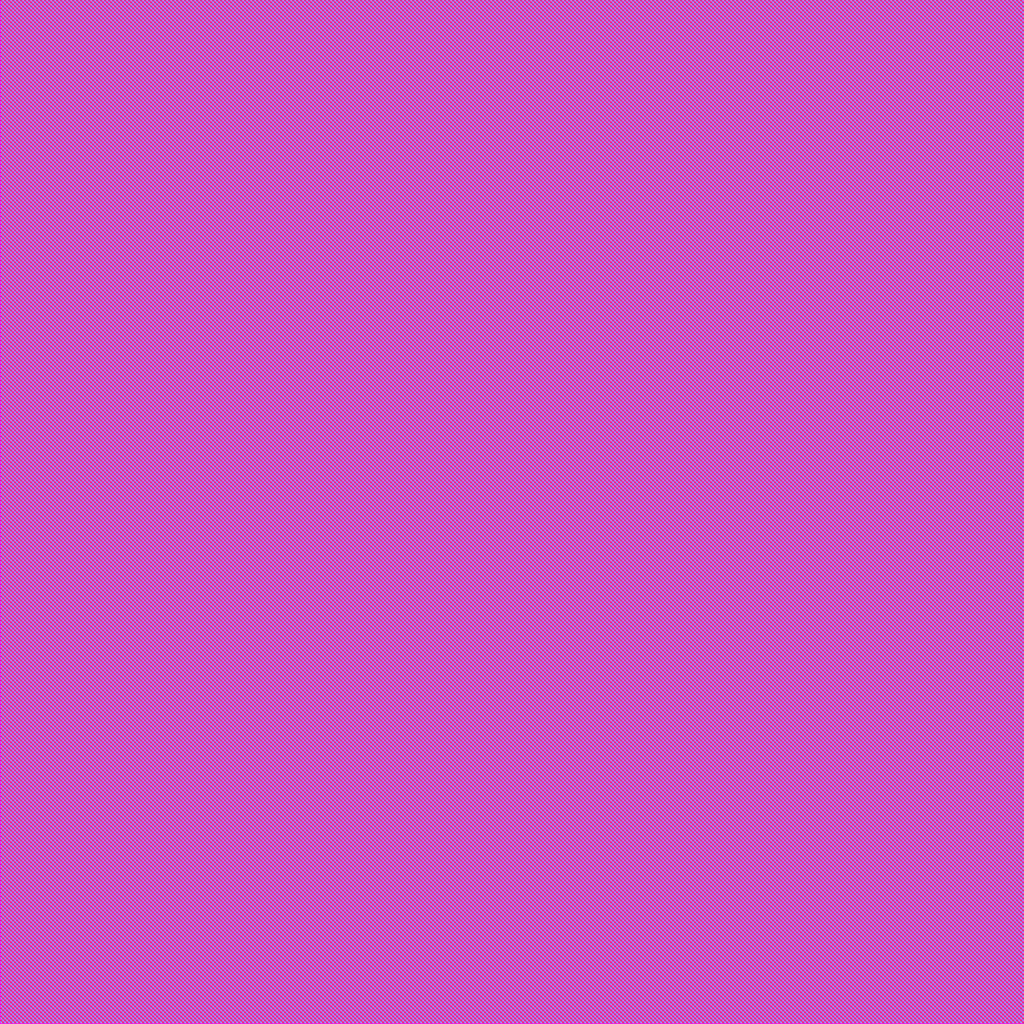
<source format=lef>
###############################################################################
#TSMC Library/IP Product
#Filename: tpzn65lpgv2od3_9lm.lef
#Technology: CLN65LP
#Product Type: Standard I/O
#Product Name: tpzn65lpgv2od3
#Version: 200b
###############################################################################
# 
#STATEMENT OF USE
#
#This information contains confidential and proprietary information of TSMC.
#No part of this information may be reproduced, transmitted, transcribed,
#stored in a retrieval system, or translated into any human or computer
#language, in any form or by any means, electronic, mechanical, magnetic,
#optical, chemical, manual, or otherwise, without the prior written permission
#of TSMC. This information was prepared for informational purpose and is for
#use by TSMC's customers only. TSMC reserves the right to make changes in the
#information at any time and without notice.
# 
###############################################################################

SITE pad
    SYMMETRY x y r90 ;
    CLASS pad ;
    SIZE 0.005 BY 190.000 ;
END pad 

SITE corner
    SYMMETRY x y r90 ;
    CLASS pad ;
    SIZE 190.000 BY 190.000 ;
END corner

MACRO PCI33DGZ
    CLASS PAD ;
    FOREIGN PCI33DGZ 0.000 0.000  ;
    ORIGIN 0.000 0.000 ;
    SIZE 30.000 BY 190.000 ;
    SYMMETRY X Y R90 ;
    SITE pad ;
    PIN PAD
        DIRECTION INOUT ;
        PORT
        LAYER M7 ;
        RECT  5.000 78.685 25.000 86.685 ;
        LAYER M6 ;
        RECT  5.000 78.685 25.000 86.685 ;
        LAYER M5 ;
        RECT  5.000 78.685 25.000 86.685 ;
        LAYER M4 ;
        RECT  5.000 78.685 25.000 86.685 ;
        LAYER M3 ;
        RECT  5.000 78.685 25.000 86.685 ;
        LAYER M2 ;
        RECT  12.210 0.750 17.790 1.750 ;
        RECT  5.000 78.685 25.000 86.685 ;
        END
    END PAD
    PIN OEN
        DIRECTION INPUT ;
        PORT
        LAYER M7 ;
        RECT  14.705 189.000 17.475 190.000 ;
        LAYER M6 ;
        RECT  14.705 189.000 17.475 190.000 ;
        LAYER M5 ;
        RECT  14.705 189.000 17.475 190.000 ;
        LAYER M4 ;
        RECT  14.705 189.000 17.475 190.000 ;
        LAYER M3 ;
        RECT  14.705 189.000 17.475 190.000 ;
        LAYER M2 ;
        RECT  14.705 189.000 17.475 190.000 ;
        LAYER M1 ;
        RECT  14.705 189.000 17.475 190.000 ;
        END
    END OEN
    PIN I
        DIRECTION INPUT ;
        PORT
        LAYER M7 ;
        RECT  1.000 189.000 3.770 190.000 ;
        LAYER M6 ;
        RECT  1.000 189.000 3.770 190.000 ;
        LAYER M5 ;
        RECT  1.000 189.000 3.770 190.000 ;
        LAYER M4 ;
        RECT  1.000 189.000 3.770 190.000 ;
        LAYER M3 ;
        RECT  1.000 189.000 3.770 190.000 ;
        LAYER M2 ;
        RECT  1.000 189.000 3.770 190.000 ;
        LAYER M1 ;
        RECT  1.000 189.000 3.770 190.000 ;
        END
    END I
    PIN C
        DIRECTION OUTPUT ;
        PORT
        LAYER M7 ;
        RECT  25.865 189.000 28.635 190.000 ;
        LAYER M6 ;
        RECT  25.865 189.000 28.635 190.000 ;
        LAYER M5 ;
        RECT  25.865 189.000 28.635 190.000 ;
        LAYER M4 ;
        RECT  25.865 189.000 28.635 190.000 ;
        LAYER M3 ;
        RECT  25.865 189.000 28.635 190.000 ;
        LAYER M2 ;
        RECT  25.865 189.000 28.635 190.000 ;
        LAYER M1 ;
        RECT  25.865 189.000 28.635 190.000 ;
        END
    END C
    OBS
        LAYER M1 ;
        RECT  28.795 0.000 30.000 190.000 ;
        RECT  25.705 0.000 28.795 188.840 ;
        RECT  17.635 0.000 25.705 190.000 ;
        RECT  14.545 0.000 17.635 188.840 ;
        RECT  3.930 0.000 14.545 190.000 ;
        RECT  0.840 0.000 3.930 188.840 ;
        RECT  0.000 0.000 0.840 190.000 ;
        LAYER VIA1 ;
        RECT  25.865 189.000 28.635 190.000 ;
        RECT  14.705 189.000 17.475 190.000 ;
        RECT  1.000 189.000 3.770 190.000 ;
        LAYER M2 ;
        RECT  28.795 0.000 30.000 190.000 ;
        RECT  25.705 0.000 28.795 188.840 ;
        RECT  17.635 0.000 25.705 190.000 ;
        RECT  14.545 0.000 17.635 188.840 ;
        RECT  3.930 0.000 14.545 190.000 ;
        RECT  0.840 0.000 3.930 188.840 ;
        RECT  0.000 0.000 0.840 190.000 ;
        LAYER VIA2 ;
        RECT  25.865 189.000 28.635 190.000 ;
        RECT  14.705 189.000 17.475 190.000 ;
        RECT  1.000 189.000 3.770 190.000 ;
        LAYER M3 ;
        RECT  28.795 0.000 30.000 190.000 ;
        RECT  25.705 0.000 28.795 188.840 ;
        RECT  17.635 0.000 25.705 190.000 ;
        RECT  14.545 0.000 17.635 188.840 ;
        RECT  3.930 0.000 14.545 190.000 ;
        RECT  0.840 0.000 3.930 188.840 ;
        RECT  0.000 0.000 0.840 190.000 ;
        LAYER VIA3 ;
        RECT  25.865 189.000 28.635 190.000 ;
        RECT  14.705 189.000 17.475 190.000 ;
        RECT  1.000 189.000 3.770 190.000 ;
        LAYER M4 ;
        RECT  28.795 0.000 30.000 190.000 ;
        RECT  25.705 0.000 28.795 188.840 ;
        RECT  17.635 0.000 25.705 190.000 ;
        RECT  14.545 0.000 17.635 188.840 ;
        RECT  3.930 0.000 14.545 190.000 ;
        RECT  0.840 0.000 3.930 188.840 ;
        RECT  0.000 0.000 0.840 190.000 ;
        LAYER VIA4 ;
        RECT  25.865 189.000 28.635 190.000 ;
        RECT  14.705 189.000 17.475 190.000 ;
        RECT  1.000 189.000 3.770 190.000 ;
        LAYER M5 ;
        RECT  28.795 0.000 30.000 190.000 ;
        RECT  25.705 0.000 28.795 188.840 ;
        RECT  17.635 0.000 25.705 190.000 ;
        RECT  14.545 0.000 17.635 188.840 ;
        RECT  3.930 0.000 14.545 190.000 ;
        RECT  0.840 0.000 3.930 188.840 ;
        RECT  0.000 0.000 0.840 190.000 ;
        LAYER VIA5 ;
        RECT  25.865 189.000 28.635 190.000 ;
        RECT  14.705 189.000 17.475 190.000 ;
        RECT  1.000 189.000 3.770 190.000 ;
        LAYER M6 ;
        RECT  28.795 0.000 30.000 190.000 ;
        RECT  25.705 0.000 28.795 188.840 ;
        RECT  17.635 0.000 25.705 190.000 ;
        RECT  14.545 0.000 17.635 188.840 ;
        RECT  3.930 0.000 14.545 190.000 ;
        RECT  0.840 0.000 3.930 188.840 ;
        RECT  0.000 0.000 0.840 190.000 ;
        LAYER VIA6 ;
        RECT  25.865 189.000 28.635 190.000 ;
        RECT  14.705 189.000 17.475 190.000 ;
        RECT  1.000 189.000 3.770 190.000 ;
        LAYER M7 ;
        RECT  28.795 0.000 30.000 190.000 ;
        RECT  26.500 0.000 28.795 188.840 ;
        RECT  3.500 0.000 26.500 77.185 ;
        RECT  25.705 88.185 26.500 188.840 ;
        RECT  17.635 88.185 25.705 190.000 ;
        RECT  14.545 88.185 17.635 188.840 ;
        RECT  3.930 88.185 14.545 190.000 ;
        RECT  3.500 88.185 3.930 188.840 ;
        RECT  0.840 0.000 3.500 188.840 ;
        RECT  0.000 0.000 0.840 190.000 ;
    END
END PCI33DGZ

MACRO PCI33SDGZ
    CLASS PAD ;
    FOREIGN PCI33SDGZ 0.000 0.000  ;
    ORIGIN 0.000 0.000 ;
    SIZE 30.000 BY 190.000 ;
    SYMMETRY X Y R90 ;
    SITE pad ;
    PIN PAD
        DIRECTION INOUT ;
        PORT
        LAYER M7 ;
        RECT  5.000 78.685 25.000 86.685 ;
        LAYER M6 ;
        RECT  5.000 78.685 25.000 86.685 ;
        LAYER M5 ;
        RECT  5.000 78.685 25.000 86.685 ;
        LAYER M4 ;
        RECT  5.000 78.685 25.000 86.685 ;
        LAYER M3 ;
        RECT  5.000 78.685 25.000 86.685 ;
        LAYER M2 ;
        RECT  12.210 0.750 17.790 1.750 ;
        RECT  5.000 78.685 25.000 86.685 ;
        END
    END PAD
    PIN OEN
        DIRECTION INPUT ;
        PORT
        LAYER M7 ;
        RECT  14.705 189.000 17.475 190.000 ;
        LAYER M6 ;
        RECT  14.705 189.000 17.475 190.000 ;
        LAYER M5 ;
        RECT  14.705 189.000 17.475 190.000 ;
        LAYER M4 ;
        RECT  14.705 189.000 17.475 190.000 ;
        LAYER M3 ;
        RECT  14.705 189.000 17.475 190.000 ;
        LAYER M2 ;
        RECT  14.705 189.000 17.475 190.000 ;
        LAYER M1 ;
        RECT  14.705 189.000 17.475 190.000 ;
        END
    END OEN
    PIN I
        DIRECTION INPUT ;
        PORT
        LAYER M7 ;
        RECT  1.000 189.000 3.770 190.000 ;
        LAYER M6 ;
        RECT  1.000 189.000 3.770 190.000 ;
        LAYER M5 ;
        RECT  1.000 189.000 3.770 190.000 ;
        LAYER M4 ;
        RECT  1.000 189.000 3.770 190.000 ;
        LAYER M3 ;
        RECT  1.000 189.000 3.770 190.000 ;
        LAYER M2 ;
        RECT  1.000 189.000 3.770 190.000 ;
        LAYER M1 ;
        RECT  1.000 189.000 3.770 190.000 ;
        END
    END I
    PIN C
        DIRECTION OUTPUT ;
        PORT
        LAYER M7 ;
        RECT  25.865 189.000 28.635 190.000 ;
        LAYER M6 ;
        RECT  25.865 189.000 28.635 190.000 ;
        LAYER M5 ;
        RECT  25.865 189.000 28.635 190.000 ;
        LAYER M4 ;
        RECT  25.865 189.000 28.635 190.000 ;
        LAYER M3 ;
        RECT  25.865 189.000 28.635 190.000 ;
        LAYER M2 ;
        RECT  25.865 189.000 28.635 190.000 ;
        LAYER M1 ;
        RECT  25.865 189.000 28.635 190.000 ;
        END
    END C
    OBS
        LAYER M1 ;
        RECT  28.795 0.000 30.000 190.000 ;
        RECT  25.705 0.000 28.795 188.840 ;
        RECT  17.635 0.000 25.705 190.000 ;
        RECT  14.545 0.000 17.635 188.840 ;
        RECT  3.930 0.000 14.545 190.000 ;
        RECT  0.840 0.000 3.930 188.840 ;
        RECT  0.000 0.000 0.840 190.000 ;
        LAYER VIA1 ;
        RECT  25.865 189.000 28.635 190.000 ;
        RECT  14.705 189.000 17.475 190.000 ;
        RECT  1.000 189.000 3.770 190.000 ;
        LAYER M2 ;
        RECT  28.795 0.000 30.000 190.000 ;
        RECT  25.705 0.000 28.795 188.840 ;
        RECT  17.635 0.000 25.705 190.000 ;
        RECT  14.545 0.000 17.635 188.840 ;
        RECT  3.930 0.000 14.545 190.000 ;
        RECT  0.840 0.000 3.930 188.840 ;
        RECT  0.000 0.000 0.840 190.000 ;
        LAYER VIA2 ;
        RECT  25.865 189.000 28.635 190.000 ;
        RECT  14.705 189.000 17.475 190.000 ;
        RECT  1.000 189.000 3.770 190.000 ;
        LAYER M3 ;
        RECT  28.795 0.000 30.000 190.000 ;
        RECT  25.705 0.000 28.795 188.840 ;
        RECT  17.635 0.000 25.705 190.000 ;
        RECT  14.545 0.000 17.635 188.840 ;
        RECT  3.930 0.000 14.545 190.000 ;
        RECT  0.840 0.000 3.930 188.840 ;
        RECT  0.000 0.000 0.840 190.000 ;
        LAYER VIA3 ;
        RECT  25.865 189.000 28.635 190.000 ;
        RECT  14.705 189.000 17.475 190.000 ;
        RECT  1.000 189.000 3.770 190.000 ;
        LAYER M4 ;
        RECT  28.795 0.000 30.000 190.000 ;
        RECT  25.705 0.000 28.795 188.840 ;
        RECT  17.635 0.000 25.705 190.000 ;
        RECT  14.545 0.000 17.635 188.840 ;
        RECT  3.930 0.000 14.545 190.000 ;
        RECT  0.840 0.000 3.930 188.840 ;
        RECT  0.000 0.000 0.840 190.000 ;
        LAYER VIA4 ;
        RECT  25.865 189.000 28.635 190.000 ;
        RECT  14.705 189.000 17.475 190.000 ;
        RECT  1.000 189.000 3.770 190.000 ;
        LAYER M5 ;
        RECT  28.795 0.000 30.000 190.000 ;
        RECT  25.705 0.000 28.795 188.840 ;
        RECT  17.635 0.000 25.705 190.000 ;
        RECT  14.545 0.000 17.635 188.840 ;
        RECT  3.930 0.000 14.545 190.000 ;
        RECT  0.840 0.000 3.930 188.840 ;
        RECT  0.000 0.000 0.840 190.000 ;
        LAYER VIA5 ;
        RECT  25.865 189.000 28.635 190.000 ;
        RECT  14.705 189.000 17.475 190.000 ;
        RECT  1.000 189.000 3.770 190.000 ;
        LAYER M6 ;
        RECT  28.795 0.000 30.000 190.000 ;
        RECT  25.705 0.000 28.795 188.840 ;
        RECT  17.635 0.000 25.705 190.000 ;
        RECT  14.545 0.000 17.635 188.840 ;
        RECT  3.930 0.000 14.545 190.000 ;
        RECT  0.840 0.000 3.930 188.840 ;
        RECT  0.000 0.000 0.840 190.000 ;
        LAYER VIA6 ;
        RECT  25.865 189.000 28.635 190.000 ;
        RECT  14.705 189.000 17.475 190.000 ;
        RECT  1.000 189.000 3.770 190.000 ;
        LAYER M7 ;
        RECT  28.795 0.000 30.000 190.000 ;
        RECT  26.500 0.000 28.795 188.840 ;
        RECT  3.500 0.000 26.500 77.185 ;
        RECT  25.705 88.185 26.500 188.840 ;
        RECT  17.635 88.185 25.705 190.000 ;
        RECT  14.545 88.185 17.635 188.840 ;
        RECT  3.930 88.185 14.545 190.000 ;
        RECT  3.500 88.185 3.930 188.840 ;
        RECT  0.840 0.000 3.500 188.840 ;
        RECT  0.000 0.000 0.840 190.000 ;
    END
END PCI33SDGZ

MACRO PCI66DGZ
    CLASS PAD ;
    FOREIGN PCI66DGZ 0.000 0.000  ;
    ORIGIN 0.000 0.000 ;
    SIZE 30.000 BY 190.000 ;
    SYMMETRY X Y R90 ;
    SITE pad ;
    PIN PAD
        DIRECTION INOUT ;
        PORT
        LAYER M7 ;
        RECT  5.000 78.685 25.000 86.685 ;
        LAYER M6 ;
        RECT  5.000 78.685 25.000 86.685 ;
        LAYER M5 ;
        RECT  5.000 78.685 25.000 86.685 ;
        LAYER M4 ;
        RECT  5.000 78.685 25.000 86.685 ;
        LAYER M3 ;
        RECT  5.000 78.685 25.000 86.685 ;
        LAYER M2 ;
        RECT  12.210 0.750 17.790 1.750 ;
        RECT  5.000 78.685 25.000 86.685 ;
        END
    END PAD
    PIN OEN
        DIRECTION INPUT ;
        PORT
        LAYER M7 ;
        RECT  14.705 189.000 17.475 190.000 ;
        LAYER M6 ;
        RECT  14.705 189.000 17.475 190.000 ;
        LAYER M5 ;
        RECT  14.705 189.000 17.475 190.000 ;
        LAYER M4 ;
        RECT  14.705 189.000 17.475 190.000 ;
        LAYER M3 ;
        RECT  14.705 189.000 17.475 190.000 ;
        LAYER M2 ;
        RECT  14.705 189.000 17.475 190.000 ;
        LAYER M1 ;
        RECT  14.705 189.000 17.475 190.000 ;
        END
    END OEN
    PIN C
        DIRECTION OUTPUT ;
        PORT
        LAYER M7 ;
        RECT  25.865 189.000 28.635 190.000 ;
        LAYER M6 ;
        RECT  25.865 189.000 28.635 190.000 ;
        LAYER M5 ;
        RECT  25.865 189.000 28.635 190.000 ;
        LAYER M4 ;
        RECT  25.865 189.000 28.635 190.000 ;
        LAYER M3 ;
        RECT  25.865 189.000 28.635 190.000 ;
        LAYER M2 ;
        RECT  25.865 189.000 28.635 190.000 ;
        LAYER M1 ;
        RECT  25.865 189.000 28.635 190.000 ;
        END
    END C
    PIN I
        DIRECTION INPUT ;
        PORT
        LAYER M7 ;
        RECT  1.000 189.000 3.770 190.000 ;
        LAYER M6 ;
        RECT  1.000 189.000 3.770 190.000 ;
        LAYER M5 ;
        RECT  1.000 189.000 3.770 190.000 ;
        LAYER M4 ;
        RECT  1.000 189.000 3.770 190.000 ;
        LAYER M3 ;
        RECT  1.000 189.000 3.770 190.000 ;
        LAYER M2 ;
        RECT  1.000 189.000 3.770 190.000 ;
        LAYER M1 ;
        RECT  1.000 189.000 3.770 190.000 ;
        END
    END I
    OBS
        LAYER M1 ;
        RECT  28.795 0.000 30.000 190.000 ;
        RECT  25.705 0.000 28.795 188.840 ;
        RECT  17.635 0.000 25.705 190.000 ;
        RECT  14.545 0.000 17.635 188.840 ;
        RECT  3.930 0.000 14.545 190.000 ;
        RECT  0.840 0.000 3.930 188.840 ;
        RECT  0.000 0.000 0.840 190.000 ;
        LAYER VIA1 ;
        RECT  25.865 189.000 28.635 190.000 ;
        RECT  14.705 189.000 17.475 190.000 ;
        RECT  1.000 189.000 3.770 190.000 ;
        LAYER M2 ;
        RECT  28.795 0.000 30.000 190.000 ;
        RECT  25.705 0.000 28.795 188.840 ;
        RECT  17.635 0.000 25.705 190.000 ;
        RECT  14.545 0.000 17.635 188.840 ;
        RECT  3.930 0.000 14.545 190.000 ;
        RECT  0.840 0.000 3.930 188.840 ;
        RECT  0.000 0.000 0.840 190.000 ;
        LAYER VIA2 ;
        RECT  25.865 189.000 28.635 190.000 ;
        RECT  14.705 189.000 17.475 190.000 ;
        RECT  1.000 189.000 3.770 190.000 ;
        LAYER M3 ;
        RECT  28.795 0.000 30.000 190.000 ;
        RECT  25.705 0.000 28.795 188.840 ;
        RECT  17.635 0.000 25.705 190.000 ;
        RECT  14.545 0.000 17.635 188.840 ;
        RECT  3.930 0.000 14.545 190.000 ;
        RECT  0.840 0.000 3.930 188.840 ;
        RECT  0.000 0.000 0.840 190.000 ;
        LAYER VIA3 ;
        RECT  25.865 189.000 28.635 190.000 ;
        RECT  14.705 189.000 17.475 190.000 ;
        RECT  1.000 189.000 3.770 190.000 ;
        LAYER M4 ;
        RECT  28.795 0.000 30.000 190.000 ;
        RECT  25.705 0.000 28.795 188.840 ;
        RECT  17.635 0.000 25.705 190.000 ;
        RECT  14.545 0.000 17.635 188.840 ;
        RECT  3.930 0.000 14.545 190.000 ;
        RECT  0.840 0.000 3.930 188.840 ;
        RECT  0.000 0.000 0.840 190.000 ;
        LAYER VIA4 ;
        RECT  25.865 189.000 28.635 190.000 ;
        RECT  14.705 189.000 17.475 190.000 ;
        RECT  1.000 189.000 3.770 190.000 ;
        LAYER M5 ;
        RECT  28.795 0.000 30.000 190.000 ;
        RECT  25.705 0.000 28.795 188.840 ;
        RECT  17.635 0.000 25.705 190.000 ;
        RECT  14.545 0.000 17.635 188.840 ;
        RECT  3.930 0.000 14.545 190.000 ;
        RECT  0.840 0.000 3.930 188.840 ;
        RECT  0.000 0.000 0.840 190.000 ;
        LAYER VIA5 ;
        RECT  25.865 189.000 28.635 190.000 ;
        RECT  14.705 189.000 17.475 190.000 ;
        RECT  1.000 189.000 3.770 190.000 ;
        LAYER M6 ;
        RECT  28.795 0.000 30.000 190.000 ;
        RECT  25.705 0.000 28.795 188.840 ;
        RECT  17.635 0.000 25.705 190.000 ;
        RECT  14.545 0.000 17.635 188.840 ;
        RECT  3.930 0.000 14.545 190.000 ;
        RECT  0.840 0.000 3.930 188.840 ;
        RECT  0.000 0.000 0.840 190.000 ;
        LAYER VIA6 ;
        RECT  25.865 189.000 28.635 190.000 ;
        RECT  14.705 189.000 17.475 190.000 ;
        RECT  1.000 189.000 3.770 190.000 ;
        LAYER M7 ;
        RECT  28.795 0.000 30.000 190.000 ;
        RECT  26.500 0.000 28.795 188.840 ;
        RECT  3.500 0.000 26.500 77.185 ;
        RECT  25.705 88.185 26.500 188.840 ;
        RECT  17.635 88.185 25.705 190.000 ;
        RECT  14.545 88.185 17.635 188.840 ;
        RECT  3.930 88.185 14.545 190.000 ;
        RECT  3.500 88.185 3.930 188.840 ;
        RECT  0.840 0.000 3.500 188.840 ;
        RECT  0.000 0.000 0.840 190.000 ;
    END
END PCI66DGZ

MACRO PCI66SDGZ
    CLASS PAD ;
    FOREIGN PCI66SDGZ 0.000 0.000  ;
    ORIGIN 0.000 0.000 ;
    SIZE 30.000 BY 190.000 ;
    SYMMETRY X Y R90 ;
    SITE pad ;
    PIN PAD
        DIRECTION INOUT ;
        PORT
        LAYER M7 ;
        RECT  5.000 78.685 25.000 86.685 ;
        LAYER M6 ;
        RECT  5.000 78.685 25.000 86.685 ;
        LAYER M5 ;
        RECT  5.000 78.685 25.000 86.685 ;
        LAYER M4 ;
        RECT  5.000 78.685 25.000 86.685 ;
        LAYER M3 ;
        RECT  5.000 78.685 25.000 86.685 ;
        LAYER M2 ;
        RECT  12.210 0.750 17.790 1.750 ;
        RECT  5.000 78.685 25.000 86.685 ;
        END
    END PAD
    PIN OEN
        DIRECTION INPUT ;
        PORT
        LAYER M7 ;
        RECT  14.705 189.000 17.475 190.000 ;
        LAYER M6 ;
        RECT  14.705 189.000 17.475 190.000 ;
        LAYER M5 ;
        RECT  14.705 189.000 17.475 190.000 ;
        LAYER M4 ;
        RECT  14.705 189.000 17.475 190.000 ;
        LAYER M3 ;
        RECT  14.705 189.000 17.475 190.000 ;
        LAYER M2 ;
        RECT  14.705 189.000 17.475 190.000 ;
        LAYER M1 ;
        RECT  14.705 189.000 17.475 190.000 ;
        END
    END OEN
    PIN C
        DIRECTION OUTPUT ;
        PORT
        LAYER M7 ;
        RECT  25.865 189.000 28.635 190.000 ;
        LAYER M6 ;
        RECT  25.865 189.000 28.635 190.000 ;
        LAYER M5 ;
        RECT  25.865 189.000 28.635 190.000 ;
        LAYER M4 ;
        RECT  25.865 189.000 28.635 190.000 ;
        LAYER M3 ;
        RECT  25.865 189.000 28.635 190.000 ;
        LAYER M2 ;
        RECT  25.865 189.000 28.635 190.000 ;
        LAYER M1 ;
        RECT  25.865 189.000 28.635 190.000 ;
        END
    END C
    PIN I
        DIRECTION INPUT ;
        PORT
        LAYER M7 ;
        RECT  1.000 189.000 3.770 190.000 ;
        LAYER M6 ;
        RECT  1.000 189.000 3.770 190.000 ;
        LAYER M5 ;
        RECT  1.000 189.000 3.770 190.000 ;
        LAYER M4 ;
        RECT  1.000 189.000 3.770 190.000 ;
        LAYER M3 ;
        RECT  1.000 189.000 3.770 190.000 ;
        LAYER M2 ;
        RECT  1.000 189.000 3.770 190.000 ;
        LAYER M1 ;
        RECT  1.000 189.000 3.770 190.000 ;
        END
    END I
    OBS
        LAYER M1 ;
        RECT  28.795 0.000 30.000 190.000 ;
        RECT  25.705 0.000 28.795 188.840 ;
        RECT  17.635 0.000 25.705 190.000 ;
        RECT  14.545 0.000 17.635 188.840 ;
        RECT  3.930 0.000 14.545 190.000 ;
        RECT  0.840 0.000 3.930 188.840 ;
        RECT  0.000 0.000 0.840 190.000 ;
        LAYER VIA1 ;
        RECT  25.865 189.000 28.635 190.000 ;
        RECT  14.705 189.000 17.475 190.000 ;
        RECT  1.000 189.000 3.770 190.000 ;
        LAYER M2 ;
        RECT  28.795 0.000 30.000 190.000 ;
        RECT  25.705 0.000 28.795 188.840 ;
        RECT  17.635 0.000 25.705 190.000 ;
        RECT  14.545 0.000 17.635 188.840 ;
        RECT  3.930 0.000 14.545 190.000 ;
        RECT  0.840 0.000 3.930 188.840 ;
        RECT  0.000 0.000 0.840 190.000 ;
        LAYER VIA2 ;
        RECT  25.865 189.000 28.635 190.000 ;
        RECT  14.705 189.000 17.475 190.000 ;
        RECT  1.000 189.000 3.770 190.000 ;
        LAYER M3 ;
        RECT  28.795 0.000 30.000 190.000 ;
        RECT  25.705 0.000 28.795 188.840 ;
        RECT  17.635 0.000 25.705 190.000 ;
        RECT  14.545 0.000 17.635 188.840 ;
        RECT  3.930 0.000 14.545 190.000 ;
        RECT  0.840 0.000 3.930 188.840 ;
        RECT  0.000 0.000 0.840 190.000 ;
        LAYER VIA3 ;
        RECT  25.865 189.000 28.635 190.000 ;
        RECT  14.705 189.000 17.475 190.000 ;
        RECT  1.000 189.000 3.770 190.000 ;
        LAYER M4 ;
        RECT  28.795 0.000 30.000 190.000 ;
        RECT  25.705 0.000 28.795 188.840 ;
        RECT  17.635 0.000 25.705 190.000 ;
        RECT  14.545 0.000 17.635 188.840 ;
        RECT  3.930 0.000 14.545 190.000 ;
        RECT  0.840 0.000 3.930 188.840 ;
        RECT  0.000 0.000 0.840 190.000 ;
        LAYER VIA4 ;
        RECT  25.865 189.000 28.635 190.000 ;
        RECT  14.705 189.000 17.475 190.000 ;
        RECT  1.000 189.000 3.770 190.000 ;
        LAYER M5 ;
        RECT  28.795 0.000 30.000 190.000 ;
        RECT  25.705 0.000 28.795 188.840 ;
        RECT  17.635 0.000 25.705 190.000 ;
        RECT  14.545 0.000 17.635 188.840 ;
        RECT  3.930 0.000 14.545 190.000 ;
        RECT  0.840 0.000 3.930 188.840 ;
        RECT  0.000 0.000 0.840 190.000 ;
        LAYER VIA5 ;
        RECT  25.865 189.000 28.635 190.000 ;
        RECT  14.705 189.000 17.475 190.000 ;
        RECT  1.000 189.000 3.770 190.000 ;
        LAYER M6 ;
        RECT  28.795 0.000 30.000 190.000 ;
        RECT  25.705 0.000 28.795 188.840 ;
        RECT  17.635 0.000 25.705 190.000 ;
        RECT  14.545 0.000 17.635 188.840 ;
        RECT  3.930 0.000 14.545 190.000 ;
        RECT  0.840 0.000 3.930 188.840 ;
        RECT  0.000 0.000 0.840 190.000 ;
        LAYER VIA6 ;
        RECT  25.865 189.000 28.635 190.000 ;
        RECT  14.705 189.000 17.475 190.000 ;
        RECT  1.000 189.000 3.770 190.000 ;
        LAYER M7 ;
        RECT  28.795 0.000 30.000 190.000 ;
        RECT  26.500 0.000 28.795 188.840 ;
        RECT  3.500 0.000 26.500 77.185 ;
        RECT  25.705 88.185 26.500 188.840 ;
        RECT  17.635 88.185 25.705 190.000 ;
        RECT  14.545 88.185 17.635 188.840 ;
        RECT  3.930 88.185 14.545 190.000 ;
        RECT  3.500 88.185 3.930 188.840 ;
        RECT  0.840 0.000 3.500 188.840 ;
        RECT  0.000 0.000 0.840 190.000 ;
    END
END PCI66SDGZ

MACRO PCLAMP1ANA
    CLASS BLOCK ;
    FOREIGN PCLAMP1ANA 0.000 0.000  ;
    ORIGIN 0.000 0.000 ;
    SIZE 106.605 BY 65.000 ;
    SYMMETRY X Y R90 ;
    PIN VSSESD
        DIRECTION INOUT ;
        PORT
        LAYER M3 ;
        RECT  55.910 0.000 57.410 9.000 ;
        RECT  55.910 56.000 57.410 65.000 ;
        RECT  52.480 0.000 54.320 9.000 ;
        RECT  52.480 56.000 54.320 65.000 ;
        RECT  46.350 0.000 50.030 9.000 ;
        RECT  46.350 56.000 50.030 65.000 ;
        RECT  39.680 0.000 43.360 9.000 ;
        RECT  39.680 56.000 43.360 65.000 ;
        RECT  33.550 0.000 37.230 9.000 ;
        RECT  33.550 56.000 37.230 65.000 ;
        RECT  27.890 0.000 31.100 9.000 ;
        RECT  27.890 56.000 31.100 65.000 ;
        RECT  21.760 0.000 25.440 9.000 ;
        RECT  21.760 56.000 25.440 65.000 ;
        RECT  15.090 0.000 19.810 9.000 ;
        RECT  15.090 56.000 19.810 65.000 ;
        RECT  8.960 0.000 12.640 9.000 ;
        RECT  8.960 56.000 12.640 65.000 ;
        RECT  1.500 0.000 6.510 2.000 ;
        RECT  1.500 13.875 6.510 18.375 ;
        RECT  1.500 30.250 6.510 34.750 ;
        RECT  1.500 46.625 6.510 51.125 ;
        RECT  1.500 63.000 6.510 65.000 ;
        END
    END VSSESD
    PIN VDDESD
        DIRECTION INOUT ;
        PORT
        LAYER M3 ;
        RECT  96.105 0.000 105.105 2.000 ;
        RECT  96.105 13.875 105.105 18.375 ;
        RECT  96.105 30.250 105.105 34.750 ;
        RECT  96.105 46.625 105.105 51.125 ;
        RECT  96.105 63.000 105.105 65.000 ;
        RECT  91.105 0.000 96.105 9.000 ;
        RECT  91.105 56.000 96.105 65.000 ;
        RECT  82.105 0.000 87.105 9.000 ;
        RECT  82.105 56.000 87.105 65.000 ;
        RECT  73.105 0.000 78.105 9.000 ;
        RECT  73.105 56.000 78.105 65.000 ;
        RECT  64.105 0.000 69.105 9.000 ;
        RECT  64.105 56.000 69.105 65.000 ;
        END
    END VDDESD
    OBS
        LAYER M1 ;
        RECT  0.000 0.000 106.605 65.000 ;
        LAYER M2 ;
        RECT  0.000 0.000 106.605 65.000 ;
        LAYER VIA2 ;
        RECT  96.105 0.000 105.105 2.000 ;
        RECT  96.105 63.000 105.105 65.000 ;
        RECT  91.105 0.000 96.105 9.000 ;
        RECT  91.105 56.000 96.105 65.000 ;
        RECT  82.105 0.000 87.105 9.000 ;
        RECT  82.105 56.000 87.105 65.000 ;
        RECT  73.105 0.000 78.105 9.000 ;
        RECT  73.105 56.000 78.105 65.000 ;
        RECT  64.105 0.000 69.105 9.000 ;
        RECT  64.105 56.000 69.105 65.000 ;
        RECT  55.910 0.000 57.410 9.000 ;
        RECT  55.910 56.000 57.410 65.000 ;
        RECT  52.480 0.000 54.320 9.000 ;
        RECT  52.480 56.000 54.320 65.000 ;
        RECT  46.350 0.000 50.030 9.000 ;
        RECT  46.350 56.000 50.030 65.000 ;
        RECT  39.680 0.000 43.360 9.000 ;
        RECT  39.680 56.000 43.360 65.000 ;
        RECT  33.550 0.000 37.230 9.000 ;
        RECT  33.550 56.000 37.230 65.000 ;
        RECT  27.890 0.000 31.100 9.000 ;
        RECT  27.890 56.000 31.100 65.000 ;
        RECT  21.760 0.000 25.440 9.000 ;
        RECT  21.760 56.000 25.440 65.000 ;
        RECT  15.090 0.000 19.810 9.000 ;
        RECT  15.090 56.000 19.810 65.000 ;
        RECT  8.960 0.000 12.640 9.000 ;
        RECT  8.960 56.000 12.640 65.000 ;
        LAYER M3 ;
        RECT  105.605 0.000 106.605 65.000 ;
        RECT  97.605 2.500 105.605 62.500 ;
        RECT  89.605 10.500 97.605 54.500 ;
        RECT  88.605 0.000 89.605 65.000 ;
        RECT  80.605 10.500 88.605 54.500 ;
        RECT  79.605 0.000 80.605 65.000 ;
        RECT  71.605 10.500 79.605 54.500 ;
        RECT  70.605 0.000 71.605 65.000 ;
        RECT  62.605 10.500 70.605 54.500 ;
        RECT  57.570 0.000 62.605 65.000 ;
        RECT  55.750 9.160 57.570 55.840 ;
        RECT  54.820 0.000 55.750 65.000 ;
        RECT  51.980 9.500 54.820 55.500 ;
        RECT  50.530 0.000 51.980 65.000 ;
        RECT  45.850 9.500 50.530 55.500 ;
        RECT  43.860 0.000 45.850 65.000 ;
        RECT  39.180 9.500 43.860 55.500 ;
        RECT  37.730 0.000 39.180 65.000 ;
        RECT  33.050 9.500 37.730 55.500 ;
        RECT  31.600 0.000 33.050 65.000 ;
        RECT  27.390 9.500 31.600 55.500 ;
        RECT  25.940 0.000 27.390 65.000 ;
        RECT  21.310 9.500 25.940 55.500 ;
        RECT  13.590 10.500 21.310 54.500 ;
        RECT  13.140 0.000 13.590 65.000 ;
        RECT  8.460 9.500 13.140 55.500 ;
        RECT  7.010 0.000 8.460 65.000 ;
        RECT  1.000 2.500 7.010 62.500 ;
        RECT  0.000 0.000 1.000 65.000 ;
    END
END PCLAMP1ANA

MACRO PCLAMP2ANA
    CLASS BLOCK ;
    FOREIGN PCLAMP2ANA 0.000 0.000  ;
    ORIGIN 0.000 0.000 ;
    SIZE 106.605 BY 65.000 ;
    SYMMETRY X Y R90 ;
    PIN VSSESD
        DIRECTION INOUT ;
        PORT
        LAYER M3 ;
        RECT  55.910 0.000 57.410 9.000 ;
        RECT  55.910 56.000 57.410 65.000 ;
        RECT  52.480 0.000 54.320 9.000 ;
        RECT  52.480 56.000 54.320 65.000 ;
        RECT  46.350 0.000 50.030 9.000 ;
        RECT  46.350 56.000 50.030 65.000 ;
        RECT  39.680 0.000 43.360 9.000 ;
        RECT  39.680 56.000 43.360 65.000 ;
        RECT  33.550 0.000 37.230 9.000 ;
        RECT  33.550 56.000 37.230 65.000 ;
        RECT  27.890 0.000 31.100 9.000 ;
        RECT  27.890 56.000 31.100 65.000 ;
        RECT  21.760 0.000 25.440 9.000 ;
        RECT  21.760 56.000 25.440 65.000 ;
        RECT  15.090 0.000 19.810 9.000 ;
        RECT  15.090 56.000 19.810 65.000 ;
        RECT  8.960 0.000 12.640 9.000 ;
        RECT  8.960 56.000 12.640 65.000 ;
        RECT  1.500 0.000 6.510 2.000 ;
        RECT  1.500 13.875 6.510 18.375 ;
        RECT  1.500 30.250 6.510 34.750 ;
        RECT  1.500 46.625 6.510 51.125 ;
        RECT  1.500 63.000 6.510 65.000 ;
        END
    END VSSESD
    PIN VDDESD
        DIRECTION INOUT ;
        PORT
        LAYER M3 ;
        RECT  96.105 0.000 105.105 2.000 ;
        RECT  96.105 13.875 105.105 18.375 ;
        RECT  96.105 30.250 105.105 34.750 ;
        RECT  96.105 46.625 105.105 51.125 ;
        RECT  96.105 63.000 105.105 65.000 ;
        RECT  91.105 0.000 96.105 9.000 ;
        RECT  91.105 56.000 96.105 65.000 ;
        RECT  82.105 0.000 87.105 9.000 ;
        RECT  82.105 56.000 87.105 65.000 ;
        RECT  73.105 0.000 78.105 9.000 ;
        RECT  73.105 56.000 78.105 65.000 ;
        RECT  64.105 0.000 69.105 9.000 ;
        RECT  64.105 56.000 69.105 65.000 ;
        END
    END VDDESD
    OBS
        LAYER M1 ;
        RECT  0.000 0.000 106.605 65.000 ;
        LAYER M2 ;
        RECT  0.000 0.000 106.605 65.000 ;
        LAYER VIA2 ;
        RECT  96.105 0.000 105.105 2.000 ;
        RECT  96.105 63.000 105.105 65.000 ;
        RECT  91.105 0.000 96.105 9.000 ;
        RECT  91.105 56.000 96.105 65.000 ;
        RECT  82.105 0.000 87.105 9.000 ;
        RECT  82.105 56.000 87.105 65.000 ;
        RECT  73.105 0.000 78.105 9.000 ;
        RECT  73.105 56.000 78.105 65.000 ;
        RECT  64.105 0.000 69.105 9.000 ;
        RECT  64.105 56.000 69.105 65.000 ;
        RECT  55.910 0.000 57.410 9.000 ;
        RECT  55.910 56.000 57.410 65.000 ;
        RECT  52.480 0.000 54.320 9.000 ;
        RECT  52.480 56.000 54.320 65.000 ;
        RECT  46.350 0.000 50.030 9.000 ;
        RECT  46.350 56.000 50.030 65.000 ;
        RECT  39.680 0.000 43.360 9.000 ;
        RECT  39.680 56.000 43.360 65.000 ;
        RECT  33.550 0.000 37.230 9.000 ;
        RECT  33.550 56.000 37.230 65.000 ;
        RECT  27.890 0.000 31.100 9.000 ;
        RECT  27.890 56.000 31.100 65.000 ;
        RECT  21.760 0.000 25.440 9.000 ;
        RECT  21.760 56.000 25.440 65.000 ;
        RECT  15.090 0.000 19.810 9.000 ;
        RECT  15.090 56.000 19.810 65.000 ;
        RECT  8.960 0.000 12.640 9.000 ;
        RECT  8.960 56.000 12.640 65.000 ;
        LAYER M3 ;
        RECT  105.605 0.000 106.605 65.000 ;
        RECT  97.605 2.500 105.605 62.500 ;
        RECT  89.605 10.500 97.605 54.500 ;
        RECT  88.605 0.000 89.605 65.000 ;
        RECT  80.605 10.500 88.605 54.500 ;
        RECT  79.605 0.000 80.605 65.000 ;
        RECT  71.605 10.500 79.605 54.500 ;
        RECT  70.605 0.000 71.605 65.000 ;
        RECT  62.605 10.500 70.605 54.500 ;
        RECT  57.570 0.000 62.605 65.000 ;
        RECT  55.750 9.160 57.570 55.840 ;
        RECT  54.820 0.000 55.750 65.000 ;
        RECT  51.980 9.500 54.820 55.500 ;
        RECT  50.530 0.000 51.980 65.000 ;
        RECT  45.850 9.500 50.530 55.500 ;
        RECT  43.860 0.000 45.850 65.000 ;
        RECT  39.180 9.500 43.860 55.500 ;
        RECT  37.730 0.000 39.180 65.000 ;
        RECT  33.050 9.500 37.730 55.500 ;
        RECT  31.600 0.000 33.050 65.000 ;
        RECT  27.390 9.500 31.600 55.500 ;
        RECT  25.940 0.000 27.390 65.000 ;
        RECT  21.310 9.500 25.940 55.500 ;
        RECT  13.590 10.500 21.310 54.500 ;
        RECT  13.140 0.000 13.590 65.000 ;
        RECT  8.460 9.500 13.140 55.500 ;
        RECT  7.010 0.000 8.460 65.000 ;
        RECT  1.000 2.500 7.010 62.500 ;
        RECT  0.000 0.000 1.000 65.000 ;
    END
END PCLAMP2ANA

MACRO PCORNER
    CLASS ENDCAP BOTTOMLEFT ;
    FOREIGN PCORNER 0.000 0.000  ;
    ORIGIN 0.000 0.000 ;
    SIZE 190.000 BY 190.000 ;
    SYMMETRY X Y R90 ;
    SITE corner ;
    OBS
        LAYER M1 ;
        RECT  0.000 0.000 190.000 190.000 ;
        LAYER M2 ;
        RECT  0.000 0.000 190.000 190.000 ;
        LAYER M3 ;
        RECT  0.000 0.000 190.000 190.000 ;
        LAYER M4 ;
        RECT  0.000 0.000 190.000 190.000 ;
        LAYER M5 ;
        RECT  0.000 0.000 190.000 190.000 ;
        LAYER M6 ;
        RECT  0.000 0.000 190.000 190.000 ;
        LAYER M7 ;
        RECT  0.000 0.000 190.000 190.000 ;
    END
END PCORNER

MACRO PDB02DGZ
    CLASS PAD ;
    FOREIGN PDB02DGZ 0.000 0.000  ;
    ORIGIN 0.000 0.000 ;
    SIZE 30.000 BY 190.000 ;
    SYMMETRY X Y R90 ;
    SITE pad ;
    PIN PAD
        DIRECTION INOUT ;
        PORT
        LAYER M7 ;
        RECT  5.000 78.685 25.000 86.685 ;
        LAYER M6 ;
        RECT  5.000 78.685 25.000 86.685 ;
        LAYER M5 ;
        RECT  5.000 78.685 25.000 86.685 ;
        LAYER M4 ;
        RECT  5.000 78.685 25.000 86.685 ;
        LAYER M3 ;
        RECT  5.000 78.685 25.000 86.685 ;
        LAYER M2 ;
        RECT  12.210 0.750 17.790 1.750 ;
        RECT  5.000 78.685 25.000 86.685 ;
        END
    END PAD
    PIN OEN
        DIRECTION INPUT ;
        PORT
        LAYER M7 ;
        RECT  14.705 189.000 17.475 190.000 ;
        LAYER M6 ;
        RECT  14.705 189.000 17.475 190.000 ;
        LAYER M5 ;
        RECT  14.705 189.000 17.475 190.000 ;
        LAYER M4 ;
        RECT  14.705 189.000 17.475 190.000 ;
        LAYER M3 ;
        RECT  14.705 189.000 17.475 190.000 ;
        LAYER M2 ;
        RECT  14.705 189.000 17.475 190.000 ;
        LAYER M1 ;
        RECT  14.705 189.000 17.475 190.000 ;
        END
    END OEN
    PIN I
        DIRECTION INPUT ;
        PORT
        LAYER M7 ;
        RECT  1.000 189.000 3.770 190.000 ;
        LAYER M6 ;
        RECT  1.000 189.000 3.770 190.000 ;
        LAYER M5 ;
        RECT  1.000 189.000 3.770 190.000 ;
        LAYER M4 ;
        RECT  1.000 189.000 3.770 190.000 ;
        LAYER M3 ;
        RECT  1.000 189.000 3.770 190.000 ;
        LAYER M2 ;
        RECT  1.000 189.000 3.770 190.000 ;
        LAYER M1 ;
        RECT  1.000 189.000 3.770 190.000 ;
        END
    END I
    PIN C
        DIRECTION OUTPUT ;
        PORT
        LAYER M7 ;
        RECT  25.865 189.000 28.635 190.000 ;
        LAYER M6 ;
        RECT  25.865 189.000 28.635 190.000 ;
        LAYER M5 ;
        RECT  25.865 189.000 28.635 190.000 ;
        LAYER M4 ;
        RECT  25.865 189.000 28.635 190.000 ;
        LAYER M3 ;
        RECT  25.865 189.000 28.635 190.000 ;
        LAYER M2 ;
        RECT  25.865 189.000 28.635 190.000 ;
        LAYER M1 ;
        RECT  25.865 189.000 28.635 190.000 ;
        END
    END C
    OBS
        LAYER M1 ;
        RECT  28.795 0.000 30.000 190.000 ;
        RECT  25.705 0.000 28.795 188.840 ;
        RECT  17.635 0.000 25.705 190.000 ;
        RECT  14.545 0.000 17.635 188.840 ;
        RECT  3.930 0.000 14.545 190.000 ;
        RECT  0.840 0.000 3.930 188.840 ;
        RECT  0.000 0.000 0.840 190.000 ;
        LAYER VIA1 ;
        RECT  25.865 189.000 28.635 190.000 ;
        RECT  14.705 189.000 17.475 190.000 ;
        RECT  1.000 189.000 3.770 190.000 ;
        LAYER M2 ;
        RECT  28.795 0.000 30.000 190.000 ;
        RECT  25.705 0.000 28.795 188.840 ;
        RECT  17.635 0.000 25.705 190.000 ;
        RECT  14.545 0.000 17.635 188.840 ;
        RECT  3.930 0.000 14.545 190.000 ;
        RECT  0.840 0.000 3.930 188.840 ;
        RECT  0.000 0.000 0.840 190.000 ;
        LAYER VIA2 ;
        RECT  25.865 189.000 28.635 190.000 ;
        RECT  14.705 189.000 17.475 190.000 ;
        RECT  1.000 189.000 3.770 190.000 ;
        LAYER M3 ;
        RECT  28.795 0.000 30.000 190.000 ;
        RECT  25.705 0.000 28.795 188.840 ;
        RECT  17.635 0.000 25.705 190.000 ;
        RECT  14.545 0.000 17.635 188.840 ;
        RECT  3.930 0.000 14.545 190.000 ;
        RECT  0.840 0.000 3.930 188.840 ;
        RECT  0.000 0.000 0.840 190.000 ;
        LAYER VIA3 ;
        RECT  25.865 189.000 28.635 190.000 ;
        RECT  14.705 189.000 17.475 190.000 ;
        RECT  1.000 189.000 3.770 190.000 ;
        LAYER M4 ;
        RECT  28.795 0.000 30.000 190.000 ;
        RECT  25.705 0.000 28.795 188.840 ;
        RECT  17.635 0.000 25.705 190.000 ;
        RECT  14.545 0.000 17.635 188.840 ;
        RECT  3.930 0.000 14.545 190.000 ;
        RECT  0.840 0.000 3.930 188.840 ;
        RECT  0.000 0.000 0.840 190.000 ;
        LAYER VIA4 ;
        RECT  25.865 189.000 28.635 190.000 ;
        RECT  14.705 189.000 17.475 190.000 ;
        RECT  1.000 189.000 3.770 190.000 ;
        LAYER M5 ;
        RECT  28.795 0.000 30.000 190.000 ;
        RECT  25.705 0.000 28.795 188.840 ;
        RECT  17.635 0.000 25.705 190.000 ;
        RECT  14.545 0.000 17.635 188.840 ;
        RECT  3.930 0.000 14.545 190.000 ;
        RECT  0.840 0.000 3.930 188.840 ;
        RECT  0.000 0.000 0.840 190.000 ;
        LAYER VIA5 ;
        RECT  25.865 189.000 28.635 190.000 ;
        RECT  14.705 189.000 17.475 190.000 ;
        RECT  1.000 189.000 3.770 190.000 ;
        LAYER M6 ;
        RECT  28.795 0.000 30.000 190.000 ;
        RECT  25.705 0.000 28.795 188.840 ;
        RECT  17.635 0.000 25.705 190.000 ;
        RECT  14.545 0.000 17.635 188.840 ;
        RECT  3.930 0.000 14.545 190.000 ;
        RECT  0.840 0.000 3.930 188.840 ;
        RECT  0.000 0.000 0.840 190.000 ;
        LAYER VIA6 ;
        RECT  25.865 189.000 28.635 190.000 ;
        RECT  14.705 189.000 17.475 190.000 ;
        RECT  1.000 189.000 3.770 190.000 ;
        LAYER M7 ;
        RECT  28.795 0.000 30.000 190.000 ;
        RECT  26.500 0.000 28.795 188.840 ;
        RECT  3.500 0.000 26.500 77.185 ;
        RECT  25.705 88.185 26.500 188.840 ;
        RECT  17.635 88.185 25.705 190.000 ;
        RECT  14.545 88.185 17.635 188.840 ;
        RECT  3.930 88.185 14.545 190.000 ;
        RECT  3.500 88.185 3.930 188.840 ;
        RECT  0.840 0.000 3.500 188.840 ;
        RECT  0.000 0.000 0.840 190.000 ;
    END
END PDB02DGZ

MACRO PDB02SDGZ
    CLASS PAD ;
    FOREIGN PDB02SDGZ 0.000 0.000  ;
    ORIGIN 0.000 0.000 ;
    SIZE 30.000 BY 190.000 ;
    SYMMETRY X Y R90 ;
    SITE pad ;
    PIN PAD
        DIRECTION INOUT ;
        PORT
        LAYER M7 ;
        RECT  5.000 78.685 25.000 86.685 ;
        LAYER M6 ;
        RECT  5.000 78.685 25.000 86.685 ;
        LAYER M5 ;
        RECT  5.000 78.685 25.000 86.685 ;
        LAYER M4 ;
        RECT  5.000 78.685 25.000 86.685 ;
        LAYER M3 ;
        RECT  5.000 78.685 25.000 86.685 ;
        LAYER M2 ;
        RECT  12.210 0.750 17.790 1.750 ;
        RECT  5.000 78.685 25.000 86.685 ;
        END
    END PAD
    PIN OEN
        DIRECTION INPUT ;
        PORT
        LAYER M7 ;
        RECT  14.705 189.000 17.475 190.000 ;
        LAYER M6 ;
        RECT  14.705 189.000 17.475 190.000 ;
        LAYER M5 ;
        RECT  14.705 189.000 17.475 190.000 ;
        LAYER M4 ;
        RECT  14.705 189.000 17.475 190.000 ;
        LAYER M3 ;
        RECT  14.705 189.000 17.475 190.000 ;
        LAYER M2 ;
        RECT  14.705 189.000 17.475 190.000 ;
        LAYER M1 ;
        RECT  14.705 189.000 17.475 190.000 ;
        END
    END OEN
    PIN I
        DIRECTION INPUT ;
        PORT
        LAYER M7 ;
        RECT  1.000 189.000 3.770 190.000 ;
        LAYER M6 ;
        RECT  1.000 189.000 3.770 190.000 ;
        LAYER M5 ;
        RECT  1.000 189.000 3.770 190.000 ;
        LAYER M4 ;
        RECT  1.000 189.000 3.770 190.000 ;
        LAYER M3 ;
        RECT  1.000 189.000 3.770 190.000 ;
        LAYER M2 ;
        RECT  1.000 189.000 3.770 190.000 ;
        LAYER M1 ;
        RECT  1.000 189.000 3.770 190.000 ;
        END
    END I
    PIN C
        DIRECTION OUTPUT ;
        PORT
        LAYER M7 ;
        RECT  25.865 189.000 28.635 190.000 ;
        LAYER M6 ;
        RECT  25.865 189.000 28.635 190.000 ;
        LAYER M5 ;
        RECT  25.865 189.000 28.635 190.000 ;
        LAYER M4 ;
        RECT  25.865 189.000 28.635 190.000 ;
        LAYER M3 ;
        RECT  25.865 189.000 28.635 190.000 ;
        LAYER M2 ;
        RECT  25.865 189.000 28.635 190.000 ;
        LAYER M1 ;
        RECT  25.865 189.000 28.635 190.000 ;
        END
    END C
    OBS
        LAYER M1 ;
        RECT  28.795 0.000 30.000 190.000 ;
        RECT  25.705 0.000 28.795 188.840 ;
        RECT  17.635 0.000 25.705 190.000 ;
        RECT  14.545 0.000 17.635 188.840 ;
        RECT  3.930 0.000 14.545 190.000 ;
        RECT  0.840 0.000 3.930 188.840 ;
        RECT  0.000 0.000 0.840 190.000 ;
        LAYER VIA1 ;
        RECT  25.865 189.000 28.635 190.000 ;
        RECT  14.705 189.000 17.475 190.000 ;
        RECT  1.000 189.000 3.770 190.000 ;
        LAYER M2 ;
        RECT  28.795 0.000 30.000 190.000 ;
        RECT  25.705 0.000 28.795 188.840 ;
        RECT  17.635 0.000 25.705 190.000 ;
        RECT  14.545 0.000 17.635 188.840 ;
        RECT  3.930 0.000 14.545 190.000 ;
        RECT  0.840 0.000 3.930 188.840 ;
        RECT  0.000 0.000 0.840 190.000 ;
        LAYER VIA2 ;
        RECT  25.865 189.000 28.635 190.000 ;
        RECT  14.705 189.000 17.475 190.000 ;
        RECT  1.000 189.000 3.770 190.000 ;
        LAYER M3 ;
        RECT  28.795 0.000 30.000 190.000 ;
        RECT  25.705 0.000 28.795 188.840 ;
        RECT  17.635 0.000 25.705 190.000 ;
        RECT  14.545 0.000 17.635 188.840 ;
        RECT  3.930 0.000 14.545 190.000 ;
        RECT  0.840 0.000 3.930 188.840 ;
        RECT  0.000 0.000 0.840 190.000 ;
        LAYER VIA3 ;
        RECT  25.865 189.000 28.635 190.000 ;
        RECT  14.705 189.000 17.475 190.000 ;
        RECT  1.000 189.000 3.770 190.000 ;
        LAYER M4 ;
        RECT  28.795 0.000 30.000 190.000 ;
        RECT  25.705 0.000 28.795 188.840 ;
        RECT  17.635 0.000 25.705 190.000 ;
        RECT  14.545 0.000 17.635 188.840 ;
        RECT  3.930 0.000 14.545 190.000 ;
        RECT  0.840 0.000 3.930 188.840 ;
        RECT  0.000 0.000 0.840 190.000 ;
        LAYER VIA4 ;
        RECT  25.865 189.000 28.635 190.000 ;
        RECT  14.705 189.000 17.475 190.000 ;
        RECT  1.000 189.000 3.770 190.000 ;
        LAYER M5 ;
        RECT  28.795 0.000 30.000 190.000 ;
        RECT  25.705 0.000 28.795 188.840 ;
        RECT  17.635 0.000 25.705 190.000 ;
        RECT  14.545 0.000 17.635 188.840 ;
        RECT  3.930 0.000 14.545 190.000 ;
        RECT  0.840 0.000 3.930 188.840 ;
        RECT  0.000 0.000 0.840 190.000 ;
        LAYER VIA5 ;
        RECT  25.865 189.000 28.635 190.000 ;
        RECT  14.705 189.000 17.475 190.000 ;
        RECT  1.000 189.000 3.770 190.000 ;
        LAYER M6 ;
        RECT  28.795 0.000 30.000 190.000 ;
        RECT  25.705 0.000 28.795 188.840 ;
        RECT  17.635 0.000 25.705 190.000 ;
        RECT  14.545 0.000 17.635 188.840 ;
        RECT  3.930 0.000 14.545 190.000 ;
        RECT  0.840 0.000 3.930 188.840 ;
        RECT  0.000 0.000 0.840 190.000 ;
        LAYER VIA6 ;
        RECT  25.865 189.000 28.635 190.000 ;
        RECT  14.705 189.000 17.475 190.000 ;
        RECT  1.000 189.000 3.770 190.000 ;
        LAYER M7 ;
        RECT  28.795 0.000 30.000 190.000 ;
        RECT  26.500 0.000 28.795 188.840 ;
        RECT  3.500 0.000 26.500 77.185 ;
        RECT  25.705 88.185 26.500 188.840 ;
        RECT  17.635 88.185 25.705 190.000 ;
        RECT  14.545 88.185 17.635 188.840 ;
        RECT  3.930 88.185 14.545 190.000 ;
        RECT  3.500 88.185 3.930 188.840 ;
        RECT  0.840 0.000 3.500 188.840 ;
        RECT  0.000 0.000 0.840 190.000 ;
    END
END PDB02SDGZ

MACRO PDB04DGZ
    CLASS PAD ;
    FOREIGN PDB04DGZ 0.000 0.000  ;
    ORIGIN 0.000 0.000 ;
    SIZE 30.000 BY 190.000 ;
    SYMMETRY X Y R90 ;
    SITE pad ;
    PIN PAD
        DIRECTION INOUT ;
        PORT
        LAYER M7 ;
        RECT  5.000 78.685 25.000 86.685 ;
        LAYER M6 ;
        RECT  5.000 78.685 25.000 86.685 ;
        LAYER M5 ;
        RECT  5.000 78.685 25.000 86.685 ;
        LAYER M4 ;
        RECT  5.000 78.685 25.000 86.685 ;
        LAYER M3 ;
        RECT  5.000 78.685 25.000 86.685 ;
        LAYER M2 ;
        RECT  12.210 0.750 17.790 1.750 ;
        RECT  5.000 78.685 25.000 86.685 ;
        END
    END PAD
    PIN OEN
        DIRECTION INPUT ;
        PORT
        LAYER M7 ;
        RECT  14.705 189.000 17.475 190.000 ;
        LAYER M6 ;
        RECT  14.705 189.000 17.475 190.000 ;
        LAYER M5 ;
        RECT  14.705 189.000 17.475 190.000 ;
        LAYER M4 ;
        RECT  14.705 189.000 17.475 190.000 ;
        LAYER M3 ;
        RECT  14.705 189.000 17.475 190.000 ;
        LAYER M2 ;
        RECT  14.705 189.000 17.475 190.000 ;
        LAYER M1 ;
        RECT  14.705 189.000 17.475 190.000 ;
        END
    END OEN
    PIN I
        DIRECTION INPUT ;
        PORT
        LAYER M7 ;
        RECT  1.000 189.000 3.770 190.000 ;
        LAYER M6 ;
        RECT  1.000 189.000 3.770 190.000 ;
        LAYER M5 ;
        RECT  1.000 189.000 3.770 190.000 ;
        LAYER M4 ;
        RECT  1.000 189.000 3.770 190.000 ;
        LAYER M3 ;
        RECT  1.000 189.000 3.770 190.000 ;
        LAYER M2 ;
        RECT  1.000 189.000 3.770 190.000 ;
        LAYER M1 ;
        RECT  1.000 189.000 3.770 190.000 ;
        END
    END I
    PIN C
        DIRECTION OUTPUT ;
        PORT
        LAYER M7 ;
        RECT  25.865 189.000 28.635 190.000 ;
        LAYER M6 ;
        RECT  25.865 189.000 28.635 190.000 ;
        LAYER M5 ;
        RECT  25.865 189.000 28.635 190.000 ;
        LAYER M4 ;
        RECT  25.865 189.000 28.635 190.000 ;
        LAYER M3 ;
        RECT  25.865 189.000 28.635 190.000 ;
        LAYER M2 ;
        RECT  25.865 189.000 28.635 190.000 ;
        LAYER M1 ;
        RECT  25.865 189.000 28.635 190.000 ;
        END
    END C
    OBS
        LAYER M1 ;
        RECT  28.795 0.000 30.000 190.000 ;
        RECT  25.705 0.000 28.795 188.840 ;
        RECT  17.635 0.000 25.705 190.000 ;
        RECT  14.545 0.000 17.635 188.840 ;
        RECT  3.930 0.000 14.545 190.000 ;
        RECT  0.840 0.000 3.930 188.840 ;
        RECT  0.000 0.000 0.840 190.000 ;
        LAYER VIA1 ;
        RECT  25.865 189.000 28.635 190.000 ;
        RECT  14.705 189.000 17.475 190.000 ;
        RECT  1.000 189.000 3.770 190.000 ;
        LAYER M2 ;
        RECT  28.795 0.000 30.000 190.000 ;
        RECT  25.705 0.000 28.795 188.840 ;
        RECT  17.635 0.000 25.705 190.000 ;
        RECT  14.545 0.000 17.635 188.840 ;
        RECT  3.930 0.000 14.545 190.000 ;
        RECT  0.840 0.000 3.930 188.840 ;
        RECT  0.000 0.000 0.840 190.000 ;
        LAYER VIA2 ;
        RECT  25.865 189.000 28.635 190.000 ;
        RECT  14.705 189.000 17.475 190.000 ;
        RECT  1.000 189.000 3.770 190.000 ;
        LAYER M3 ;
        RECT  28.795 0.000 30.000 190.000 ;
        RECT  25.705 0.000 28.795 188.840 ;
        RECT  17.635 0.000 25.705 190.000 ;
        RECT  14.545 0.000 17.635 188.840 ;
        RECT  3.930 0.000 14.545 190.000 ;
        RECT  0.840 0.000 3.930 188.840 ;
        RECT  0.000 0.000 0.840 190.000 ;
        LAYER VIA3 ;
        RECT  25.865 189.000 28.635 190.000 ;
        RECT  14.705 189.000 17.475 190.000 ;
        RECT  1.000 189.000 3.770 190.000 ;
        LAYER M4 ;
        RECT  28.795 0.000 30.000 190.000 ;
        RECT  25.705 0.000 28.795 188.840 ;
        RECT  17.635 0.000 25.705 190.000 ;
        RECT  14.545 0.000 17.635 188.840 ;
        RECT  3.930 0.000 14.545 190.000 ;
        RECT  0.840 0.000 3.930 188.840 ;
        RECT  0.000 0.000 0.840 190.000 ;
        LAYER VIA4 ;
        RECT  25.865 189.000 28.635 190.000 ;
        RECT  14.705 189.000 17.475 190.000 ;
        RECT  1.000 189.000 3.770 190.000 ;
        LAYER M5 ;
        RECT  28.795 0.000 30.000 190.000 ;
        RECT  25.705 0.000 28.795 188.840 ;
        RECT  17.635 0.000 25.705 190.000 ;
        RECT  14.545 0.000 17.635 188.840 ;
        RECT  3.930 0.000 14.545 190.000 ;
        RECT  0.840 0.000 3.930 188.840 ;
        RECT  0.000 0.000 0.840 190.000 ;
        LAYER VIA5 ;
        RECT  25.865 189.000 28.635 190.000 ;
        RECT  14.705 189.000 17.475 190.000 ;
        RECT  1.000 189.000 3.770 190.000 ;
        LAYER M6 ;
        RECT  28.795 0.000 30.000 190.000 ;
        RECT  25.705 0.000 28.795 188.840 ;
        RECT  17.635 0.000 25.705 190.000 ;
        RECT  14.545 0.000 17.635 188.840 ;
        RECT  3.930 0.000 14.545 190.000 ;
        RECT  0.840 0.000 3.930 188.840 ;
        RECT  0.000 0.000 0.840 190.000 ;
        LAYER VIA6 ;
        RECT  25.865 189.000 28.635 190.000 ;
        RECT  14.705 189.000 17.475 190.000 ;
        RECT  1.000 189.000 3.770 190.000 ;
        LAYER M7 ;
        RECT  28.795 0.000 30.000 190.000 ;
        RECT  26.500 0.000 28.795 188.840 ;
        RECT  3.500 0.000 26.500 77.185 ;
        RECT  25.705 88.185 26.500 188.840 ;
        RECT  17.635 88.185 25.705 190.000 ;
        RECT  14.545 88.185 17.635 188.840 ;
        RECT  3.930 88.185 14.545 190.000 ;
        RECT  3.500 88.185 3.930 188.840 ;
        RECT  0.840 0.000 3.500 188.840 ;
        RECT  0.000 0.000 0.840 190.000 ;
    END
END PDB04DGZ

MACRO PDB04SDGZ
    CLASS PAD ;
    FOREIGN PDB04SDGZ 0.000 0.000  ;
    ORIGIN 0.000 0.000 ;
    SIZE 30.000 BY 190.000 ;
    SYMMETRY X Y R90 ;
    SITE pad ;
    PIN PAD
        DIRECTION INOUT ;
        PORT
        LAYER M7 ;
        RECT  5.000 78.685 25.000 86.685 ;
        LAYER M6 ;
        RECT  5.000 78.685 25.000 86.685 ;
        LAYER M5 ;
        RECT  5.000 78.685 25.000 86.685 ;
        LAYER M4 ;
        RECT  5.000 78.685 25.000 86.685 ;
        LAYER M3 ;
        RECT  5.000 78.685 25.000 86.685 ;
        LAYER M2 ;
        RECT  12.210 0.750 17.790 1.750 ;
        RECT  5.000 78.685 25.000 86.685 ;
        END
    END PAD
    PIN OEN
        DIRECTION INPUT ;
        PORT
        LAYER M7 ;
        RECT  14.705 189.000 17.475 190.000 ;
        LAYER M6 ;
        RECT  14.705 189.000 17.475 190.000 ;
        LAYER M5 ;
        RECT  14.705 189.000 17.475 190.000 ;
        LAYER M4 ;
        RECT  14.705 189.000 17.475 190.000 ;
        LAYER M3 ;
        RECT  14.705 189.000 17.475 190.000 ;
        LAYER M2 ;
        RECT  14.705 189.000 17.475 190.000 ;
        LAYER M1 ;
        RECT  14.705 189.000 17.475 190.000 ;
        END
    END OEN
    PIN I
        DIRECTION INPUT ;
        PORT
        LAYER M7 ;
        RECT  1.000 189.000 3.770 190.000 ;
        LAYER M6 ;
        RECT  1.000 189.000 3.770 190.000 ;
        LAYER M5 ;
        RECT  1.000 189.000 3.770 190.000 ;
        LAYER M4 ;
        RECT  1.000 189.000 3.770 190.000 ;
        LAYER M3 ;
        RECT  1.000 189.000 3.770 190.000 ;
        LAYER M2 ;
        RECT  1.000 189.000 3.770 190.000 ;
        LAYER M1 ;
        RECT  1.000 189.000 3.770 190.000 ;
        END
    END I
    PIN C
        DIRECTION OUTPUT ;
        PORT
        LAYER M7 ;
        RECT  25.865 189.000 28.635 190.000 ;
        LAYER M6 ;
        RECT  25.865 189.000 28.635 190.000 ;
        LAYER M5 ;
        RECT  25.865 189.000 28.635 190.000 ;
        LAYER M4 ;
        RECT  25.865 189.000 28.635 190.000 ;
        LAYER M3 ;
        RECT  25.865 189.000 28.635 190.000 ;
        LAYER M2 ;
        RECT  25.865 189.000 28.635 190.000 ;
        LAYER M1 ;
        RECT  25.865 189.000 28.635 190.000 ;
        END
    END C
    OBS
        LAYER M1 ;
        RECT  28.795 0.000 30.000 190.000 ;
        RECT  25.705 0.000 28.795 188.840 ;
        RECT  17.635 0.000 25.705 190.000 ;
        RECT  14.545 0.000 17.635 188.840 ;
        RECT  3.930 0.000 14.545 190.000 ;
        RECT  0.840 0.000 3.930 188.840 ;
        RECT  0.000 0.000 0.840 190.000 ;
        LAYER VIA1 ;
        RECT  25.865 189.000 28.635 190.000 ;
        RECT  14.705 189.000 17.475 190.000 ;
        RECT  1.000 189.000 3.770 190.000 ;
        LAYER M2 ;
        RECT  28.795 0.000 30.000 190.000 ;
        RECT  25.705 0.000 28.795 188.840 ;
        RECT  17.635 0.000 25.705 190.000 ;
        RECT  14.545 0.000 17.635 188.840 ;
        RECT  3.930 0.000 14.545 190.000 ;
        RECT  0.840 0.000 3.930 188.840 ;
        RECT  0.000 0.000 0.840 190.000 ;
        LAYER VIA2 ;
        RECT  25.865 189.000 28.635 190.000 ;
        RECT  14.705 189.000 17.475 190.000 ;
        RECT  1.000 189.000 3.770 190.000 ;
        LAYER M3 ;
        RECT  28.795 0.000 30.000 190.000 ;
        RECT  25.705 0.000 28.795 188.840 ;
        RECT  17.635 0.000 25.705 190.000 ;
        RECT  14.545 0.000 17.635 188.840 ;
        RECT  3.930 0.000 14.545 190.000 ;
        RECT  0.840 0.000 3.930 188.840 ;
        RECT  0.000 0.000 0.840 190.000 ;
        LAYER VIA3 ;
        RECT  25.865 189.000 28.635 190.000 ;
        RECT  14.705 189.000 17.475 190.000 ;
        RECT  1.000 189.000 3.770 190.000 ;
        LAYER M4 ;
        RECT  28.795 0.000 30.000 190.000 ;
        RECT  25.705 0.000 28.795 188.840 ;
        RECT  17.635 0.000 25.705 190.000 ;
        RECT  14.545 0.000 17.635 188.840 ;
        RECT  3.930 0.000 14.545 190.000 ;
        RECT  0.840 0.000 3.930 188.840 ;
        RECT  0.000 0.000 0.840 190.000 ;
        LAYER VIA4 ;
        RECT  25.865 189.000 28.635 190.000 ;
        RECT  14.705 189.000 17.475 190.000 ;
        RECT  1.000 189.000 3.770 190.000 ;
        LAYER M5 ;
        RECT  28.795 0.000 30.000 190.000 ;
        RECT  25.705 0.000 28.795 188.840 ;
        RECT  17.635 0.000 25.705 190.000 ;
        RECT  14.545 0.000 17.635 188.840 ;
        RECT  3.930 0.000 14.545 190.000 ;
        RECT  0.840 0.000 3.930 188.840 ;
        RECT  0.000 0.000 0.840 190.000 ;
        LAYER VIA5 ;
        RECT  25.865 189.000 28.635 190.000 ;
        RECT  14.705 189.000 17.475 190.000 ;
        RECT  1.000 189.000 3.770 190.000 ;
        LAYER M6 ;
        RECT  28.795 0.000 30.000 190.000 ;
        RECT  25.705 0.000 28.795 188.840 ;
        RECT  17.635 0.000 25.705 190.000 ;
        RECT  14.545 0.000 17.635 188.840 ;
        RECT  3.930 0.000 14.545 190.000 ;
        RECT  0.840 0.000 3.930 188.840 ;
        RECT  0.000 0.000 0.840 190.000 ;
        LAYER VIA6 ;
        RECT  25.865 189.000 28.635 190.000 ;
        RECT  14.705 189.000 17.475 190.000 ;
        RECT  1.000 189.000 3.770 190.000 ;
        LAYER M7 ;
        RECT  28.795 0.000 30.000 190.000 ;
        RECT  26.500 0.000 28.795 188.840 ;
        RECT  3.500 0.000 26.500 77.185 ;
        RECT  25.705 88.185 26.500 188.840 ;
        RECT  17.635 88.185 25.705 190.000 ;
        RECT  14.545 88.185 17.635 188.840 ;
        RECT  3.930 88.185 14.545 190.000 ;
        RECT  3.500 88.185 3.930 188.840 ;
        RECT  0.840 0.000 3.500 188.840 ;
        RECT  0.000 0.000 0.840 190.000 ;
    END
END PDB04SDGZ

MACRO PDB08DGZ
    CLASS PAD ;
    FOREIGN PDB08DGZ 0.000 0.000  ;
    ORIGIN 0.000 0.000 ;
    SIZE 30.000 BY 190.000 ;
    SYMMETRY X Y R90 ;
    SITE pad ;
    PIN PAD
        DIRECTION INOUT ;
        PORT
        LAYER M7 ;
        RECT  5.000 78.685 25.000 86.685 ;
        LAYER M6 ;
        RECT  5.000 78.685 25.000 86.685 ;
        LAYER M5 ;
        RECT  5.000 78.685 25.000 86.685 ;
        LAYER M4 ;
        RECT  5.000 78.685 25.000 86.685 ;
        LAYER M3 ;
        RECT  5.000 78.685 25.000 86.685 ;
        LAYER M2 ;
        RECT  12.210 0.750 17.790 1.750 ;
        RECT  5.000 78.685 25.000 86.685 ;
        END
    END PAD
    PIN OEN
        DIRECTION INPUT ;
        PORT
        LAYER M7 ;
        RECT  14.705 189.000 17.475 190.000 ;
        LAYER M6 ;
        RECT  14.705 189.000 17.475 190.000 ;
        LAYER M5 ;
        RECT  14.705 189.000 17.475 190.000 ;
        LAYER M4 ;
        RECT  14.705 189.000 17.475 190.000 ;
        LAYER M3 ;
        RECT  14.705 189.000 17.475 190.000 ;
        LAYER M2 ;
        RECT  14.705 189.000 17.475 190.000 ;
        LAYER M1 ;
        RECT  14.705 189.000 17.475 190.000 ;
        END
    END OEN
    PIN I
        DIRECTION INPUT ;
        PORT
        LAYER M7 ;
        RECT  1.000 189.000 3.770 190.000 ;
        LAYER M6 ;
        RECT  1.000 189.000 3.770 190.000 ;
        LAYER M5 ;
        RECT  1.000 189.000 3.770 190.000 ;
        LAYER M4 ;
        RECT  1.000 189.000 3.770 190.000 ;
        LAYER M3 ;
        RECT  1.000 189.000 3.770 190.000 ;
        LAYER M2 ;
        RECT  1.000 189.000 3.770 190.000 ;
        LAYER M1 ;
        RECT  1.000 189.000 3.770 190.000 ;
        END
    END I
    PIN C
        DIRECTION OUTPUT ;
        PORT
        LAYER M7 ;
        RECT  25.865 189.000 28.635 190.000 ;
        LAYER M6 ;
        RECT  25.865 189.000 28.635 190.000 ;
        LAYER M5 ;
        RECT  25.865 189.000 28.635 190.000 ;
        LAYER M4 ;
        RECT  25.865 189.000 28.635 190.000 ;
        LAYER M3 ;
        RECT  25.865 189.000 28.635 190.000 ;
        LAYER M2 ;
        RECT  25.865 189.000 28.635 190.000 ;
        LAYER M1 ;
        RECT  25.865 189.000 28.635 190.000 ;
        END
    END C
    OBS
        LAYER M1 ;
        RECT  28.795 0.000 30.000 190.000 ;
        RECT  25.705 0.000 28.795 188.840 ;
        RECT  17.635 0.000 25.705 190.000 ;
        RECT  14.545 0.000 17.635 188.840 ;
        RECT  3.930 0.000 14.545 190.000 ;
        RECT  0.840 0.000 3.930 188.840 ;
        RECT  0.000 0.000 0.840 190.000 ;
        LAYER VIA1 ;
        RECT  25.865 189.000 28.635 190.000 ;
        RECT  14.705 189.000 17.475 190.000 ;
        RECT  1.000 189.000 3.770 190.000 ;
        LAYER M2 ;
        RECT  28.795 0.000 30.000 190.000 ;
        RECT  25.705 0.000 28.795 188.840 ;
        RECT  17.635 0.000 25.705 190.000 ;
        RECT  14.545 0.000 17.635 188.840 ;
        RECT  3.930 0.000 14.545 190.000 ;
        RECT  0.840 0.000 3.930 188.840 ;
        RECT  0.000 0.000 0.840 190.000 ;
        LAYER VIA2 ;
        RECT  25.865 189.000 28.635 190.000 ;
        RECT  14.705 189.000 17.475 190.000 ;
        RECT  1.000 189.000 3.770 190.000 ;
        LAYER M3 ;
        RECT  28.795 0.000 30.000 190.000 ;
        RECT  25.705 0.000 28.795 188.840 ;
        RECT  17.635 0.000 25.705 190.000 ;
        RECT  14.545 0.000 17.635 188.840 ;
        RECT  3.930 0.000 14.545 190.000 ;
        RECT  0.840 0.000 3.930 188.840 ;
        RECT  0.000 0.000 0.840 190.000 ;
        LAYER VIA3 ;
        RECT  25.865 189.000 28.635 190.000 ;
        RECT  14.705 189.000 17.475 190.000 ;
        RECT  1.000 189.000 3.770 190.000 ;
        LAYER M4 ;
        RECT  28.795 0.000 30.000 190.000 ;
        RECT  25.705 0.000 28.795 188.840 ;
        RECT  17.635 0.000 25.705 190.000 ;
        RECT  14.545 0.000 17.635 188.840 ;
        RECT  3.930 0.000 14.545 190.000 ;
        RECT  0.840 0.000 3.930 188.840 ;
        RECT  0.000 0.000 0.840 190.000 ;
        LAYER VIA4 ;
        RECT  25.865 189.000 28.635 190.000 ;
        RECT  14.705 189.000 17.475 190.000 ;
        RECT  1.000 189.000 3.770 190.000 ;
        LAYER M5 ;
        RECT  28.795 0.000 30.000 190.000 ;
        RECT  25.705 0.000 28.795 188.840 ;
        RECT  17.635 0.000 25.705 190.000 ;
        RECT  14.545 0.000 17.635 188.840 ;
        RECT  3.930 0.000 14.545 190.000 ;
        RECT  0.840 0.000 3.930 188.840 ;
        RECT  0.000 0.000 0.840 190.000 ;
        LAYER VIA5 ;
        RECT  25.865 189.000 28.635 190.000 ;
        RECT  14.705 189.000 17.475 190.000 ;
        RECT  1.000 189.000 3.770 190.000 ;
        LAYER M6 ;
        RECT  28.795 0.000 30.000 190.000 ;
        RECT  25.705 0.000 28.795 188.840 ;
        RECT  17.635 0.000 25.705 190.000 ;
        RECT  14.545 0.000 17.635 188.840 ;
        RECT  3.930 0.000 14.545 190.000 ;
        RECT  0.840 0.000 3.930 188.840 ;
        RECT  0.000 0.000 0.840 190.000 ;
        LAYER VIA6 ;
        RECT  25.865 189.000 28.635 190.000 ;
        RECT  14.705 189.000 17.475 190.000 ;
        RECT  1.000 189.000 3.770 190.000 ;
        LAYER M7 ;
        RECT  28.795 0.000 30.000 190.000 ;
        RECT  26.500 0.000 28.795 188.840 ;
        RECT  3.500 0.000 26.500 77.185 ;
        RECT  25.705 88.185 26.500 188.840 ;
        RECT  17.635 88.185 25.705 190.000 ;
        RECT  14.545 88.185 17.635 188.840 ;
        RECT  3.930 88.185 14.545 190.000 ;
        RECT  3.500 88.185 3.930 188.840 ;
        RECT  0.840 0.000 3.500 188.840 ;
        RECT  0.000 0.000 0.840 190.000 ;
    END
END PDB08DGZ

MACRO PDB08SDGZ
    CLASS PAD ;
    FOREIGN PDB08SDGZ 0.000 0.000  ;
    ORIGIN 0.000 0.000 ;
    SIZE 30.000 BY 190.000 ;
    SYMMETRY X Y R90 ;
    SITE pad ;
    PIN PAD
        DIRECTION INOUT ;
        PORT
        LAYER M7 ;
        RECT  5.000 78.685 25.000 86.685 ;
        LAYER M6 ;
        RECT  5.000 78.685 25.000 86.685 ;
        LAYER M5 ;
        RECT  5.000 78.685 25.000 86.685 ;
        LAYER M4 ;
        RECT  5.000 78.685 25.000 86.685 ;
        LAYER M3 ;
        RECT  5.000 78.685 25.000 86.685 ;
        LAYER M2 ;
        RECT  12.210 0.750 17.790 1.750 ;
        RECT  5.000 78.685 25.000 86.685 ;
        END
    END PAD
    PIN OEN
        DIRECTION INPUT ;
        PORT
        LAYER M7 ;
        RECT  14.705 189.000 17.475 190.000 ;
        LAYER M6 ;
        RECT  14.705 189.000 17.475 190.000 ;
        LAYER M5 ;
        RECT  14.705 189.000 17.475 190.000 ;
        LAYER M4 ;
        RECT  14.705 189.000 17.475 190.000 ;
        LAYER M3 ;
        RECT  14.705 189.000 17.475 190.000 ;
        LAYER M2 ;
        RECT  14.705 189.000 17.475 190.000 ;
        LAYER M1 ;
        RECT  14.705 189.000 17.475 190.000 ;
        END
    END OEN
    PIN I
        DIRECTION INPUT ;
        PORT
        LAYER M7 ;
        RECT  1.000 189.000 3.770 190.000 ;
        LAYER M6 ;
        RECT  1.000 189.000 3.770 190.000 ;
        LAYER M5 ;
        RECT  1.000 189.000 3.770 190.000 ;
        LAYER M4 ;
        RECT  1.000 189.000 3.770 190.000 ;
        LAYER M3 ;
        RECT  1.000 189.000 3.770 190.000 ;
        LAYER M2 ;
        RECT  1.000 189.000 3.770 190.000 ;
        LAYER M1 ;
        RECT  1.000 189.000 3.770 190.000 ;
        END
    END I
    PIN C
        DIRECTION OUTPUT ;
        PORT
        LAYER M7 ;
        RECT  25.865 189.000 28.635 190.000 ;
        LAYER M6 ;
        RECT  25.865 189.000 28.635 190.000 ;
        LAYER M5 ;
        RECT  25.865 189.000 28.635 190.000 ;
        LAYER M4 ;
        RECT  25.865 189.000 28.635 190.000 ;
        LAYER M3 ;
        RECT  25.865 189.000 28.635 190.000 ;
        LAYER M2 ;
        RECT  25.865 189.000 28.635 190.000 ;
        LAYER M1 ;
        RECT  25.865 189.000 28.635 190.000 ;
        END
    END C
    OBS
        LAYER M1 ;
        RECT  28.795 0.000 30.000 190.000 ;
        RECT  25.705 0.000 28.795 188.840 ;
        RECT  17.635 0.000 25.705 190.000 ;
        RECT  14.545 0.000 17.635 188.840 ;
        RECT  3.930 0.000 14.545 190.000 ;
        RECT  0.840 0.000 3.930 188.840 ;
        RECT  0.000 0.000 0.840 190.000 ;
        LAYER VIA1 ;
        RECT  25.865 189.000 28.635 190.000 ;
        RECT  14.705 189.000 17.475 190.000 ;
        RECT  1.000 189.000 3.770 190.000 ;
        LAYER M2 ;
        RECT  28.795 0.000 30.000 190.000 ;
        RECT  25.705 0.000 28.795 188.840 ;
        RECT  17.635 0.000 25.705 190.000 ;
        RECT  14.545 0.000 17.635 188.840 ;
        RECT  3.930 0.000 14.545 190.000 ;
        RECT  0.840 0.000 3.930 188.840 ;
        RECT  0.000 0.000 0.840 190.000 ;
        LAYER VIA2 ;
        RECT  25.865 189.000 28.635 190.000 ;
        RECT  14.705 189.000 17.475 190.000 ;
        RECT  1.000 189.000 3.770 190.000 ;
        LAYER M3 ;
        RECT  28.795 0.000 30.000 190.000 ;
        RECT  25.705 0.000 28.795 188.840 ;
        RECT  17.635 0.000 25.705 190.000 ;
        RECT  14.545 0.000 17.635 188.840 ;
        RECT  3.930 0.000 14.545 190.000 ;
        RECT  0.840 0.000 3.930 188.840 ;
        RECT  0.000 0.000 0.840 190.000 ;
        LAYER VIA3 ;
        RECT  25.865 189.000 28.635 190.000 ;
        RECT  14.705 189.000 17.475 190.000 ;
        RECT  1.000 189.000 3.770 190.000 ;
        LAYER M4 ;
        RECT  28.795 0.000 30.000 190.000 ;
        RECT  25.705 0.000 28.795 188.840 ;
        RECT  17.635 0.000 25.705 190.000 ;
        RECT  14.545 0.000 17.635 188.840 ;
        RECT  3.930 0.000 14.545 190.000 ;
        RECT  0.840 0.000 3.930 188.840 ;
        RECT  0.000 0.000 0.840 190.000 ;
        LAYER VIA4 ;
        RECT  25.865 189.000 28.635 190.000 ;
        RECT  14.705 189.000 17.475 190.000 ;
        RECT  1.000 189.000 3.770 190.000 ;
        LAYER M5 ;
        RECT  28.795 0.000 30.000 190.000 ;
        RECT  25.705 0.000 28.795 188.840 ;
        RECT  17.635 0.000 25.705 190.000 ;
        RECT  14.545 0.000 17.635 188.840 ;
        RECT  3.930 0.000 14.545 190.000 ;
        RECT  0.840 0.000 3.930 188.840 ;
        RECT  0.000 0.000 0.840 190.000 ;
        LAYER VIA5 ;
        RECT  25.865 189.000 28.635 190.000 ;
        RECT  14.705 189.000 17.475 190.000 ;
        RECT  1.000 189.000 3.770 190.000 ;
        LAYER M6 ;
        RECT  28.795 0.000 30.000 190.000 ;
        RECT  25.705 0.000 28.795 188.840 ;
        RECT  17.635 0.000 25.705 190.000 ;
        RECT  14.545 0.000 17.635 188.840 ;
        RECT  3.930 0.000 14.545 190.000 ;
        RECT  0.840 0.000 3.930 188.840 ;
        RECT  0.000 0.000 0.840 190.000 ;
        LAYER VIA6 ;
        RECT  25.865 189.000 28.635 190.000 ;
        RECT  14.705 189.000 17.475 190.000 ;
        RECT  1.000 189.000 3.770 190.000 ;
        LAYER M7 ;
        RECT  28.795 0.000 30.000 190.000 ;
        RECT  26.500 0.000 28.795 188.840 ;
        RECT  3.500 0.000 26.500 77.185 ;
        RECT  25.705 88.185 26.500 188.840 ;
        RECT  17.635 88.185 25.705 190.000 ;
        RECT  14.545 88.185 17.635 188.840 ;
        RECT  3.930 88.185 14.545 190.000 ;
        RECT  3.500 88.185 3.930 188.840 ;
        RECT  0.840 0.000 3.500 188.840 ;
        RECT  0.000 0.000 0.840 190.000 ;
    END
END PDB08SDGZ

MACRO PDB12DGZ
    CLASS PAD ;
    FOREIGN PDB12DGZ 0.000 0.000  ;
    ORIGIN 0.000 0.000 ;
    SIZE 30.000 BY 190.000 ;
    SYMMETRY X Y R90 ;
    SITE pad ;
    PIN PAD
        DIRECTION INOUT ;
        PORT
        LAYER M7 ;
        RECT  5.000 78.685 25.000 86.685 ;
        LAYER M6 ;
        RECT  5.000 78.685 25.000 86.685 ;
        LAYER M5 ;
        RECT  5.000 78.685 25.000 86.685 ;
        LAYER M4 ;
        RECT  5.000 78.685 25.000 86.685 ;
        LAYER M3 ;
        RECT  5.000 78.685 25.000 86.685 ;
        LAYER M2 ;
        RECT  12.210 0.750 17.790 1.750 ;
        RECT  5.000 78.685 25.000 86.685 ;
        END
    END PAD
    PIN OEN
        DIRECTION INPUT ;
        PORT
        LAYER M7 ;
        RECT  14.705 189.000 17.475 190.000 ;
        LAYER M6 ;
        RECT  14.705 189.000 17.475 190.000 ;
        LAYER M5 ;
        RECT  14.705 189.000 17.475 190.000 ;
        LAYER M4 ;
        RECT  14.705 189.000 17.475 190.000 ;
        LAYER M3 ;
        RECT  14.705 189.000 17.475 190.000 ;
        LAYER M2 ;
        RECT  14.705 189.000 17.475 190.000 ;
        LAYER M1 ;
        RECT  14.705 189.000 17.475 190.000 ;
        END
    END OEN
    PIN I
        DIRECTION INPUT ;
        PORT
        LAYER M7 ;
        RECT  1.000 189.000 3.770 190.000 ;
        LAYER M6 ;
        RECT  1.000 189.000 3.770 190.000 ;
        LAYER M5 ;
        RECT  1.000 189.000 3.770 190.000 ;
        LAYER M4 ;
        RECT  1.000 189.000 3.770 190.000 ;
        LAYER M3 ;
        RECT  1.000 189.000 3.770 190.000 ;
        LAYER M2 ;
        RECT  1.000 189.000 3.770 190.000 ;
        LAYER M1 ;
        RECT  1.000 189.000 3.770 190.000 ;
        END
    END I
    PIN C
        DIRECTION OUTPUT ;
        PORT
        LAYER M7 ;
        RECT  25.865 189.000 28.635 190.000 ;
        LAYER M6 ;
        RECT  25.865 189.000 28.635 190.000 ;
        LAYER M5 ;
        RECT  25.865 189.000 28.635 190.000 ;
        LAYER M4 ;
        RECT  25.865 189.000 28.635 190.000 ;
        LAYER M3 ;
        RECT  25.865 189.000 28.635 190.000 ;
        LAYER M2 ;
        RECT  25.865 189.000 28.635 190.000 ;
        LAYER M1 ;
        RECT  25.865 189.000 28.635 190.000 ;
        END
    END C
    OBS
        LAYER M1 ;
        RECT  28.795 0.000 30.000 190.000 ;
        RECT  25.705 0.000 28.795 188.840 ;
        RECT  17.635 0.000 25.705 190.000 ;
        RECT  14.545 0.000 17.635 188.840 ;
        RECT  3.930 0.000 14.545 190.000 ;
        RECT  0.840 0.000 3.930 188.840 ;
        RECT  0.000 0.000 0.840 190.000 ;
        LAYER VIA1 ;
        RECT  25.865 189.000 28.635 190.000 ;
        RECT  14.705 189.000 17.475 190.000 ;
        RECT  1.000 189.000 3.770 190.000 ;
        LAYER M2 ;
        RECT  28.795 0.000 30.000 190.000 ;
        RECT  25.705 0.000 28.795 188.840 ;
        RECT  17.635 0.000 25.705 190.000 ;
        RECT  14.545 0.000 17.635 188.840 ;
        RECT  3.930 0.000 14.545 190.000 ;
        RECT  0.840 0.000 3.930 188.840 ;
        RECT  0.000 0.000 0.840 190.000 ;
        LAYER VIA2 ;
        RECT  25.865 189.000 28.635 190.000 ;
        RECT  14.705 189.000 17.475 190.000 ;
        RECT  1.000 189.000 3.770 190.000 ;
        LAYER M3 ;
        RECT  28.795 0.000 30.000 190.000 ;
        RECT  25.705 0.000 28.795 188.840 ;
        RECT  17.635 0.000 25.705 190.000 ;
        RECT  14.545 0.000 17.635 188.840 ;
        RECT  3.930 0.000 14.545 190.000 ;
        RECT  0.840 0.000 3.930 188.840 ;
        RECT  0.000 0.000 0.840 190.000 ;
        LAYER VIA3 ;
        RECT  25.865 189.000 28.635 190.000 ;
        RECT  14.705 189.000 17.475 190.000 ;
        RECT  1.000 189.000 3.770 190.000 ;
        LAYER M4 ;
        RECT  28.795 0.000 30.000 190.000 ;
        RECT  25.705 0.000 28.795 188.840 ;
        RECT  17.635 0.000 25.705 190.000 ;
        RECT  14.545 0.000 17.635 188.840 ;
        RECT  3.930 0.000 14.545 190.000 ;
        RECT  0.840 0.000 3.930 188.840 ;
        RECT  0.000 0.000 0.840 190.000 ;
        LAYER VIA4 ;
        RECT  25.865 189.000 28.635 190.000 ;
        RECT  14.705 189.000 17.475 190.000 ;
        RECT  1.000 189.000 3.770 190.000 ;
        LAYER M5 ;
        RECT  28.795 0.000 30.000 190.000 ;
        RECT  25.705 0.000 28.795 188.840 ;
        RECT  17.635 0.000 25.705 190.000 ;
        RECT  14.545 0.000 17.635 188.840 ;
        RECT  3.930 0.000 14.545 190.000 ;
        RECT  0.840 0.000 3.930 188.840 ;
        RECT  0.000 0.000 0.840 190.000 ;
        LAYER VIA5 ;
        RECT  25.865 189.000 28.635 190.000 ;
        RECT  14.705 189.000 17.475 190.000 ;
        RECT  1.000 189.000 3.770 190.000 ;
        LAYER M6 ;
        RECT  28.795 0.000 30.000 190.000 ;
        RECT  25.705 0.000 28.795 188.840 ;
        RECT  17.635 0.000 25.705 190.000 ;
        RECT  14.545 0.000 17.635 188.840 ;
        RECT  3.930 0.000 14.545 190.000 ;
        RECT  0.840 0.000 3.930 188.840 ;
        RECT  0.000 0.000 0.840 190.000 ;
        LAYER VIA6 ;
        RECT  25.865 189.000 28.635 190.000 ;
        RECT  14.705 189.000 17.475 190.000 ;
        RECT  1.000 189.000 3.770 190.000 ;
        LAYER M7 ;
        RECT  28.795 0.000 30.000 190.000 ;
        RECT  26.500 0.000 28.795 188.840 ;
        RECT  3.500 0.000 26.500 77.185 ;
        RECT  25.705 88.185 26.500 188.840 ;
        RECT  17.635 88.185 25.705 190.000 ;
        RECT  14.545 88.185 17.635 188.840 ;
        RECT  3.930 88.185 14.545 190.000 ;
        RECT  3.500 88.185 3.930 188.840 ;
        RECT  0.840 0.000 3.500 188.840 ;
        RECT  0.000 0.000 0.840 190.000 ;
    END
END PDB12DGZ

MACRO PDB12SDGZ
    CLASS PAD ;
    FOREIGN PDB12SDGZ 0.000 0.000  ;
    ORIGIN 0.000 0.000 ;
    SIZE 30.000 BY 190.000 ;
    SYMMETRY X Y R90 ;
    SITE pad ;
    PIN PAD
        DIRECTION INOUT ;
        PORT
        LAYER M7 ;
        RECT  5.000 78.685 25.000 86.685 ;
        LAYER M6 ;
        RECT  5.000 78.685 25.000 86.685 ;
        LAYER M5 ;
        RECT  5.000 78.685 25.000 86.685 ;
        LAYER M4 ;
        RECT  5.000 78.685 25.000 86.685 ;
        LAYER M3 ;
        RECT  5.000 78.685 25.000 86.685 ;
        LAYER M2 ;
        RECT  12.210 0.750 17.790 1.750 ;
        RECT  5.000 78.685 25.000 86.685 ;
        END
    END PAD
    PIN OEN
        DIRECTION INPUT ;
        PORT
        LAYER M7 ;
        RECT  14.705 189.000 17.475 190.000 ;
        LAYER M6 ;
        RECT  14.705 189.000 17.475 190.000 ;
        LAYER M5 ;
        RECT  14.705 189.000 17.475 190.000 ;
        LAYER M4 ;
        RECT  14.705 189.000 17.475 190.000 ;
        LAYER M3 ;
        RECT  14.705 189.000 17.475 190.000 ;
        LAYER M2 ;
        RECT  14.705 189.000 17.475 190.000 ;
        LAYER M1 ;
        RECT  14.705 189.000 17.475 190.000 ;
        END
    END OEN
    PIN I
        DIRECTION INPUT ;
        PORT
        LAYER M7 ;
        RECT  1.000 189.000 3.770 190.000 ;
        LAYER M6 ;
        RECT  1.000 189.000 3.770 190.000 ;
        LAYER M5 ;
        RECT  1.000 189.000 3.770 190.000 ;
        LAYER M4 ;
        RECT  1.000 189.000 3.770 190.000 ;
        LAYER M3 ;
        RECT  1.000 189.000 3.770 190.000 ;
        LAYER M2 ;
        RECT  1.000 189.000 3.770 190.000 ;
        LAYER M1 ;
        RECT  1.000 189.000 3.770 190.000 ;
        END
    END I
    PIN C
        DIRECTION OUTPUT ;
        PORT
        LAYER M7 ;
        RECT  25.865 189.000 28.635 190.000 ;
        LAYER M6 ;
        RECT  25.865 189.000 28.635 190.000 ;
        LAYER M5 ;
        RECT  25.865 189.000 28.635 190.000 ;
        LAYER M4 ;
        RECT  25.865 189.000 28.635 190.000 ;
        LAYER M3 ;
        RECT  25.865 189.000 28.635 190.000 ;
        LAYER M2 ;
        RECT  25.865 189.000 28.635 190.000 ;
        LAYER M1 ;
        RECT  25.865 189.000 28.635 190.000 ;
        END
    END C
    OBS
        LAYER M1 ;
        RECT  28.795 0.000 30.000 190.000 ;
        RECT  25.705 0.000 28.795 188.840 ;
        RECT  17.635 0.000 25.705 190.000 ;
        RECT  14.545 0.000 17.635 188.840 ;
        RECT  3.930 0.000 14.545 190.000 ;
        RECT  0.840 0.000 3.930 188.840 ;
        RECT  0.000 0.000 0.840 190.000 ;
        LAYER VIA1 ;
        RECT  25.865 189.000 28.635 190.000 ;
        RECT  14.705 189.000 17.475 190.000 ;
        RECT  1.000 189.000 3.770 190.000 ;
        LAYER M2 ;
        RECT  28.795 0.000 30.000 190.000 ;
        RECT  25.705 0.000 28.795 188.840 ;
        RECT  17.635 0.000 25.705 190.000 ;
        RECT  14.545 0.000 17.635 188.840 ;
        RECT  3.930 0.000 14.545 190.000 ;
        RECT  0.840 0.000 3.930 188.840 ;
        RECT  0.000 0.000 0.840 190.000 ;
        LAYER VIA2 ;
        RECT  25.865 189.000 28.635 190.000 ;
        RECT  14.705 189.000 17.475 190.000 ;
        RECT  1.000 189.000 3.770 190.000 ;
        LAYER M3 ;
        RECT  28.795 0.000 30.000 190.000 ;
        RECT  25.705 0.000 28.795 188.840 ;
        RECT  17.635 0.000 25.705 190.000 ;
        RECT  14.545 0.000 17.635 188.840 ;
        RECT  3.930 0.000 14.545 190.000 ;
        RECT  0.840 0.000 3.930 188.840 ;
        RECT  0.000 0.000 0.840 190.000 ;
        LAYER VIA3 ;
        RECT  25.865 189.000 28.635 190.000 ;
        RECT  14.705 189.000 17.475 190.000 ;
        RECT  1.000 189.000 3.770 190.000 ;
        LAYER M4 ;
        RECT  28.795 0.000 30.000 190.000 ;
        RECT  25.705 0.000 28.795 188.840 ;
        RECT  17.635 0.000 25.705 190.000 ;
        RECT  14.545 0.000 17.635 188.840 ;
        RECT  3.930 0.000 14.545 190.000 ;
        RECT  0.840 0.000 3.930 188.840 ;
        RECT  0.000 0.000 0.840 190.000 ;
        LAYER VIA4 ;
        RECT  25.865 189.000 28.635 190.000 ;
        RECT  14.705 189.000 17.475 190.000 ;
        RECT  1.000 189.000 3.770 190.000 ;
        LAYER M5 ;
        RECT  28.795 0.000 30.000 190.000 ;
        RECT  25.705 0.000 28.795 188.840 ;
        RECT  17.635 0.000 25.705 190.000 ;
        RECT  14.545 0.000 17.635 188.840 ;
        RECT  3.930 0.000 14.545 190.000 ;
        RECT  0.840 0.000 3.930 188.840 ;
        RECT  0.000 0.000 0.840 190.000 ;
        LAYER VIA5 ;
        RECT  25.865 189.000 28.635 190.000 ;
        RECT  14.705 189.000 17.475 190.000 ;
        RECT  1.000 189.000 3.770 190.000 ;
        LAYER M6 ;
        RECT  28.795 0.000 30.000 190.000 ;
        RECT  25.705 0.000 28.795 188.840 ;
        RECT  17.635 0.000 25.705 190.000 ;
        RECT  14.545 0.000 17.635 188.840 ;
        RECT  3.930 0.000 14.545 190.000 ;
        RECT  0.840 0.000 3.930 188.840 ;
        RECT  0.000 0.000 0.840 190.000 ;
        LAYER VIA6 ;
        RECT  25.865 189.000 28.635 190.000 ;
        RECT  14.705 189.000 17.475 190.000 ;
        RECT  1.000 189.000 3.770 190.000 ;
        LAYER M7 ;
        RECT  28.795 0.000 30.000 190.000 ;
        RECT  26.500 0.000 28.795 188.840 ;
        RECT  3.500 0.000 26.500 77.185 ;
        RECT  25.705 88.185 26.500 188.840 ;
        RECT  17.635 88.185 25.705 190.000 ;
        RECT  14.545 88.185 17.635 188.840 ;
        RECT  3.930 88.185 14.545 190.000 ;
        RECT  3.500 88.185 3.930 188.840 ;
        RECT  0.840 0.000 3.500 188.840 ;
        RECT  0.000 0.000 0.840 190.000 ;
    END
END PDB12SDGZ

MACRO PDB16DGZ
    CLASS PAD ;
    FOREIGN PDB16DGZ 0.000 0.000  ;
    ORIGIN 0.000 0.000 ;
    SIZE 30.000 BY 190.000 ;
    SYMMETRY X Y R90 ;
    SITE pad ;
    PIN PAD
        DIRECTION INOUT ;
        PORT
        LAYER M7 ;
        RECT  5.000 78.685 25.000 86.685 ;
        LAYER M6 ;
        RECT  5.000 78.685 25.000 86.685 ;
        LAYER M5 ;
        RECT  5.000 78.685 25.000 86.685 ;
        LAYER M4 ;
        RECT  5.000 78.685 25.000 86.685 ;
        LAYER M3 ;
        RECT  5.000 78.685 25.000 86.685 ;
        LAYER M2 ;
        RECT  12.210 0.750 17.790 1.750 ;
        RECT  5.000 78.685 25.000 86.685 ;
        END
    END PAD
    PIN OEN
        DIRECTION INPUT ;
        PORT
        LAYER M7 ;
        RECT  14.705 189.000 17.475 190.000 ;
        LAYER M6 ;
        RECT  14.705 189.000 17.475 190.000 ;
        LAYER M5 ;
        RECT  14.705 189.000 17.475 190.000 ;
        LAYER M4 ;
        RECT  14.705 189.000 17.475 190.000 ;
        LAYER M3 ;
        RECT  14.705 189.000 17.475 190.000 ;
        LAYER M2 ;
        RECT  14.705 189.000 17.475 190.000 ;
        LAYER M1 ;
        RECT  14.705 189.000 17.475 190.000 ;
        END
    END OEN
    PIN I
        DIRECTION INPUT ;
        PORT
        LAYER M7 ;
        RECT  1.000 189.000 3.770 190.000 ;
        LAYER M6 ;
        RECT  1.000 189.000 3.770 190.000 ;
        LAYER M5 ;
        RECT  1.000 189.000 3.770 190.000 ;
        LAYER M4 ;
        RECT  1.000 189.000 3.770 190.000 ;
        LAYER M3 ;
        RECT  1.000 189.000 3.770 190.000 ;
        LAYER M2 ;
        RECT  1.000 189.000 3.770 190.000 ;
        LAYER M1 ;
        RECT  1.000 189.000 3.770 190.000 ;
        END
    END I
    PIN C
        DIRECTION OUTPUT ;
        PORT
        LAYER M7 ;
        RECT  25.865 189.000 28.635 190.000 ;
        LAYER M6 ;
        RECT  25.865 189.000 28.635 190.000 ;
        LAYER M5 ;
        RECT  25.865 189.000 28.635 190.000 ;
        LAYER M4 ;
        RECT  25.865 189.000 28.635 190.000 ;
        LAYER M3 ;
        RECT  25.865 189.000 28.635 190.000 ;
        LAYER M2 ;
        RECT  25.865 189.000 28.635 190.000 ;
        LAYER M1 ;
        RECT  25.865 189.000 28.635 190.000 ;
        END
    END C
    OBS
        LAYER M1 ;
        RECT  28.795 0.000 30.000 190.000 ;
        RECT  25.705 0.000 28.795 188.840 ;
        RECT  17.635 0.000 25.705 190.000 ;
        RECT  14.545 0.000 17.635 188.840 ;
        RECT  3.930 0.000 14.545 190.000 ;
        RECT  0.840 0.000 3.930 188.840 ;
        RECT  0.000 0.000 0.840 190.000 ;
        LAYER VIA1 ;
        RECT  25.865 189.000 28.635 190.000 ;
        RECT  14.705 189.000 17.475 190.000 ;
        RECT  1.000 189.000 3.770 190.000 ;
        LAYER M2 ;
        RECT  28.795 0.000 30.000 190.000 ;
        RECT  25.705 0.000 28.795 188.840 ;
        RECT  17.635 0.000 25.705 190.000 ;
        RECT  14.545 0.000 17.635 188.840 ;
        RECT  3.930 0.000 14.545 190.000 ;
        RECT  0.840 0.000 3.930 188.840 ;
        RECT  0.000 0.000 0.840 190.000 ;
        LAYER VIA2 ;
        RECT  25.865 189.000 28.635 190.000 ;
        RECT  14.705 189.000 17.475 190.000 ;
        RECT  1.000 189.000 3.770 190.000 ;
        LAYER M3 ;
        RECT  28.795 0.000 30.000 190.000 ;
        RECT  25.705 0.000 28.795 188.840 ;
        RECT  17.635 0.000 25.705 190.000 ;
        RECT  14.545 0.000 17.635 188.840 ;
        RECT  3.930 0.000 14.545 190.000 ;
        RECT  0.840 0.000 3.930 188.840 ;
        RECT  0.000 0.000 0.840 190.000 ;
        LAYER VIA3 ;
        RECT  25.865 189.000 28.635 190.000 ;
        RECT  14.705 189.000 17.475 190.000 ;
        RECT  1.000 189.000 3.770 190.000 ;
        LAYER M4 ;
        RECT  28.795 0.000 30.000 190.000 ;
        RECT  25.705 0.000 28.795 188.840 ;
        RECT  17.635 0.000 25.705 190.000 ;
        RECT  14.545 0.000 17.635 188.840 ;
        RECT  3.930 0.000 14.545 190.000 ;
        RECT  0.840 0.000 3.930 188.840 ;
        RECT  0.000 0.000 0.840 190.000 ;
        LAYER VIA4 ;
        RECT  25.865 189.000 28.635 190.000 ;
        RECT  14.705 189.000 17.475 190.000 ;
        RECT  1.000 189.000 3.770 190.000 ;
        LAYER M5 ;
        RECT  28.795 0.000 30.000 190.000 ;
        RECT  25.705 0.000 28.795 188.840 ;
        RECT  17.635 0.000 25.705 190.000 ;
        RECT  14.545 0.000 17.635 188.840 ;
        RECT  3.930 0.000 14.545 190.000 ;
        RECT  0.840 0.000 3.930 188.840 ;
        RECT  0.000 0.000 0.840 190.000 ;
        LAYER VIA5 ;
        RECT  25.865 189.000 28.635 190.000 ;
        RECT  14.705 189.000 17.475 190.000 ;
        RECT  1.000 189.000 3.770 190.000 ;
        LAYER M6 ;
        RECT  28.795 0.000 30.000 190.000 ;
        RECT  25.705 0.000 28.795 188.840 ;
        RECT  17.635 0.000 25.705 190.000 ;
        RECT  14.545 0.000 17.635 188.840 ;
        RECT  3.930 0.000 14.545 190.000 ;
        RECT  0.840 0.000 3.930 188.840 ;
        RECT  0.000 0.000 0.840 190.000 ;
        LAYER VIA6 ;
        RECT  25.865 189.000 28.635 190.000 ;
        RECT  14.705 189.000 17.475 190.000 ;
        RECT  1.000 189.000 3.770 190.000 ;
        LAYER M7 ;
        RECT  28.795 0.000 30.000 190.000 ;
        RECT  26.500 0.000 28.795 188.840 ;
        RECT  3.500 0.000 26.500 77.185 ;
        RECT  25.705 88.185 26.500 188.840 ;
        RECT  17.635 88.185 25.705 190.000 ;
        RECT  14.545 88.185 17.635 188.840 ;
        RECT  3.930 88.185 14.545 190.000 ;
        RECT  3.500 88.185 3.930 188.840 ;
        RECT  0.840 0.000 3.500 188.840 ;
        RECT  0.000 0.000 0.840 190.000 ;
    END
END PDB16DGZ

MACRO PDB16SDGZ
    CLASS PAD ;
    FOREIGN PDB16SDGZ 0.000 0.000  ;
    ORIGIN 0.000 0.000 ;
    SIZE 30.000 BY 190.000 ;
    SYMMETRY X Y R90 ;
    SITE pad ;
    PIN PAD
        DIRECTION INOUT ;
        PORT
        LAYER M7 ;
        RECT  5.000 78.685 25.000 86.685 ;
        LAYER M6 ;
        RECT  5.000 78.685 25.000 86.685 ;
        LAYER M5 ;
        RECT  5.000 78.685 25.000 86.685 ;
        LAYER M4 ;
        RECT  5.000 78.685 25.000 86.685 ;
        LAYER M3 ;
        RECT  5.000 78.685 25.000 86.685 ;
        LAYER M2 ;
        RECT  12.210 0.750 17.790 1.750 ;
        RECT  5.000 78.685 25.000 86.685 ;
        END
    END PAD
    PIN OEN
        DIRECTION INPUT ;
        PORT
        LAYER M7 ;
        RECT  14.705 189.000 17.475 190.000 ;
        LAYER M6 ;
        RECT  14.705 189.000 17.475 190.000 ;
        LAYER M5 ;
        RECT  14.705 189.000 17.475 190.000 ;
        LAYER M4 ;
        RECT  14.705 189.000 17.475 190.000 ;
        LAYER M3 ;
        RECT  14.705 189.000 17.475 190.000 ;
        LAYER M2 ;
        RECT  14.705 189.000 17.475 190.000 ;
        LAYER M1 ;
        RECT  14.705 189.000 17.475 190.000 ;
        END
    END OEN
    PIN I
        DIRECTION INPUT ;
        PORT
        LAYER M7 ;
        RECT  1.000 189.000 3.770 190.000 ;
        LAYER M6 ;
        RECT  1.000 189.000 3.770 190.000 ;
        LAYER M5 ;
        RECT  1.000 189.000 3.770 190.000 ;
        LAYER M4 ;
        RECT  1.000 189.000 3.770 190.000 ;
        LAYER M3 ;
        RECT  1.000 189.000 3.770 190.000 ;
        LAYER M2 ;
        RECT  1.000 189.000 3.770 190.000 ;
        LAYER M1 ;
        RECT  1.000 189.000 3.770 190.000 ;
        END
    END I
    PIN C
        DIRECTION OUTPUT ;
        PORT
        LAYER M7 ;
        RECT  25.865 189.000 28.635 190.000 ;
        LAYER M6 ;
        RECT  25.865 189.000 28.635 190.000 ;
        LAYER M5 ;
        RECT  25.865 189.000 28.635 190.000 ;
        LAYER M4 ;
        RECT  25.865 189.000 28.635 190.000 ;
        LAYER M3 ;
        RECT  25.865 189.000 28.635 190.000 ;
        LAYER M2 ;
        RECT  25.865 189.000 28.635 190.000 ;
        LAYER M1 ;
        RECT  25.865 189.000 28.635 190.000 ;
        END
    END C
    OBS
        LAYER M1 ;
        RECT  28.795 0.000 30.000 190.000 ;
        RECT  25.705 0.000 28.795 188.840 ;
        RECT  17.635 0.000 25.705 190.000 ;
        RECT  14.545 0.000 17.635 188.840 ;
        RECT  3.930 0.000 14.545 190.000 ;
        RECT  0.840 0.000 3.930 188.840 ;
        RECT  0.000 0.000 0.840 190.000 ;
        LAYER VIA1 ;
        RECT  25.865 189.000 28.635 190.000 ;
        RECT  14.705 189.000 17.475 190.000 ;
        RECT  1.000 189.000 3.770 190.000 ;
        LAYER M2 ;
        RECT  28.795 0.000 30.000 190.000 ;
        RECT  25.705 0.000 28.795 188.840 ;
        RECT  17.635 0.000 25.705 190.000 ;
        RECT  14.545 0.000 17.635 188.840 ;
        RECT  3.930 0.000 14.545 190.000 ;
        RECT  0.840 0.000 3.930 188.840 ;
        RECT  0.000 0.000 0.840 190.000 ;
        LAYER VIA2 ;
        RECT  25.865 189.000 28.635 190.000 ;
        RECT  14.705 189.000 17.475 190.000 ;
        RECT  1.000 189.000 3.770 190.000 ;
        LAYER M3 ;
        RECT  28.795 0.000 30.000 190.000 ;
        RECT  25.705 0.000 28.795 188.840 ;
        RECT  17.635 0.000 25.705 190.000 ;
        RECT  14.545 0.000 17.635 188.840 ;
        RECT  3.930 0.000 14.545 190.000 ;
        RECT  0.840 0.000 3.930 188.840 ;
        RECT  0.000 0.000 0.840 190.000 ;
        LAYER VIA3 ;
        RECT  25.865 189.000 28.635 190.000 ;
        RECT  14.705 189.000 17.475 190.000 ;
        RECT  1.000 189.000 3.770 190.000 ;
        LAYER M4 ;
        RECT  28.795 0.000 30.000 190.000 ;
        RECT  25.705 0.000 28.795 188.840 ;
        RECT  17.635 0.000 25.705 190.000 ;
        RECT  14.545 0.000 17.635 188.840 ;
        RECT  3.930 0.000 14.545 190.000 ;
        RECT  0.840 0.000 3.930 188.840 ;
        RECT  0.000 0.000 0.840 190.000 ;
        LAYER VIA4 ;
        RECT  25.865 189.000 28.635 190.000 ;
        RECT  14.705 189.000 17.475 190.000 ;
        RECT  1.000 189.000 3.770 190.000 ;
        LAYER M5 ;
        RECT  28.795 0.000 30.000 190.000 ;
        RECT  25.705 0.000 28.795 188.840 ;
        RECT  17.635 0.000 25.705 190.000 ;
        RECT  14.545 0.000 17.635 188.840 ;
        RECT  3.930 0.000 14.545 190.000 ;
        RECT  0.840 0.000 3.930 188.840 ;
        RECT  0.000 0.000 0.840 190.000 ;
        LAYER VIA5 ;
        RECT  25.865 189.000 28.635 190.000 ;
        RECT  14.705 189.000 17.475 190.000 ;
        RECT  1.000 189.000 3.770 190.000 ;
        LAYER M6 ;
        RECT  28.795 0.000 30.000 190.000 ;
        RECT  25.705 0.000 28.795 188.840 ;
        RECT  17.635 0.000 25.705 190.000 ;
        RECT  14.545 0.000 17.635 188.840 ;
        RECT  3.930 0.000 14.545 190.000 ;
        RECT  0.840 0.000 3.930 188.840 ;
        RECT  0.000 0.000 0.840 190.000 ;
        LAYER VIA6 ;
        RECT  25.865 189.000 28.635 190.000 ;
        RECT  14.705 189.000 17.475 190.000 ;
        RECT  1.000 189.000 3.770 190.000 ;
        LAYER M7 ;
        RECT  28.795 0.000 30.000 190.000 ;
        RECT  26.500 0.000 28.795 188.840 ;
        RECT  3.500 0.000 26.500 77.185 ;
        RECT  25.705 88.185 26.500 188.840 ;
        RECT  17.635 88.185 25.705 190.000 ;
        RECT  14.545 88.185 17.635 188.840 ;
        RECT  3.930 88.185 14.545 190.000 ;
        RECT  3.500 88.185 3.930 188.840 ;
        RECT  0.840 0.000 3.500 188.840 ;
        RECT  0.000 0.000 0.840 190.000 ;
    END
END PDB16SDGZ

MACRO PDB24DGZ
    CLASS PAD ;
    FOREIGN PDB24DGZ 0.000 0.000  ;
    ORIGIN 0.000 0.000 ;
    SIZE 30.000 BY 190.000 ;
    SYMMETRY X Y R90 ;
    SITE pad ;
    PIN PAD
        DIRECTION INOUT ;
        PORT
        LAYER M7 ;
        RECT  5.000 78.685 25.000 86.685 ;
        LAYER M6 ;
        RECT  5.000 78.685 25.000 86.685 ;
        LAYER M5 ;
        RECT  5.000 78.685 25.000 86.685 ;
        LAYER M4 ;
        RECT  5.000 78.685 25.000 86.685 ;
        LAYER M3 ;
        RECT  5.000 78.685 25.000 86.685 ;
        LAYER M2 ;
        RECT  12.210 0.750 17.790 1.750 ;
        RECT  5.000 78.685 25.000 86.685 ;
        END
    END PAD
    PIN OEN
        DIRECTION INPUT ;
        PORT
        LAYER M7 ;
        RECT  14.705 189.000 17.475 190.000 ;
        LAYER M6 ;
        RECT  14.705 189.000 17.475 190.000 ;
        LAYER M5 ;
        RECT  14.705 189.000 17.475 190.000 ;
        LAYER M4 ;
        RECT  14.705 189.000 17.475 190.000 ;
        LAYER M3 ;
        RECT  14.705 189.000 17.475 190.000 ;
        LAYER M2 ;
        RECT  14.705 189.000 17.475 190.000 ;
        LAYER M1 ;
        RECT  14.705 189.000 17.475 190.000 ;
        END
    END OEN
    PIN I
        DIRECTION INPUT ;
        PORT
        LAYER M7 ;
        RECT  1.000 189.000 3.770 190.000 ;
        LAYER M6 ;
        RECT  1.000 189.000 3.770 190.000 ;
        LAYER M5 ;
        RECT  1.000 189.000 3.770 190.000 ;
        LAYER M4 ;
        RECT  1.000 189.000 3.770 190.000 ;
        LAYER M3 ;
        RECT  1.000 189.000 3.770 190.000 ;
        LAYER M2 ;
        RECT  1.000 189.000 3.770 190.000 ;
        LAYER M1 ;
        RECT  1.000 189.000 3.770 190.000 ;
        END
    END I
    PIN C
        DIRECTION OUTPUT ;
        PORT
        LAYER M7 ;
        RECT  25.865 189.000 28.635 190.000 ;
        LAYER M6 ;
        RECT  25.865 189.000 28.635 190.000 ;
        LAYER M5 ;
        RECT  25.865 189.000 28.635 190.000 ;
        LAYER M4 ;
        RECT  25.865 189.000 28.635 190.000 ;
        LAYER M3 ;
        RECT  25.865 189.000 28.635 190.000 ;
        LAYER M2 ;
        RECT  25.865 189.000 28.635 190.000 ;
        LAYER M1 ;
        RECT  25.865 189.000 28.635 190.000 ;
        END
    END C
    OBS
        LAYER M1 ;
        RECT  28.795 0.000 30.000 190.000 ;
        RECT  25.705 0.000 28.795 188.840 ;
        RECT  17.635 0.000 25.705 190.000 ;
        RECT  14.545 0.000 17.635 188.840 ;
        RECT  3.930 0.000 14.545 190.000 ;
        RECT  0.840 0.000 3.930 188.840 ;
        RECT  0.000 0.000 0.840 190.000 ;
        LAYER VIA1 ;
        RECT  25.865 189.000 28.635 190.000 ;
        RECT  14.705 189.000 17.475 190.000 ;
        RECT  1.000 189.000 3.770 190.000 ;
        LAYER M2 ;
        RECT  28.795 0.000 30.000 190.000 ;
        RECT  25.705 0.000 28.795 188.840 ;
        RECT  17.635 0.000 25.705 190.000 ;
        RECT  14.545 0.000 17.635 188.840 ;
        RECT  3.930 0.000 14.545 190.000 ;
        RECT  0.840 0.000 3.930 188.840 ;
        RECT  0.000 0.000 0.840 190.000 ;
        LAYER VIA2 ;
        RECT  25.865 189.000 28.635 190.000 ;
        RECT  14.705 189.000 17.475 190.000 ;
        RECT  1.000 189.000 3.770 190.000 ;
        LAYER M3 ;
        RECT  28.795 0.000 30.000 190.000 ;
        RECT  25.705 0.000 28.795 188.840 ;
        RECT  17.635 0.000 25.705 190.000 ;
        RECT  14.545 0.000 17.635 188.840 ;
        RECT  3.930 0.000 14.545 190.000 ;
        RECT  0.840 0.000 3.930 188.840 ;
        RECT  0.000 0.000 0.840 190.000 ;
        LAYER VIA3 ;
        RECT  25.865 189.000 28.635 190.000 ;
        RECT  14.705 189.000 17.475 190.000 ;
        RECT  1.000 189.000 3.770 190.000 ;
        LAYER M4 ;
        RECT  28.795 0.000 30.000 190.000 ;
        RECT  25.705 0.000 28.795 188.840 ;
        RECT  17.635 0.000 25.705 190.000 ;
        RECT  14.545 0.000 17.635 188.840 ;
        RECT  3.930 0.000 14.545 190.000 ;
        RECT  0.840 0.000 3.930 188.840 ;
        RECT  0.000 0.000 0.840 190.000 ;
        LAYER VIA4 ;
        RECT  25.865 189.000 28.635 190.000 ;
        RECT  14.705 189.000 17.475 190.000 ;
        RECT  1.000 189.000 3.770 190.000 ;
        LAYER M5 ;
        RECT  28.795 0.000 30.000 190.000 ;
        RECT  25.705 0.000 28.795 188.840 ;
        RECT  17.635 0.000 25.705 190.000 ;
        RECT  14.545 0.000 17.635 188.840 ;
        RECT  3.930 0.000 14.545 190.000 ;
        RECT  0.840 0.000 3.930 188.840 ;
        RECT  0.000 0.000 0.840 190.000 ;
        LAYER VIA5 ;
        RECT  25.865 189.000 28.635 190.000 ;
        RECT  14.705 189.000 17.475 190.000 ;
        RECT  1.000 189.000 3.770 190.000 ;
        LAYER M6 ;
        RECT  28.795 0.000 30.000 190.000 ;
        RECT  25.705 0.000 28.795 188.840 ;
        RECT  17.635 0.000 25.705 190.000 ;
        RECT  14.545 0.000 17.635 188.840 ;
        RECT  3.930 0.000 14.545 190.000 ;
        RECT  0.840 0.000 3.930 188.840 ;
        RECT  0.000 0.000 0.840 190.000 ;
        LAYER VIA6 ;
        RECT  25.865 189.000 28.635 190.000 ;
        RECT  14.705 189.000 17.475 190.000 ;
        RECT  1.000 189.000 3.770 190.000 ;
        LAYER M7 ;
        RECT  28.795 0.000 30.000 190.000 ;
        RECT  26.500 0.000 28.795 188.840 ;
        RECT  3.500 0.000 26.500 77.185 ;
        RECT  25.705 88.185 26.500 188.840 ;
        RECT  17.635 88.185 25.705 190.000 ;
        RECT  14.545 88.185 17.635 188.840 ;
        RECT  3.930 88.185 14.545 190.000 ;
        RECT  3.500 88.185 3.930 188.840 ;
        RECT  0.840 0.000 3.500 188.840 ;
        RECT  0.000 0.000 0.840 190.000 ;
    END
END PDB24DGZ

MACRO PDB24SDGZ
    CLASS PAD ;
    FOREIGN PDB24SDGZ 0.000 0.000  ;
    ORIGIN 0.000 0.000 ;
    SIZE 30.000 BY 190.000 ;
    SYMMETRY X Y R90 ;
    SITE pad ;
    PIN PAD
        DIRECTION INOUT ;
        PORT
        LAYER M7 ;
        RECT  5.000 78.685 25.000 86.685 ;
        LAYER M6 ;
        RECT  5.000 78.685 25.000 86.685 ;
        LAYER M5 ;
        RECT  5.000 78.685 25.000 86.685 ;
        LAYER M4 ;
        RECT  5.000 78.685 25.000 86.685 ;
        LAYER M3 ;
        RECT  5.000 78.685 25.000 86.685 ;
        LAYER M2 ;
        RECT  12.210 0.750 17.790 1.750 ;
        RECT  5.000 78.685 25.000 86.685 ;
        END
    END PAD
    PIN OEN
        DIRECTION INPUT ;
        PORT
        LAYER M7 ;
        RECT  14.705 189.000 17.475 190.000 ;
        LAYER M6 ;
        RECT  14.705 189.000 17.475 190.000 ;
        LAYER M5 ;
        RECT  14.705 189.000 17.475 190.000 ;
        LAYER M4 ;
        RECT  14.705 189.000 17.475 190.000 ;
        LAYER M3 ;
        RECT  14.705 189.000 17.475 190.000 ;
        LAYER M2 ;
        RECT  14.705 189.000 17.475 190.000 ;
        LAYER M1 ;
        RECT  14.705 189.000 17.475 190.000 ;
        END
    END OEN
    PIN I
        DIRECTION INPUT ;
        PORT
        LAYER M7 ;
        RECT  1.000 189.000 3.770 190.000 ;
        LAYER M6 ;
        RECT  1.000 189.000 3.770 190.000 ;
        LAYER M5 ;
        RECT  1.000 189.000 3.770 190.000 ;
        LAYER M4 ;
        RECT  1.000 189.000 3.770 190.000 ;
        LAYER M3 ;
        RECT  1.000 189.000 3.770 190.000 ;
        LAYER M2 ;
        RECT  1.000 189.000 3.770 190.000 ;
        LAYER M1 ;
        RECT  1.000 189.000 3.770 190.000 ;
        END
    END I
    PIN C
        DIRECTION OUTPUT ;
        PORT
        LAYER M7 ;
        RECT  25.865 189.000 28.635 190.000 ;
        LAYER M6 ;
        RECT  25.865 189.000 28.635 190.000 ;
        LAYER M5 ;
        RECT  25.865 189.000 28.635 190.000 ;
        LAYER M4 ;
        RECT  25.865 189.000 28.635 190.000 ;
        LAYER M3 ;
        RECT  25.865 189.000 28.635 190.000 ;
        LAYER M2 ;
        RECT  25.865 189.000 28.635 190.000 ;
        LAYER M1 ;
        RECT  25.865 189.000 28.635 190.000 ;
        END
    END C
    OBS
        LAYER M1 ;
        RECT  28.795 0.000 30.000 190.000 ;
        RECT  25.705 0.000 28.795 188.840 ;
        RECT  17.635 0.000 25.705 190.000 ;
        RECT  14.545 0.000 17.635 188.840 ;
        RECT  3.930 0.000 14.545 190.000 ;
        RECT  0.840 0.000 3.930 188.840 ;
        RECT  0.000 0.000 0.840 190.000 ;
        LAYER VIA1 ;
        RECT  25.865 189.000 28.635 190.000 ;
        RECT  14.705 189.000 17.475 190.000 ;
        RECT  1.000 189.000 3.770 190.000 ;
        LAYER M2 ;
        RECT  28.795 0.000 30.000 190.000 ;
        RECT  25.705 0.000 28.795 188.840 ;
        RECT  17.635 0.000 25.705 190.000 ;
        RECT  14.545 0.000 17.635 188.840 ;
        RECT  3.930 0.000 14.545 190.000 ;
        RECT  0.840 0.000 3.930 188.840 ;
        RECT  0.000 0.000 0.840 190.000 ;
        LAYER VIA2 ;
        RECT  25.865 189.000 28.635 190.000 ;
        RECT  14.705 189.000 17.475 190.000 ;
        RECT  1.000 189.000 3.770 190.000 ;
        LAYER M3 ;
        RECT  28.795 0.000 30.000 190.000 ;
        RECT  25.705 0.000 28.795 188.840 ;
        RECT  17.635 0.000 25.705 190.000 ;
        RECT  14.545 0.000 17.635 188.840 ;
        RECT  3.930 0.000 14.545 190.000 ;
        RECT  0.840 0.000 3.930 188.840 ;
        RECT  0.000 0.000 0.840 190.000 ;
        LAYER VIA3 ;
        RECT  25.865 189.000 28.635 190.000 ;
        RECT  14.705 189.000 17.475 190.000 ;
        RECT  1.000 189.000 3.770 190.000 ;
        LAYER M4 ;
        RECT  28.795 0.000 30.000 190.000 ;
        RECT  25.705 0.000 28.795 188.840 ;
        RECT  17.635 0.000 25.705 190.000 ;
        RECT  14.545 0.000 17.635 188.840 ;
        RECT  3.930 0.000 14.545 190.000 ;
        RECT  0.840 0.000 3.930 188.840 ;
        RECT  0.000 0.000 0.840 190.000 ;
        LAYER VIA4 ;
        RECT  25.865 189.000 28.635 190.000 ;
        RECT  14.705 189.000 17.475 190.000 ;
        RECT  1.000 189.000 3.770 190.000 ;
        LAYER M5 ;
        RECT  28.795 0.000 30.000 190.000 ;
        RECT  25.705 0.000 28.795 188.840 ;
        RECT  17.635 0.000 25.705 190.000 ;
        RECT  14.545 0.000 17.635 188.840 ;
        RECT  3.930 0.000 14.545 190.000 ;
        RECT  0.840 0.000 3.930 188.840 ;
        RECT  0.000 0.000 0.840 190.000 ;
        LAYER VIA5 ;
        RECT  25.865 189.000 28.635 190.000 ;
        RECT  14.705 189.000 17.475 190.000 ;
        RECT  1.000 189.000 3.770 190.000 ;
        LAYER M6 ;
        RECT  28.795 0.000 30.000 190.000 ;
        RECT  25.705 0.000 28.795 188.840 ;
        RECT  17.635 0.000 25.705 190.000 ;
        RECT  14.545 0.000 17.635 188.840 ;
        RECT  3.930 0.000 14.545 190.000 ;
        RECT  0.840 0.000 3.930 188.840 ;
        RECT  0.000 0.000 0.840 190.000 ;
        LAYER VIA6 ;
        RECT  25.865 189.000 28.635 190.000 ;
        RECT  14.705 189.000 17.475 190.000 ;
        RECT  1.000 189.000 3.770 190.000 ;
        LAYER M7 ;
        RECT  28.795 0.000 30.000 190.000 ;
        RECT  26.500 0.000 28.795 188.840 ;
        RECT  3.500 0.000 26.500 77.185 ;
        RECT  25.705 88.185 26.500 188.840 ;
        RECT  17.635 88.185 25.705 190.000 ;
        RECT  14.545 88.185 17.635 188.840 ;
        RECT  3.930 88.185 14.545 190.000 ;
        RECT  3.500 88.185 3.930 188.840 ;
        RECT  0.840 0.000 3.500 188.840 ;
        RECT  0.000 0.000 0.840 190.000 ;
    END
END PDB24SDGZ

MACRO PDD02DGZ
    CLASS PAD ;
    FOREIGN PDD02DGZ 0.000 0.000  ;
    ORIGIN 0.000 0.000 ;
    SIZE 30.000 BY 190.000 ;
    SYMMETRY X Y R90 ;
    SITE pad ;
    PIN PAD
        DIRECTION INOUT ;
        PORT
        LAYER M7 ;
        RECT  5.000 78.685 25.000 86.685 ;
        LAYER M6 ;
        RECT  5.000 78.685 25.000 86.685 ;
        LAYER M5 ;
        RECT  5.000 78.685 25.000 86.685 ;
        LAYER M4 ;
        RECT  5.000 78.685 25.000 86.685 ;
        LAYER M3 ;
        RECT  5.000 78.685 25.000 86.685 ;
        LAYER M2 ;
        RECT  12.210 0.750 17.790 1.750 ;
        RECT  5.000 78.685 25.000 86.685 ;
        END
    END PAD
    PIN OEN
        DIRECTION INPUT ;
        PORT
        LAYER M7 ;
        RECT  14.705 189.000 17.475 190.000 ;
        LAYER M6 ;
        RECT  14.705 189.000 17.475 190.000 ;
        LAYER M5 ;
        RECT  14.705 189.000 17.475 190.000 ;
        LAYER M4 ;
        RECT  14.705 189.000 17.475 190.000 ;
        LAYER M3 ;
        RECT  14.705 189.000 17.475 190.000 ;
        LAYER M2 ;
        RECT  14.705 189.000 17.475 190.000 ;
        LAYER M1 ;
        RECT  14.705 189.000 17.475 190.000 ;
        END
    END OEN
    PIN I
        DIRECTION INPUT ;
        PORT
        LAYER M7 ;
        RECT  1.000 189.000 3.770 190.000 ;
        LAYER M6 ;
        RECT  1.000 189.000 3.770 190.000 ;
        LAYER M5 ;
        RECT  1.000 189.000 3.770 190.000 ;
        LAYER M4 ;
        RECT  1.000 189.000 3.770 190.000 ;
        LAYER M3 ;
        RECT  1.000 189.000 3.770 190.000 ;
        LAYER M2 ;
        RECT  1.000 189.000 3.770 190.000 ;
        LAYER M1 ;
        RECT  1.000 189.000 3.770 190.000 ;
        END
    END I
    PIN C
        DIRECTION OUTPUT ;
        PORT
        LAYER M7 ;
        RECT  25.865 189.000 28.635 190.000 ;
        LAYER M6 ;
        RECT  25.865 189.000 28.635 190.000 ;
        LAYER M5 ;
        RECT  25.865 189.000 28.635 190.000 ;
        LAYER M4 ;
        RECT  25.865 189.000 28.635 190.000 ;
        LAYER M3 ;
        RECT  25.865 189.000 28.635 190.000 ;
        LAYER M2 ;
        RECT  25.865 189.000 28.635 190.000 ;
        LAYER M1 ;
        RECT  25.865 189.000 28.635 190.000 ;
        END
    END C
    OBS
        LAYER M1 ;
        RECT  28.795 0.000 30.000 190.000 ;
        RECT  25.705 0.000 28.795 188.840 ;
        RECT  17.635 0.000 25.705 190.000 ;
        RECT  14.545 0.000 17.635 188.840 ;
        RECT  3.930 0.000 14.545 190.000 ;
        RECT  0.840 0.000 3.930 188.840 ;
        RECT  0.000 0.000 0.840 190.000 ;
        LAYER VIA1 ;
        RECT  25.865 189.000 28.635 190.000 ;
        RECT  14.705 189.000 17.475 190.000 ;
        RECT  1.000 189.000 3.770 190.000 ;
        LAYER M2 ;
        RECT  28.795 0.000 30.000 190.000 ;
        RECT  25.705 0.000 28.795 188.840 ;
        RECT  17.635 0.000 25.705 190.000 ;
        RECT  14.545 0.000 17.635 188.840 ;
        RECT  3.930 0.000 14.545 190.000 ;
        RECT  0.840 0.000 3.930 188.840 ;
        RECT  0.000 0.000 0.840 190.000 ;
        LAYER VIA2 ;
        RECT  25.865 189.000 28.635 190.000 ;
        RECT  14.705 189.000 17.475 190.000 ;
        RECT  1.000 189.000 3.770 190.000 ;
        LAYER M3 ;
        RECT  28.795 0.000 30.000 190.000 ;
        RECT  25.705 0.000 28.795 188.840 ;
        RECT  17.635 0.000 25.705 190.000 ;
        RECT  14.545 0.000 17.635 188.840 ;
        RECT  3.930 0.000 14.545 190.000 ;
        RECT  0.840 0.000 3.930 188.840 ;
        RECT  0.000 0.000 0.840 190.000 ;
        LAYER VIA3 ;
        RECT  25.865 189.000 28.635 190.000 ;
        RECT  14.705 189.000 17.475 190.000 ;
        RECT  1.000 189.000 3.770 190.000 ;
        LAYER M4 ;
        RECT  28.795 0.000 30.000 190.000 ;
        RECT  25.705 0.000 28.795 188.840 ;
        RECT  17.635 0.000 25.705 190.000 ;
        RECT  14.545 0.000 17.635 188.840 ;
        RECT  3.930 0.000 14.545 190.000 ;
        RECT  0.840 0.000 3.930 188.840 ;
        RECT  0.000 0.000 0.840 190.000 ;
        LAYER VIA4 ;
        RECT  25.865 189.000 28.635 190.000 ;
        RECT  14.705 189.000 17.475 190.000 ;
        RECT  1.000 189.000 3.770 190.000 ;
        LAYER M5 ;
        RECT  28.795 0.000 30.000 190.000 ;
        RECT  25.705 0.000 28.795 188.840 ;
        RECT  17.635 0.000 25.705 190.000 ;
        RECT  14.545 0.000 17.635 188.840 ;
        RECT  3.930 0.000 14.545 190.000 ;
        RECT  0.840 0.000 3.930 188.840 ;
        RECT  0.000 0.000 0.840 190.000 ;
        LAYER VIA5 ;
        RECT  25.865 189.000 28.635 190.000 ;
        RECT  14.705 189.000 17.475 190.000 ;
        RECT  1.000 189.000 3.770 190.000 ;
        LAYER M6 ;
        RECT  28.795 0.000 30.000 190.000 ;
        RECT  25.705 0.000 28.795 188.840 ;
        RECT  17.635 0.000 25.705 190.000 ;
        RECT  14.545 0.000 17.635 188.840 ;
        RECT  3.930 0.000 14.545 190.000 ;
        RECT  0.840 0.000 3.930 188.840 ;
        RECT  0.000 0.000 0.840 190.000 ;
        LAYER VIA6 ;
        RECT  25.865 189.000 28.635 190.000 ;
        RECT  14.705 189.000 17.475 190.000 ;
        RECT  1.000 189.000 3.770 190.000 ;
        LAYER M7 ;
        RECT  28.795 0.000 30.000 190.000 ;
        RECT  26.500 0.000 28.795 188.840 ;
        RECT  3.500 0.000 26.500 77.185 ;
        RECT  25.705 88.185 26.500 188.840 ;
        RECT  17.635 88.185 25.705 190.000 ;
        RECT  14.545 88.185 17.635 188.840 ;
        RECT  3.930 88.185 14.545 190.000 ;
        RECT  3.500 88.185 3.930 188.840 ;
        RECT  0.840 0.000 3.500 188.840 ;
        RECT  0.000 0.000 0.840 190.000 ;
    END
END PDD02DGZ

MACRO PDD02SDGZ
    CLASS PAD ;
    FOREIGN PDD02SDGZ 0.000 0.000  ;
    ORIGIN 0.000 0.000 ;
    SIZE 30.000 BY 190.000 ;
    SYMMETRY X Y R90 ;
    SITE pad ;
    PIN PAD
        DIRECTION INOUT ;
        PORT
        LAYER M7 ;
        RECT  5.000 78.685 25.000 86.685 ;
        LAYER M6 ;
        RECT  5.000 78.685 25.000 86.685 ;
        LAYER M5 ;
        RECT  5.000 78.685 25.000 86.685 ;
        LAYER M4 ;
        RECT  5.000 78.685 25.000 86.685 ;
        LAYER M3 ;
        RECT  5.000 78.685 25.000 86.685 ;
        LAYER M2 ;
        RECT  12.210 0.750 17.790 1.750 ;
        RECT  5.000 78.685 25.000 86.685 ;
        END
    END PAD
    PIN OEN
        DIRECTION INPUT ;
        PORT
        LAYER M7 ;
        RECT  14.705 189.000 17.475 190.000 ;
        LAYER M6 ;
        RECT  14.705 189.000 17.475 190.000 ;
        LAYER M5 ;
        RECT  14.705 189.000 17.475 190.000 ;
        LAYER M4 ;
        RECT  14.705 189.000 17.475 190.000 ;
        LAYER M3 ;
        RECT  14.705 189.000 17.475 190.000 ;
        LAYER M2 ;
        RECT  14.705 189.000 17.475 190.000 ;
        LAYER M1 ;
        RECT  14.705 189.000 17.475 190.000 ;
        END
    END OEN
    PIN I
        DIRECTION INPUT ;
        PORT
        LAYER M7 ;
        RECT  1.000 189.000 3.770 190.000 ;
        LAYER M6 ;
        RECT  1.000 189.000 3.770 190.000 ;
        LAYER M5 ;
        RECT  1.000 189.000 3.770 190.000 ;
        LAYER M4 ;
        RECT  1.000 189.000 3.770 190.000 ;
        LAYER M3 ;
        RECT  1.000 189.000 3.770 190.000 ;
        LAYER M2 ;
        RECT  1.000 189.000 3.770 190.000 ;
        LAYER M1 ;
        RECT  1.000 189.000 3.770 190.000 ;
        END
    END I
    PIN C
        DIRECTION OUTPUT ;
        PORT
        LAYER M7 ;
        RECT  25.865 189.000 28.635 190.000 ;
        LAYER M6 ;
        RECT  25.865 189.000 28.635 190.000 ;
        LAYER M5 ;
        RECT  25.865 189.000 28.635 190.000 ;
        LAYER M4 ;
        RECT  25.865 189.000 28.635 190.000 ;
        LAYER M3 ;
        RECT  25.865 189.000 28.635 190.000 ;
        LAYER M2 ;
        RECT  25.865 189.000 28.635 190.000 ;
        LAYER M1 ;
        RECT  25.865 189.000 28.635 190.000 ;
        END
    END C
    OBS
        LAYER M1 ;
        RECT  28.795 0.000 30.000 190.000 ;
        RECT  25.705 0.000 28.795 188.840 ;
        RECT  17.635 0.000 25.705 190.000 ;
        RECT  14.545 0.000 17.635 188.840 ;
        RECT  3.930 0.000 14.545 190.000 ;
        RECT  0.840 0.000 3.930 188.840 ;
        RECT  0.000 0.000 0.840 190.000 ;
        LAYER VIA1 ;
        RECT  25.865 189.000 28.635 190.000 ;
        RECT  14.705 189.000 17.475 190.000 ;
        RECT  1.000 189.000 3.770 190.000 ;
        LAYER M2 ;
        RECT  28.795 0.000 30.000 190.000 ;
        RECT  25.705 0.000 28.795 188.840 ;
        RECT  17.635 0.000 25.705 190.000 ;
        RECT  14.545 0.000 17.635 188.840 ;
        RECT  3.930 0.000 14.545 190.000 ;
        RECT  0.840 0.000 3.930 188.840 ;
        RECT  0.000 0.000 0.840 190.000 ;
        LAYER VIA2 ;
        RECT  25.865 189.000 28.635 190.000 ;
        RECT  14.705 189.000 17.475 190.000 ;
        RECT  1.000 189.000 3.770 190.000 ;
        LAYER M3 ;
        RECT  28.795 0.000 30.000 190.000 ;
        RECT  25.705 0.000 28.795 188.840 ;
        RECT  17.635 0.000 25.705 190.000 ;
        RECT  14.545 0.000 17.635 188.840 ;
        RECT  3.930 0.000 14.545 190.000 ;
        RECT  0.840 0.000 3.930 188.840 ;
        RECT  0.000 0.000 0.840 190.000 ;
        LAYER VIA3 ;
        RECT  25.865 189.000 28.635 190.000 ;
        RECT  14.705 189.000 17.475 190.000 ;
        RECT  1.000 189.000 3.770 190.000 ;
        LAYER M4 ;
        RECT  28.795 0.000 30.000 190.000 ;
        RECT  25.705 0.000 28.795 188.840 ;
        RECT  17.635 0.000 25.705 190.000 ;
        RECT  14.545 0.000 17.635 188.840 ;
        RECT  3.930 0.000 14.545 190.000 ;
        RECT  0.840 0.000 3.930 188.840 ;
        RECT  0.000 0.000 0.840 190.000 ;
        LAYER VIA4 ;
        RECT  25.865 189.000 28.635 190.000 ;
        RECT  14.705 189.000 17.475 190.000 ;
        RECT  1.000 189.000 3.770 190.000 ;
        LAYER M5 ;
        RECT  28.795 0.000 30.000 190.000 ;
        RECT  25.705 0.000 28.795 188.840 ;
        RECT  17.635 0.000 25.705 190.000 ;
        RECT  14.545 0.000 17.635 188.840 ;
        RECT  3.930 0.000 14.545 190.000 ;
        RECT  0.840 0.000 3.930 188.840 ;
        RECT  0.000 0.000 0.840 190.000 ;
        LAYER VIA5 ;
        RECT  25.865 189.000 28.635 190.000 ;
        RECT  14.705 189.000 17.475 190.000 ;
        RECT  1.000 189.000 3.770 190.000 ;
        LAYER M6 ;
        RECT  28.795 0.000 30.000 190.000 ;
        RECT  25.705 0.000 28.795 188.840 ;
        RECT  17.635 0.000 25.705 190.000 ;
        RECT  14.545 0.000 17.635 188.840 ;
        RECT  3.930 0.000 14.545 190.000 ;
        RECT  0.840 0.000 3.930 188.840 ;
        RECT  0.000 0.000 0.840 190.000 ;
        LAYER VIA6 ;
        RECT  25.865 189.000 28.635 190.000 ;
        RECT  14.705 189.000 17.475 190.000 ;
        RECT  1.000 189.000 3.770 190.000 ;
        LAYER M7 ;
        RECT  28.795 0.000 30.000 190.000 ;
        RECT  26.500 0.000 28.795 188.840 ;
        RECT  3.500 0.000 26.500 77.185 ;
        RECT  25.705 88.185 26.500 188.840 ;
        RECT  17.635 88.185 25.705 190.000 ;
        RECT  14.545 88.185 17.635 188.840 ;
        RECT  3.930 88.185 14.545 190.000 ;
        RECT  3.500 88.185 3.930 188.840 ;
        RECT  0.840 0.000 3.500 188.840 ;
        RECT  0.000 0.000 0.840 190.000 ;
    END
END PDD02SDGZ

MACRO PDD04DGZ
    CLASS PAD ;
    FOREIGN PDD04DGZ 0.000 0.000  ;
    ORIGIN 0.000 0.000 ;
    SIZE 30.000 BY 190.000 ;
    SYMMETRY X Y R90 ;
    SITE pad ;
    PIN PAD
        DIRECTION INOUT ;
        PORT
        LAYER M7 ;
        RECT  5.000 78.685 25.000 86.685 ;
        LAYER M6 ;
        RECT  5.000 78.685 25.000 86.685 ;
        LAYER M5 ;
        RECT  5.000 78.685 25.000 86.685 ;
        LAYER M4 ;
        RECT  5.000 78.685 25.000 86.685 ;
        LAYER M3 ;
        RECT  5.000 78.685 25.000 86.685 ;
        LAYER M2 ;
        RECT  12.210 0.750 17.790 1.750 ;
        RECT  5.000 78.685 25.000 86.685 ;
        END
    END PAD
    PIN OEN
        DIRECTION INPUT ;
        PORT
        LAYER M7 ;
        RECT  14.705 189.000 17.475 190.000 ;
        LAYER M6 ;
        RECT  14.705 189.000 17.475 190.000 ;
        LAYER M5 ;
        RECT  14.705 189.000 17.475 190.000 ;
        LAYER M4 ;
        RECT  14.705 189.000 17.475 190.000 ;
        LAYER M3 ;
        RECT  14.705 189.000 17.475 190.000 ;
        LAYER M2 ;
        RECT  14.705 189.000 17.475 190.000 ;
        LAYER M1 ;
        RECT  14.705 189.000 17.475 190.000 ;
        END
    END OEN
    PIN I
        DIRECTION INPUT ;
        PORT
        LAYER M7 ;
        RECT  1.000 189.000 3.770 190.000 ;
        LAYER M6 ;
        RECT  1.000 189.000 3.770 190.000 ;
        LAYER M5 ;
        RECT  1.000 189.000 3.770 190.000 ;
        LAYER M4 ;
        RECT  1.000 189.000 3.770 190.000 ;
        LAYER M3 ;
        RECT  1.000 189.000 3.770 190.000 ;
        LAYER M2 ;
        RECT  1.000 189.000 3.770 190.000 ;
        LAYER M1 ;
        RECT  1.000 189.000 3.770 190.000 ;
        END
    END I
    PIN C
        DIRECTION OUTPUT ;
        PORT
        LAYER M7 ;
        RECT  25.865 189.000 28.635 190.000 ;
        LAYER M6 ;
        RECT  25.865 189.000 28.635 190.000 ;
        LAYER M5 ;
        RECT  25.865 189.000 28.635 190.000 ;
        LAYER M4 ;
        RECT  25.865 189.000 28.635 190.000 ;
        LAYER M3 ;
        RECT  25.865 189.000 28.635 190.000 ;
        LAYER M2 ;
        RECT  25.865 189.000 28.635 190.000 ;
        LAYER M1 ;
        RECT  25.865 189.000 28.635 190.000 ;
        END
    END C
    OBS
        LAYER M1 ;
        RECT  28.795 0.000 30.000 190.000 ;
        RECT  25.705 0.000 28.795 188.840 ;
        RECT  17.635 0.000 25.705 190.000 ;
        RECT  14.545 0.000 17.635 188.840 ;
        RECT  3.930 0.000 14.545 190.000 ;
        RECT  0.840 0.000 3.930 188.840 ;
        RECT  0.000 0.000 0.840 190.000 ;
        LAYER VIA1 ;
        RECT  25.865 189.000 28.635 190.000 ;
        RECT  14.705 189.000 17.475 190.000 ;
        RECT  1.000 189.000 3.770 190.000 ;
        LAYER M2 ;
        RECT  28.795 0.000 30.000 190.000 ;
        RECT  25.705 0.000 28.795 188.840 ;
        RECT  17.635 0.000 25.705 190.000 ;
        RECT  14.545 0.000 17.635 188.840 ;
        RECT  3.930 0.000 14.545 190.000 ;
        RECT  0.840 0.000 3.930 188.840 ;
        RECT  0.000 0.000 0.840 190.000 ;
        LAYER VIA2 ;
        RECT  25.865 189.000 28.635 190.000 ;
        RECT  14.705 189.000 17.475 190.000 ;
        RECT  1.000 189.000 3.770 190.000 ;
        LAYER M3 ;
        RECT  28.795 0.000 30.000 190.000 ;
        RECT  25.705 0.000 28.795 188.840 ;
        RECT  17.635 0.000 25.705 190.000 ;
        RECT  14.545 0.000 17.635 188.840 ;
        RECT  3.930 0.000 14.545 190.000 ;
        RECT  0.840 0.000 3.930 188.840 ;
        RECT  0.000 0.000 0.840 190.000 ;
        LAYER VIA3 ;
        RECT  25.865 189.000 28.635 190.000 ;
        RECT  14.705 189.000 17.475 190.000 ;
        RECT  1.000 189.000 3.770 190.000 ;
        LAYER M4 ;
        RECT  28.795 0.000 30.000 190.000 ;
        RECT  25.705 0.000 28.795 188.840 ;
        RECT  17.635 0.000 25.705 190.000 ;
        RECT  14.545 0.000 17.635 188.840 ;
        RECT  3.930 0.000 14.545 190.000 ;
        RECT  0.840 0.000 3.930 188.840 ;
        RECT  0.000 0.000 0.840 190.000 ;
        LAYER VIA4 ;
        RECT  25.865 189.000 28.635 190.000 ;
        RECT  14.705 189.000 17.475 190.000 ;
        RECT  1.000 189.000 3.770 190.000 ;
        LAYER M5 ;
        RECT  28.795 0.000 30.000 190.000 ;
        RECT  25.705 0.000 28.795 188.840 ;
        RECT  17.635 0.000 25.705 190.000 ;
        RECT  14.545 0.000 17.635 188.840 ;
        RECT  3.930 0.000 14.545 190.000 ;
        RECT  0.840 0.000 3.930 188.840 ;
        RECT  0.000 0.000 0.840 190.000 ;
        LAYER VIA5 ;
        RECT  25.865 189.000 28.635 190.000 ;
        RECT  14.705 189.000 17.475 190.000 ;
        RECT  1.000 189.000 3.770 190.000 ;
        LAYER M6 ;
        RECT  28.795 0.000 30.000 190.000 ;
        RECT  25.705 0.000 28.795 188.840 ;
        RECT  17.635 0.000 25.705 190.000 ;
        RECT  14.545 0.000 17.635 188.840 ;
        RECT  3.930 0.000 14.545 190.000 ;
        RECT  0.840 0.000 3.930 188.840 ;
        RECT  0.000 0.000 0.840 190.000 ;
        LAYER VIA6 ;
        RECT  25.865 189.000 28.635 190.000 ;
        RECT  14.705 189.000 17.475 190.000 ;
        RECT  1.000 189.000 3.770 190.000 ;
        LAYER M7 ;
        RECT  28.795 0.000 30.000 190.000 ;
        RECT  26.500 0.000 28.795 188.840 ;
        RECT  3.500 0.000 26.500 77.185 ;
        RECT  25.705 88.185 26.500 188.840 ;
        RECT  17.635 88.185 25.705 190.000 ;
        RECT  14.545 88.185 17.635 188.840 ;
        RECT  3.930 88.185 14.545 190.000 ;
        RECT  3.500 88.185 3.930 188.840 ;
        RECT  0.840 0.000 3.500 188.840 ;
        RECT  0.000 0.000 0.840 190.000 ;
    END
END PDD04DGZ

MACRO PDD04SDGZ
    CLASS PAD ;
    FOREIGN PDD04SDGZ 0.000 0.000  ;
    ORIGIN 0.000 0.000 ;
    SIZE 30.000 BY 190.000 ;
    SYMMETRY X Y R90 ;
    SITE pad ;
    PIN PAD
        DIRECTION INOUT ;
        PORT
        LAYER M7 ;
        RECT  5.000 78.685 25.000 86.685 ;
        LAYER M6 ;
        RECT  5.000 78.685 25.000 86.685 ;
        LAYER M5 ;
        RECT  5.000 78.685 25.000 86.685 ;
        LAYER M4 ;
        RECT  5.000 78.685 25.000 86.685 ;
        LAYER M3 ;
        RECT  5.000 78.685 25.000 86.685 ;
        LAYER M2 ;
        RECT  12.210 0.750 17.790 1.750 ;
        RECT  5.000 78.685 25.000 86.685 ;
        END
    END PAD
    PIN OEN
        DIRECTION INPUT ;
        PORT
        LAYER M7 ;
        RECT  14.705 189.000 17.475 190.000 ;
        LAYER M6 ;
        RECT  14.705 189.000 17.475 190.000 ;
        LAYER M5 ;
        RECT  14.705 189.000 17.475 190.000 ;
        LAYER M4 ;
        RECT  14.705 189.000 17.475 190.000 ;
        LAYER M3 ;
        RECT  14.705 189.000 17.475 190.000 ;
        LAYER M2 ;
        RECT  14.705 189.000 17.475 190.000 ;
        LAYER M1 ;
        RECT  14.705 189.000 17.475 190.000 ;
        END
    END OEN
    PIN I
        DIRECTION INPUT ;
        PORT
        LAYER M7 ;
        RECT  1.000 189.000 3.770 190.000 ;
        LAYER M6 ;
        RECT  1.000 189.000 3.770 190.000 ;
        LAYER M5 ;
        RECT  1.000 189.000 3.770 190.000 ;
        LAYER M4 ;
        RECT  1.000 189.000 3.770 190.000 ;
        LAYER M3 ;
        RECT  1.000 189.000 3.770 190.000 ;
        LAYER M2 ;
        RECT  1.000 189.000 3.770 190.000 ;
        LAYER M1 ;
        RECT  1.000 189.000 3.770 190.000 ;
        END
    END I
    PIN C
        DIRECTION OUTPUT ;
        PORT
        LAYER M7 ;
        RECT  25.865 189.000 28.635 190.000 ;
        LAYER M6 ;
        RECT  25.865 189.000 28.635 190.000 ;
        LAYER M5 ;
        RECT  25.865 189.000 28.635 190.000 ;
        LAYER M4 ;
        RECT  25.865 189.000 28.635 190.000 ;
        LAYER M3 ;
        RECT  25.865 189.000 28.635 190.000 ;
        LAYER M2 ;
        RECT  25.865 189.000 28.635 190.000 ;
        LAYER M1 ;
        RECT  25.865 189.000 28.635 190.000 ;
        END
    END C
    OBS
        LAYER M1 ;
        RECT  28.795 0.000 30.000 190.000 ;
        RECT  25.705 0.000 28.795 188.840 ;
        RECT  17.635 0.000 25.705 190.000 ;
        RECT  14.545 0.000 17.635 188.840 ;
        RECT  3.930 0.000 14.545 190.000 ;
        RECT  0.840 0.000 3.930 188.840 ;
        RECT  0.000 0.000 0.840 190.000 ;
        LAYER VIA1 ;
        RECT  25.865 189.000 28.635 190.000 ;
        RECT  14.705 189.000 17.475 190.000 ;
        RECT  1.000 189.000 3.770 190.000 ;
        LAYER M2 ;
        RECT  28.795 0.000 30.000 190.000 ;
        RECT  25.705 0.000 28.795 188.840 ;
        RECT  17.635 0.000 25.705 190.000 ;
        RECT  14.545 0.000 17.635 188.840 ;
        RECT  3.930 0.000 14.545 190.000 ;
        RECT  0.840 0.000 3.930 188.840 ;
        RECT  0.000 0.000 0.840 190.000 ;
        LAYER VIA2 ;
        RECT  25.865 189.000 28.635 190.000 ;
        RECT  14.705 189.000 17.475 190.000 ;
        RECT  1.000 189.000 3.770 190.000 ;
        LAYER M3 ;
        RECT  28.795 0.000 30.000 190.000 ;
        RECT  25.705 0.000 28.795 188.840 ;
        RECT  17.635 0.000 25.705 190.000 ;
        RECT  14.545 0.000 17.635 188.840 ;
        RECT  3.930 0.000 14.545 190.000 ;
        RECT  0.840 0.000 3.930 188.840 ;
        RECT  0.000 0.000 0.840 190.000 ;
        LAYER VIA3 ;
        RECT  25.865 189.000 28.635 190.000 ;
        RECT  14.705 189.000 17.475 190.000 ;
        RECT  1.000 189.000 3.770 190.000 ;
        LAYER M4 ;
        RECT  28.795 0.000 30.000 190.000 ;
        RECT  25.705 0.000 28.795 188.840 ;
        RECT  17.635 0.000 25.705 190.000 ;
        RECT  14.545 0.000 17.635 188.840 ;
        RECT  3.930 0.000 14.545 190.000 ;
        RECT  0.840 0.000 3.930 188.840 ;
        RECT  0.000 0.000 0.840 190.000 ;
        LAYER VIA4 ;
        RECT  25.865 189.000 28.635 190.000 ;
        RECT  14.705 189.000 17.475 190.000 ;
        RECT  1.000 189.000 3.770 190.000 ;
        LAYER M5 ;
        RECT  28.795 0.000 30.000 190.000 ;
        RECT  25.705 0.000 28.795 188.840 ;
        RECT  17.635 0.000 25.705 190.000 ;
        RECT  14.545 0.000 17.635 188.840 ;
        RECT  3.930 0.000 14.545 190.000 ;
        RECT  0.840 0.000 3.930 188.840 ;
        RECT  0.000 0.000 0.840 190.000 ;
        LAYER VIA5 ;
        RECT  25.865 189.000 28.635 190.000 ;
        RECT  14.705 189.000 17.475 190.000 ;
        RECT  1.000 189.000 3.770 190.000 ;
        LAYER M6 ;
        RECT  28.795 0.000 30.000 190.000 ;
        RECT  25.705 0.000 28.795 188.840 ;
        RECT  17.635 0.000 25.705 190.000 ;
        RECT  14.545 0.000 17.635 188.840 ;
        RECT  3.930 0.000 14.545 190.000 ;
        RECT  0.840 0.000 3.930 188.840 ;
        RECT  0.000 0.000 0.840 190.000 ;
        LAYER VIA6 ;
        RECT  25.865 189.000 28.635 190.000 ;
        RECT  14.705 189.000 17.475 190.000 ;
        RECT  1.000 189.000 3.770 190.000 ;
        LAYER M7 ;
        RECT  28.795 0.000 30.000 190.000 ;
        RECT  26.500 0.000 28.795 188.840 ;
        RECT  3.500 0.000 26.500 77.185 ;
        RECT  25.705 88.185 26.500 188.840 ;
        RECT  17.635 88.185 25.705 190.000 ;
        RECT  14.545 88.185 17.635 188.840 ;
        RECT  3.930 88.185 14.545 190.000 ;
        RECT  3.500 88.185 3.930 188.840 ;
        RECT  0.840 0.000 3.500 188.840 ;
        RECT  0.000 0.000 0.840 190.000 ;
    END
END PDD04SDGZ

MACRO PDD08DGZ
    CLASS PAD ;
    FOREIGN PDD08DGZ 0.000 0.000  ;
    ORIGIN 0.000 0.000 ;
    SIZE 30.000 BY 190.000 ;
    SYMMETRY X Y R90 ;
    SITE pad ;
    PIN PAD
        DIRECTION INOUT ;
        PORT
        LAYER M7 ;
        RECT  5.000 78.685 25.000 86.685 ;
        LAYER M6 ;
        RECT  5.000 78.685 25.000 86.685 ;
        LAYER M5 ;
        RECT  5.000 78.685 25.000 86.685 ;
        LAYER M4 ;
        RECT  5.000 78.685 25.000 86.685 ;
        LAYER M3 ;
        RECT  5.000 78.685 25.000 86.685 ;
        LAYER M2 ;
        RECT  12.210 0.750 17.790 1.750 ;
        RECT  5.000 78.685 25.000 86.685 ;
        END
    END PAD
    PIN OEN
        DIRECTION INPUT ;
        PORT
        LAYER M7 ;
        RECT  14.705 189.000 17.475 190.000 ;
        LAYER M6 ;
        RECT  14.705 189.000 17.475 190.000 ;
        LAYER M5 ;
        RECT  14.705 189.000 17.475 190.000 ;
        LAYER M4 ;
        RECT  14.705 189.000 17.475 190.000 ;
        LAYER M3 ;
        RECT  14.705 189.000 17.475 190.000 ;
        LAYER M2 ;
        RECT  14.705 189.000 17.475 190.000 ;
        LAYER M1 ;
        RECT  14.705 189.000 17.475 190.000 ;
        END
    END OEN
    PIN I
        DIRECTION INPUT ;
        PORT
        LAYER M7 ;
        RECT  1.000 189.000 3.770 190.000 ;
        LAYER M6 ;
        RECT  1.000 189.000 3.770 190.000 ;
        LAYER M5 ;
        RECT  1.000 189.000 3.770 190.000 ;
        LAYER M4 ;
        RECT  1.000 189.000 3.770 190.000 ;
        LAYER M3 ;
        RECT  1.000 189.000 3.770 190.000 ;
        LAYER M2 ;
        RECT  1.000 189.000 3.770 190.000 ;
        LAYER M1 ;
        RECT  1.000 189.000 3.770 190.000 ;
        END
    END I
    PIN C
        DIRECTION OUTPUT ;
        PORT
        LAYER M7 ;
        RECT  25.865 189.000 28.635 190.000 ;
        LAYER M6 ;
        RECT  25.865 189.000 28.635 190.000 ;
        LAYER M5 ;
        RECT  25.865 189.000 28.635 190.000 ;
        LAYER M4 ;
        RECT  25.865 189.000 28.635 190.000 ;
        LAYER M3 ;
        RECT  25.865 189.000 28.635 190.000 ;
        LAYER M2 ;
        RECT  25.865 189.000 28.635 190.000 ;
        LAYER M1 ;
        RECT  25.865 189.000 28.635 190.000 ;
        END
    END C
    OBS
        LAYER M1 ;
        RECT  28.795 0.000 30.000 190.000 ;
        RECT  25.705 0.000 28.795 188.840 ;
        RECT  17.635 0.000 25.705 190.000 ;
        RECT  14.545 0.000 17.635 188.840 ;
        RECT  3.930 0.000 14.545 190.000 ;
        RECT  0.840 0.000 3.930 188.840 ;
        RECT  0.000 0.000 0.840 190.000 ;
        LAYER VIA1 ;
        RECT  25.865 189.000 28.635 190.000 ;
        RECT  14.705 189.000 17.475 190.000 ;
        RECT  1.000 189.000 3.770 190.000 ;
        LAYER M2 ;
        RECT  28.795 0.000 30.000 190.000 ;
        RECT  25.705 0.000 28.795 188.840 ;
        RECT  17.635 0.000 25.705 190.000 ;
        RECT  14.545 0.000 17.635 188.840 ;
        RECT  3.930 0.000 14.545 190.000 ;
        RECT  0.840 0.000 3.930 188.840 ;
        RECT  0.000 0.000 0.840 190.000 ;
        LAYER VIA2 ;
        RECT  25.865 189.000 28.635 190.000 ;
        RECT  14.705 189.000 17.475 190.000 ;
        RECT  1.000 189.000 3.770 190.000 ;
        LAYER M3 ;
        RECT  28.795 0.000 30.000 190.000 ;
        RECT  25.705 0.000 28.795 188.840 ;
        RECT  17.635 0.000 25.705 190.000 ;
        RECT  14.545 0.000 17.635 188.840 ;
        RECT  3.930 0.000 14.545 190.000 ;
        RECT  0.840 0.000 3.930 188.840 ;
        RECT  0.000 0.000 0.840 190.000 ;
        LAYER VIA3 ;
        RECT  25.865 189.000 28.635 190.000 ;
        RECT  14.705 189.000 17.475 190.000 ;
        RECT  1.000 189.000 3.770 190.000 ;
        LAYER M4 ;
        RECT  28.795 0.000 30.000 190.000 ;
        RECT  25.705 0.000 28.795 188.840 ;
        RECT  17.635 0.000 25.705 190.000 ;
        RECT  14.545 0.000 17.635 188.840 ;
        RECT  3.930 0.000 14.545 190.000 ;
        RECT  0.840 0.000 3.930 188.840 ;
        RECT  0.000 0.000 0.840 190.000 ;
        LAYER VIA4 ;
        RECT  25.865 189.000 28.635 190.000 ;
        RECT  14.705 189.000 17.475 190.000 ;
        RECT  1.000 189.000 3.770 190.000 ;
        LAYER M5 ;
        RECT  28.795 0.000 30.000 190.000 ;
        RECT  25.705 0.000 28.795 188.840 ;
        RECT  17.635 0.000 25.705 190.000 ;
        RECT  14.545 0.000 17.635 188.840 ;
        RECT  3.930 0.000 14.545 190.000 ;
        RECT  0.840 0.000 3.930 188.840 ;
        RECT  0.000 0.000 0.840 190.000 ;
        LAYER VIA5 ;
        RECT  25.865 189.000 28.635 190.000 ;
        RECT  14.705 189.000 17.475 190.000 ;
        RECT  1.000 189.000 3.770 190.000 ;
        LAYER M6 ;
        RECT  28.795 0.000 30.000 190.000 ;
        RECT  25.705 0.000 28.795 188.840 ;
        RECT  17.635 0.000 25.705 190.000 ;
        RECT  14.545 0.000 17.635 188.840 ;
        RECT  3.930 0.000 14.545 190.000 ;
        RECT  0.840 0.000 3.930 188.840 ;
        RECT  0.000 0.000 0.840 190.000 ;
        LAYER VIA6 ;
        RECT  25.865 189.000 28.635 190.000 ;
        RECT  14.705 189.000 17.475 190.000 ;
        RECT  1.000 189.000 3.770 190.000 ;
        LAYER M7 ;
        RECT  28.795 0.000 30.000 190.000 ;
        RECT  26.500 0.000 28.795 188.840 ;
        RECT  3.500 0.000 26.500 77.185 ;
        RECT  25.705 88.185 26.500 188.840 ;
        RECT  17.635 88.185 25.705 190.000 ;
        RECT  14.545 88.185 17.635 188.840 ;
        RECT  3.930 88.185 14.545 190.000 ;
        RECT  3.500 88.185 3.930 188.840 ;
        RECT  0.840 0.000 3.500 188.840 ;
        RECT  0.000 0.000 0.840 190.000 ;
    END
END PDD08DGZ

MACRO PDD08SDGZ
    CLASS PAD ;
    FOREIGN PDD08SDGZ 0.000 0.000  ;
    ORIGIN 0.000 0.000 ;
    SIZE 30.000 BY 190.000 ;
    SYMMETRY X Y R90 ;
    SITE pad ;
    PIN PAD
        DIRECTION INOUT ;
        PORT
        LAYER M7 ;
        RECT  5.000 78.685 25.000 86.685 ;
        LAYER M6 ;
        RECT  5.000 78.685 25.000 86.685 ;
        LAYER M5 ;
        RECT  5.000 78.685 25.000 86.685 ;
        LAYER M4 ;
        RECT  5.000 78.685 25.000 86.685 ;
        LAYER M3 ;
        RECT  5.000 78.685 25.000 86.685 ;
        LAYER M2 ;
        RECT  12.210 0.750 17.790 1.750 ;
        RECT  5.000 78.685 25.000 86.685 ;
        END
    END PAD
    PIN OEN
        DIRECTION INPUT ;
        PORT
        LAYER M7 ;
        RECT  14.705 189.000 17.475 190.000 ;
        LAYER M6 ;
        RECT  14.705 189.000 17.475 190.000 ;
        LAYER M5 ;
        RECT  14.705 189.000 17.475 190.000 ;
        LAYER M4 ;
        RECT  14.705 189.000 17.475 190.000 ;
        LAYER M3 ;
        RECT  14.705 189.000 17.475 190.000 ;
        LAYER M2 ;
        RECT  14.705 189.000 17.475 190.000 ;
        LAYER M1 ;
        RECT  14.705 189.000 17.475 190.000 ;
        END
    END OEN
    PIN I
        DIRECTION INPUT ;
        PORT
        LAYER M7 ;
        RECT  1.000 189.000 3.770 190.000 ;
        LAYER M6 ;
        RECT  1.000 189.000 3.770 190.000 ;
        LAYER M5 ;
        RECT  1.000 189.000 3.770 190.000 ;
        LAYER M4 ;
        RECT  1.000 189.000 3.770 190.000 ;
        LAYER M3 ;
        RECT  1.000 189.000 3.770 190.000 ;
        LAYER M2 ;
        RECT  1.000 189.000 3.770 190.000 ;
        LAYER M1 ;
        RECT  1.000 189.000 3.770 190.000 ;
        END
    END I
    PIN C
        DIRECTION OUTPUT ;
        PORT
        LAYER M7 ;
        RECT  25.865 189.000 28.635 190.000 ;
        LAYER M6 ;
        RECT  25.865 189.000 28.635 190.000 ;
        LAYER M5 ;
        RECT  25.865 189.000 28.635 190.000 ;
        LAYER M4 ;
        RECT  25.865 189.000 28.635 190.000 ;
        LAYER M3 ;
        RECT  25.865 189.000 28.635 190.000 ;
        LAYER M2 ;
        RECT  25.865 189.000 28.635 190.000 ;
        LAYER M1 ;
        RECT  25.865 189.000 28.635 190.000 ;
        END
    END C
    OBS
        LAYER M1 ;
        RECT  28.795 0.000 30.000 190.000 ;
        RECT  25.705 0.000 28.795 188.840 ;
        RECT  17.635 0.000 25.705 190.000 ;
        RECT  14.545 0.000 17.635 188.840 ;
        RECT  3.930 0.000 14.545 190.000 ;
        RECT  0.840 0.000 3.930 188.840 ;
        RECT  0.000 0.000 0.840 190.000 ;
        LAYER VIA1 ;
        RECT  25.865 189.000 28.635 190.000 ;
        RECT  14.705 189.000 17.475 190.000 ;
        RECT  1.000 189.000 3.770 190.000 ;
        LAYER M2 ;
        RECT  28.795 0.000 30.000 190.000 ;
        RECT  25.705 0.000 28.795 188.840 ;
        RECT  17.635 0.000 25.705 190.000 ;
        RECT  14.545 0.000 17.635 188.840 ;
        RECT  3.930 0.000 14.545 190.000 ;
        RECT  0.840 0.000 3.930 188.840 ;
        RECT  0.000 0.000 0.840 190.000 ;
        LAYER VIA2 ;
        RECT  25.865 189.000 28.635 190.000 ;
        RECT  14.705 189.000 17.475 190.000 ;
        RECT  1.000 189.000 3.770 190.000 ;
        LAYER M3 ;
        RECT  28.795 0.000 30.000 190.000 ;
        RECT  25.705 0.000 28.795 188.840 ;
        RECT  17.635 0.000 25.705 190.000 ;
        RECT  14.545 0.000 17.635 188.840 ;
        RECT  3.930 0.000 14.545 190.000 ;
        RECT  0.840 0.000 3.930 188.840 ;
        RECT  0.000 0.000 0.840 190.000 ;
        LAYER VIA3 ;
        RECT  25.865 189.000 28.635 190.000 ;
        RECT  14.705 189.000 17.475 190.000 ;
        RECT  1.000 189.000 3.770 190.000 ;
        LAYER M4 ;
        RECT  28.795 0.000 30.000 190.000 ;
        RECT  25.705 0.000 28.795 188.840 ;
        RECT  17.635 0.000 25.705 190.000 ;
        RECT  14.545 0.000 17.635 188.840 ;
        RECT  3.930 0.000 14.545 190.000 ;
        RECT  0.840 0.000 3.930 188.840 ;
        RECT  0.000 0.000 0.840 190.000 ;
        LAYER VIA4 ;
        RECT  25.865 189.000 28.635 190.000 ;
        RECT  14.705 189.000 17.475 190.000 ;
        RECT  1.000 189.000 3.770 190.000 ;
        LAYER M5 ;
        RECT  28.795 0.000 30.000 190.000 ;
        RECT  25.705 0.000 28.795 188.840 ;
        RECT  17.635 0.000 25.705 190.000 ;
        RECT  14.545 0.000 17.635 188.840 ;
        RECT  3.930 0.000 14.545 190.000 ;
        RECT  0.840 0.000 3.930 188.840 ;
        RECT  0.000 0.000 0.840 190.000 ;
        LAYER VIA5 ;
        RECT  25.865 189.000 28.635 190.000 ;
        RECT  14.705 189.000 17.475 190.000 ;
        RECT  1.000 189.000 3.770 190.000 ;
        LAYER M6 ;
        RECT  28.795 0.000 30.000 190.000 ;
        RECT  25.705 0.000 28.795 188.840 ;
        RECT  17.635 0.000 25.705 190.000 ;
        RECT  14.545 0.000 17.635 188.840 ;
        RECT  3.930 0.000 14.545 190.000 ;
        RECT  0.840 0.000 3.930 188.840 ;
        RECT  0.000 0.000 0.840 190.000 ;
        LAYER VIA6 ;
        RECT  25.865 189.000 28.635 190.000 ;
        RECT  14.705 189.000 17.475 190.000 ;
        RECT  1.000 189.000 3.770 190.000 ;
        LAYER M7 ;
        RECT  28.795 0.000 30.000 190.000 ;
        RECT  26.500 0.000 28.795 188.840 ;
        RECT  3.500 0.000 26.500 77.185 ;
        RECT  25.705 88.185 26.500 188.840 ;
        RECT  17.635 88.185 25.705 190.000 ;
        RECT  14.545 88.185 17.635 188.840 ;
        RECT  3.930 88.185 14.545 190.000 ;
        RECT  3.500 88.185 3.930 188.840 ;
        RECT  0.840 0.000 3.500 188.840 ;
        RECT  0.000 0.000 0.840 190.000 ;
    END
END PDD08SDGZ

MACRO PDD12DGZ
    CLASS PAD ;
    FOREIGN PDD12DGZ 0.000 0.000  ;
    ORIGIN 0.000 0.000 ;
    SIZE 30.000 BY 190.000 ;
    SYMMETRY X Y R90 ;
    SITE pad ;
    PIN PAD
        DIRECTION INOUT ;
        PORT
        LAYER M7 ;
        RECT  5.000 78.685 25.000 86.685 ;
        LAYER M6 ;
        RECT  5.000 78.685 25.000 86.685 ;
        LAYER M5 ;
        RECT  5.000 78.685 25.000 86.685 ;
        LAYER M4 ;
        RECT  5.000 78.685 25.000 86.685 ;
        LAYER M3 ;
        RECT  5.000 78.685 25.000 86.685 ;
        LAYER M2 ;
        RECT  12.210 0.750 17.790 1.750 ;
        RECT  5.000 78.685 25.000 86.685 ;
        END
    END PAD
    PIN OEN
        DIRECTION INPUT ;
        PORT
        LAYER M7 ;
        RECT  14.705 189.000 17.475 190.000 ;
        LAYER M6 ;
        RECT  14.705 189.000 17.475 190.000 ;
        LAYER M5 ;
        RECT  14.705 189.000 17.475 190.000 ;
        LAYER M4 ;
        RECT  14.705 189.000 17.475 190.000 ;
        LAYER M3 ;
        RECT  14.705 189.000 17.475 190.000 ;
        LAYER M2 ;
        RECT  14.705 189.000 17.475 190.000 ;
        LAYER M1 ;
        RECT  14.705 189.000 17.475 190.000 ;
        END
    END OEN
    PIN I
        DIRECTION INPUT ;
        PORT
        LAYER M7 ;
        RECT  1.000 189.000 3.770 190.000 ;
        LAYER M6 ;
        RECT  1.000 189.000 3.770 190.000 ;
        LAYER M5 ;
        RECT  1.000 189.000 3.770 190.000 ;
        LAYER M4 ;
        RECT  1.000 189.000 3.770 190.000 ;
        LAYER M3 ;
        RECT  1.000 189.000 3.770 190.000 ;
        LAYER M2 ;
        RECT  1.000 189.000 3.770 190.000 ;
        LAYER M1 ;
        RECT  1.000 189.000 3.770 190.000 ;
        END
    END I
    PIN C
        DIRECTION OUTPUT ;
        PORT
        LAYER M7 ;
        RECT  25.865 189.000 28.635 190.000 ;
        LAYER M6 ;
        RECT  25.865 189.000 28.635 190.000 ;
        LAYER M5 ;
        RECT  25.865 189.000 28.635 190.000 ;
        LAYER M4 ;
        RECT  25.865 189.000 28.635 190.000 ;
        LAYER M3 ;
        RECT  25.865 189.000 28.635 190.000 ;
        LAYER M2 ;
        RECT  25.865 189.000 28.635 190.000 ;
        LAYER M1 ;
        RECT  25.865 189.000 28.635 190.000 ;
        END
    END C
    OBS
        LAYER M1 ;
        RECT  28.795 0.000 30.000 190.000 ;
        RECT  25.705 0.000 28.795 188.840 ;
        RECT  17.635 0.000 25.705 190.000 ;
        RECT  14.545 0.000 17.635 188.840 ;
        RECT  3.930 0.000 14.545 190.000 ;
        RECT  0.840 0.000 3.930 188.840 ;
        RECT  0.000 0.000 0.840 190.000 ;
        LAYER VIA1 ;
        RECT  25.865 189.000 28.635 190.000 ;
        RECT  14.705 189.000 17.475 190.000 ;
        RECT  1.000 189.000 3.770 190.000 ;
        LAYER M2 ;
        RECT  28.795 0.000 30.000 190.000 ;
        RECT  25.705 0.000 28.795 188.840 ;
        RECT  17.635 0.000 25.705 190.000 ;
        RECT  14.545 0.000 17.635 188.840 ;
        RECT  3.930 0.000 14.545 190.000 ;
        RECT  0.840 0.000 3.930 188.840 ;
        RECT  0.000 0.000 0.840 190.000 ;
        LAYER VIA2 ;
        RECT  25.865 189.000 28.635 190.000 ;
        RECT  14.705 189.000 17.475 190.000 ;
        RECT  1.000 189.000 3.770 190.000 ;
        LAYER M3 ;
        RECT  28.795 0.000 30.000 190.000 ;
        RECT  25.705 0.000 28.795 188.840 ;
        RECT  17.635 0.000 25.705 190.000 ;
        RECT  14.545 0.000 17.635 188.840 ;
        RECT  3.930 0.000 14.545 190.000 ;
        RECT  0.840 0.000 3.930 188.840 ;
        RECT  0.000 0.000 0.840 190.000 ;
        LAYER VIA3 ;
        RECT  25.865 189.000 28.635 190.000 ;
        RECT  14.705 189.000 17.475 190.000 ;
        RECT  1.000 189.000 3.770 190.000 ;
        LAYER M4 ;
        RECT  28.795 0.000 30.000 190.000 ;
        RECT  25.705 0.000 28.795 188.840 ;
        RECT  17.635 0.000 25.705 190.000 ;
        RECT  14.545 0.000 17.635 188.840 ;
        RECT  3.930 0.000 14.545 190.000 ;
        RECT  0.840 0.000 3.930 188.840 ;
        RECT  0.000 0.000 0.840 190.000 ;
        LAYER VIA4 ;
        RECT  25.865 189.000 28.635 190.000 ;
        RECT  14.705 189.000 17.475 190.000 ;
        RECT  1.000 189.000 3.770 190.000 ;
        LAYER M5 ;
        RECT  28.795 0.000 30.000 190.000 ;
        RECT  25.705 0.000 28.795 188.840 ;
        RECT  17.635 0.000 25.705 190.000 ;
        RECT  14.545 0.000 17.635 188.840 ;
        RECT  3.930 0.000 14.545 190.000 ;
        RECT  0.840 0.000 3.930 188.840 ;
        RECT  0.000 0.000 0.840 190.000 ;
        LAYER VIA5 ;
        RECT  25.865 189.000 28.635 190.000 ;
        RECT  14.705 189.000 17.475 190.000 ;
        RECT  1.000 189.000 3.770 190.000 ;
        LAYER M6 ;
        RECT  28.795 0.000 30.000 190.000 ;
        RECT  25.705 0.000 28.795 188.840 ;
        RECT  17.635 0.000 25.705 190.000 ;
        RECT  14.545 0.000 17.635 188.840 ;
        RECT  3.930 0.000 14.545 190.000 ;
        RECT  0.840 0.000 3.930 188.840 ;
        RECT  0.000 0.000 0.840 190.000 ;
        LAYER VIA6 ;
        RECT  25.865 189.000 28.635 190.000 ;
        RECT  14.705 189.000 17.475 190.000 ;
        RECT  1.000 189.000 3.770 190.000 ;
        LAYER M7 ;
        RECT  28.795 0.000 30.000 190.000 ;
        RECT  26.500 0.000 28.795 188.840 ;
        RECT  3.500 0.000 26.500 77.185 ;
        RECT  25.705 88.185 26.500 188.840 ;
        RECT  17.635 88.185 25.705 190.000 ;
        RECT  14.545 88.185 17.635 188.840 ;
        RECT  3.930 88.185 14.545 190.000 ;
        RECT  3.500 88.185 3.930 188.840 ;
        RECT  0.840 0.000 3.500 188.840 ;
        RECT  0.000 0.000 0.840 190.000 ;
    END
END PDD12DGZ

MACRO PDD12SDGZ
    CLASS PAD ;
    FOREIGN PDD12SDGZ 0.000 0.000  ;
    ORIGIN 0.000 0.000 ;
    SIZE 30.000 BY 190.000 ;
    SYMMETRY X Y R90 ;
    SITE pad ;
    PIN PAD
        DIRECTION INOUT ;
        PORT
        LAYER M7 ;
        RECT  5.000 78.685 25.000 86.685 ;
        LAYER M6 ;
        RECT  5.000 78.685 25.000 86.685 ;
        LAYER M5 ;
        RECT  5.000 78.685 25.000 86.685 ;
        LAYER M4 ;
        RECT  5.000 78.685 25.000 86.685 ;
        LAYER M3 ;
        RECT  5.000 78.685 25.000 86.685 ;
        LAYER M2 ;
        RECT  12.210 0.750 17.790 1.750 ;
        RECT  5.000 78.685 25.000 86.685 ;
        END
    END PAD
    PIN OEN
        DIRECTION INPUT ;
        PORT
        LAYER M7 ;
        RECT  14.705 189.000 17.475 190.000 ;
        LAYER M6 ;
        RECT  14.705 189.000 17.475 190.000 ;
        LAYER M5 ;
        RECT  14.705 189.000 17.475 190.000 ;
        LAYER M4 ;
        RECT  14.705 189.000 17.475 190.000 ;
        LAYER M3 ;
        RECT  14.705 189.000 17.475 190.000 ;
        LAYER M2 ;
        RECT  14.705 189.000 17.475 190.000 ;
        LAYER M1 ;
        RECT  14.705 189.000 17.475 190.000 ;
        END
    END OEN
    PIN I
        DIRECTION INPUT ;
        PORT
        LAYER M7 ;
        RECT  1.000 189.000 3.770 190.000 ;
        LAYER M6 ;
        RECT  1.000 189.000 3.770 190.000 ;
        LAYER M5 ;
        RECT  1.000 189.000 3.770 190.000 ;
        LAYER M4 ;
        RECT  1.000 189.000 3.770 190.000 ;
        LAYER M3 ;
        RECT  1.000 189.000 3.770 190.000 ;
        LAYER M2 ;
        RECT  1.000 189.000 3.770 190.000 ;
        LAYER M1 ;
        RECT  1.000 189.000 3.770 190.000 ;
        END
    END I
    PIN C
        DIRECTION OUTPUT ;
        PORT
        LAYER M7 ;
        RECT  25.865 189.000 28.635 190.000 ;
        LAYER M6 ;
        RECT  25.865 189.000 28.635 190.000 ;
        LAYER M5 ;
        RECT  25.865 189.000 28.635 190.000 ;
        LAYER M4 ;
        RECT  25.865 189.000 28.635 190.000 ;
        LAYER M3 ;
        RECT  25.865 189.000 28.635 190.000 ;
        LAYER M2 ;
        RECT  25.865 189.000 28.635 190.000 ;
        LAYER M1 ;
        RECT  25.865 189.000 28.635 190.000 ;
        END
    END C
    OBS
        LAYER M1 ;
        RECT  28.795 0.000 30.000 190.000 ;
        RECT  25.705 0.000 28.795 188.840 ;
        RECT  17.635 0.000 25.705 190.000 ;
        RECT  14.545 0.000 17.635 188.840 ;
        RECT  3.930 0.000 14.545 190.000 ;
        RECT  0.840 0.000 3.930 188.840 ;
        RECT  0.000 0.000 0.840 190.000 ;
        LAYER VIA1 ;
        RECT  25.865 189.000 28.635 190.000 ;
        RECT  14.705 189.000 17.475 190.000 ;
        RECT  1.000 189.000 3.770 190.000 ;
        LAYER M2 ;
        RECT  28.795 0.000 30.000 190.000 ;
        RECT  25.705 0.000 28.795 188.840 ;
        RECT  17.635 0.000 25.705 190.000 ;
        RECT  14.545 0.000 17.635 188.840 ;
        RECT  3.930 0.000 14.545 190.000 ;
        RECT  0.840 0.000 3.930 188.840 ;
        RECT  0.000 0.000 0.840 190.000 ;
        LAYER VIA2 ;
        RECT  25.865 189.000 28.635 190.000 ;
        RECT  14.705 189.000 17.475 190.000 ;
        RECT  1.000 189.000 3.770 190.000 ;
        LAYER M3 ;
        RECT  28.795 0.000 30.000 190.000 ;
        RECT  25.705 0.000 28.795 188.840 ;
        RECT  17.635 0.000 25.705 190.000 ;
        RECT  14.545 0.000 17.635 188.840 ;
        RECT  3.930 0.000 14.545 190.000 ;
        RECT  0.840 0.000 3.930 188.840 ;
        RECT  0.000 0.000 0.840 190.000 ;
        LAYER VIA3 ;
        RECT  25.865 189.000 28.635 190.000 ;
        RECT  14.705 189.000 17.475 190.000 ;
        RECT  1.000 189.000 3.770 190.000 ;
        LAYER M4 ;
        RECT  28.795 0.000 30.000 190.000 ;
        RECT  25.705 0.000 28.795 188.840 ;
        RECT  17.635 0.000 25.705 190.000 ;
        RECT  14.545 0.000 17.635 188.840 ;
        RECT  3.930 0.000 14.545 190.000 ;
        RECT  0.840 0.000 3.930 188.840 ;
        RECT  0.000 0.000 0.840 190.000 ;
        LAYER VIA4 ;
        RECT  25.865 189.000 28.635 190.000 ;
        RECT  14.705 189.000 17.475 190.000 ;
        RECT  1.000 189.000 3.770 190.000 ;
        LAYER M5 ;
        RECT  28.795 0.000 30.000 190.000 ;
        RECT  25.705 0.000 28.795 188.840 ;
        RECT  17.635 0.000 25.705 190.000 ;
        RECT  14.545 0.000 17.635 188.840 ;
        RECT  3.930 0.000 14.545 190.000 ;
        RECT  0.840 0.000 3.930 188.840 ;
        RECT  0.000 0.000 0.840 190.000 ;
        LAYER VIA5 ;
        RECT  25.865 189.000 28.635 190.000 ;
        RECT  14.705 189.000 17.475 190.000 ;
        RECT  1.000 189.000 3.770 190.000 ;
        LAYER M6 ;
        RECT  28.795 0.000 30.000 190.000 ;
        RECT  25.705 0.000 28.795 188.840 ;
        RECT  17.635 0.000 25.705 190.000 ;
        RECT  14.545 0.000 17.635 188.840 ;
        RECT  3.930 0.000 14.545 190.000 ;
        RECT  0.840 0.000 3.930 188.840 ;
        RECT  0.000 0.000 0.840 190.000 ;
        LAYER VIA6 ;
        RECT  25.865 189.000 28.635 190.000 ;
        RECT  14.705 189.000 17.475 190.000 ;
        RECT  1.000 189.000 3.770 190.000 ;
        LAYER M7 ;
        RECT  28.795 0.000 30.000 190.000 ;
        RECT  26.500 0.000 28.795 188.840 ;
        RECT  3.500 0.000 26.500 77.185 ;
        RECT  25.705 88.185 26.500 188.840 ;
        RECT  17.635 88.185 25.705 190.000 ;
        RECT  14.545 88.185 17.635 188.840 ;
        RECT  3.930 88.185 14.545 190.000 ;
        RECT  3.500 88.185 3.930 188.840 ;
        RECT  0.840 0.000 3.500 188.840 ;
        RECT  0.000 0.000 0.840 190.000 ;
    END
END PDD12SDGZ

MACRO PDD16DGZ
    CLASS PAD ;
    FOREIGN PDD16DGZ 0.000 0.000  ;
    ORIGIN 0.000 0.000 ;
    SIZE 30.000 BY 190.000 ;
    SYMMETRY X Y R90 ;
    SITE pad ;
    PIN PAD
        DIRECTION INOUT ;
        PORT
        LAYER M7 ;
        RECT  5.000 78.685 25.000 86.685 ;
        LAYER M6 ;
        RECT  5.000 78.685 25.000 86.685 ;
        LAYER M5 ;
        RECT  5.000 78.685 25.000 86.685 ;
        LAYER M4 ;
        RECT  5.000 78.685 25.000 86.685 ;
        LAYER M3 ;
        RECT  5.000 78.685 25.000 86.685 ;
        LAYER M2 ;
        RECT  12.210 0.750 17.790 1.750 ;
        RECT  5.000 78.685 25.000 86.685 ;
        END
    END PAD
    PIN OEN
        DIRECTION INPUT ;
        PORT
        LAYER M7 ;
        RECT  14.705 189.000 17.475 190.000 ;
        LAYER M6 ;
        RECT  14.705 189.000 17.475 190.000 ;
        LAYER M5 ;
        RECT  14.705 189.000 17.475 190.000 ;
        LAYER M4 ;
        RECT  14.705 189.000 17.475 190.000 ;
        LAYER M3 ;
        RECT  14.705 189.000 17.475 190.000 ;
        LAYER M2 ;
        RECT  14.705 189.000 17.475 190.000 ;
        LAYER M1 ;
        RECT  14.705 189.000 17.475 190.000 ;
        END
    END OEN
    PIN I
        DIRECTION INPUT ;
        PORT
        LAYER M7 ;
        RECT  1.000 189.000 3.770 190.000 ;
        LAYER M6 ;
        RECT  1.000 189.000 3.770 190.000 ;
        LAYER M5 ;
        RECT  1.000 189.000 3.770 190.000 ;
        LAYER M4 ;
        RECT  1.000 189.000 3.770 190.000 ;
        LAYER M3 ;
        RECT  1.000 189.000 3.770 190.000 ;
        LAYER M2 ;
        RECT  1.000 189.000 3.770 190.000 ;
        LAYER M1 ;
        RECT  1.000 189.000 3.770 190.000 ;
        END
    END I
    PIN C
        DIRECTION OUTPUT ;
        PORT
        LAYER M7 ;
        RECT  25.865 189.000 28.635 190.000 ;
        LAYER M6 ;
        RECT  25.865 189.000 28.635 190.000 ;
        LAYER M5 ;
        RECT  25.865 189.000 28.635 190.000 ;
        LAYER M4 ;
        RECT  25.865 189.000 28.635 190.000 ;
        LAYER M3 ;
        RECT  25.865 189.000 28.635 190.000 ;
        LAYER M2 ;
        RECT  25.865 189.000 28.635 190.000 ;
        LAYER M1 ;
        RECT  25.865 189.000 28.635 190.000 ;
        END
    END C
    OBS
        LAYER M1 ;
        RECT  28.795 0.000 30.000 190.000 ;
        RECT  25.705 0.000 28.795 188.840 ;
        RECT  17.635 0.000 25.705 190.000 ;
        RECT  14.545 0.000 17.635 188.840 ;
        RECT  3.930 0.000 14.545 190.000 ;
        RECT  0.840 0.000 3.930 188.840 ;
        RECT  0.000 0.000 0.840 190.000 ;
        LAYER VIA1 ;
        RECT  25.865 189.000 28.635 190.000 ;
        RECT  14.705 189.000 17.475 190.000 ;
        RECT  1.000 189.000 3.770 190.000 ;
        LAYER M2 ;
        RECT  28.795 0.000 30.000 190.000 ;
        RECT  25.705 0.000 28.795 188.840 ;
        RECT  17.635 0.000 25.705 190.000 ;
        RECT  14.545 0.000 17.635 188.840 ;
        RECT  3.930 0.000 14.545 190.000 ;
        RECT  0.840 0.000 3.930 188.840 ;
        RECT  0.000 0.000 0.840 190.000 ;
        LAYER VIA2 ;
        RECT  25.865 189.000 28.635 190.000 ;
        RECT  14.705 189.000 17.475 190.000 ;
        RECT  1.000 189.000 3.770 190.000 ;
        LAYER M3 ;
        RECT  28.795 0.000 30.000 190.000 ;
        RECT  25.705 0.000 28.795 188.840 ;
        RECT  17.635 0.000 25.705 190.000 ;
        RECT  14.545 0.000 17.635 188.840 ;
        RECT  3.930 0.000 14.545 190.000 ;
        RECT  0.840 0.000 3.930 188.840 ;
        RECT  0.000 0.000 0.840 190.000 ;
        LAYER VIA3 ;
        RECT  25.865 189.000 28.635 190.000 ;
        RECT  14.705 189.000 17.475 190.000 ;
        RECT  1.000 189.000 3.770 190.000 ;
        LAYER M4 ;
        RECT  28.795 0.000 30.000 190.000 ;
        RECT  25.705 0.000 28.795 188.840 ;
        RECT  17.635 0.000 25.705 190.000 ;
        RECT  14.545 0.000 17.635 188.840 ;
        RECT  3.930 0.000 14.545 190.000 ;
        RECT  0.840 0.000 3.930 188.840 ;
        RECT  0.000 0.000 0.840 190.000 ;
        LAYER VIA4 ;
        RECT  25.865 189.000 28.635 190.000 ;
        RECT  14.705 189.000 17.475 190.000 ;
        RECT  1.000 189.000 3.770 190.000 ;
        LAYER M5 ;
        RECT  28.795 0.000 30.000 190.000 ;
        RECT  25.705 0.000 28.795 188.840 ;
        RECT  17.635 0.000 25.705 190.000 ;
        RECT  14.545 0.000 17.635 188.840 ;
        RECT  3.930 0.000 14.545 190.000 ;
        RECT  0.840 0.000 3.930 188.840 ;
        RECT  0.000 0.000 0.840 190.000 ;
        LAYER VIA5 ;
        RECT  25.865 189.000 28.635 190.000 ;
        RECT  14.705 189.000 17.475 190.000 ;
        RECT  1.000 189.000 3.770 190.000 ;
        LAYER M6 ;
        RECT  28.795 0.000 30.000 190.000 ;
        RECT  25.705 0.000 28.795 188.840 ;
        RECT  17.635 0.000 25.705 190.000 ;
        RECT  14.545 0.000 17.635 188.840 ;
        RECT  3.930 0.000 14.545 190.000 ;
        RECT  0.840 0.000 3.930 188.840 ;
        RECT  0.000 0.000 0.840 190.000 ;
        LAYER VIA6 ;
        RECT  25.865 189.000 28.635 190.000 ;
        RECT  14.705 189.000 17.475 190.000 ;
        RECT  1.000 189.000 3.770 190.000 ;
        LAYER M7 ;
        RECT  28.795 0.000 30.000 190.000 ;
        RECT  26.500 0.000 28.795 188.840 ;
        RECT  3.500 0.000 26.500 77.185 ;
        RECT  25.705 88.185 26.500 188.840 ;
        RECT  17.635 88.185 25.705 190.000 ;
        RECT  14.545 88.185 17.635 188.840 ;
        RECT  3.930 88.185 14.545 190.000 ;
        RECT  3.500 88.185 3.930 188.840 ;
        RECT  0.840 0.000 3.500 188.840 ;
        RECT  0.000 0.000 0.840 190.000 ;
    END
END PDD16DGZ

MACRO PDD16SDGZ
    CLASS PAD ;
    FOREIGN PDD16SDGZ 0.000 0.000  ;
    ORIGIN 0.000 0.000 ;
    SIZE 30.000 BY 190.000 ;
    SYMMETRY X Y R90 ;
    SITE pad ;
    PIN PAD
        DIRECTION INOUT ;
        PORT
        LAYER M7 ;
        RECT  5.000 78.685 25.000 86.685 ;
        LAYER M6 ;
        RECT  5.000 78.685 25.000 86.685 ;
        LAYER M5 ;
        RECT  5.000 78.685 25.000 86.685 ;
        LAYER M4 ;
        RECT  5.000 78.685 25.000 86.685 ;
        LAYER M3 ;
        RECT  5.000 78.685 25.000 86.685 ;
        LAYER M2 ;
        RECT  12.210 0.750 17.790 1.750 ;
        RECT  5.000 78.685 25.000 86.685 ;
        END
    END PAD
    PIN OEN
        DIRECTION INPUT ;
        PORT
        LAYER M7 ;
        RECT  14.705 189.000 17.475 190.000 ;
        LAYER M6 ;
        RECT  14.705 189.000 17.475 190.000 ;
        LAYER M5 ;
        RECT  14.705 189.000 17.475 190.000 ;
        LAYER M4 ;
        RECT  14.705 189.000 17.475 190.000 ;
        LAYER M3 ;
        RECT  14.705 189.000 17.475 190.000 ;
        LAYER M2 ;
        RECT  14.705 189.000 17.475 190.000 ;
        LAYER M1 ;
        RECT  14.705 189.000 17.475 190.000 ;
        END
    END OEN
    PIN I
        DIRECTION INPUT ;
        PORT
        LAYER M7 ;
        RECT  1.000 189.000 3.770 190.000 ;
        LAYER M6 ;
        RECT  1.000 189.000 3.770 190.000 ;
        LAYER M5 ;
        RECT  1.000 189.000 3.770 190.000 ;
        LAYER M4 ;
        RECT  1.000 189.000 3.770 190.000 ;
        LAYER M3 ;
        RECT  1.000 189.000 3.770 190.000 ;
        LAYER M2 ;
        RECT  1.000 189.000 3.770 190.000 ;
        LAYER M1 ;
        RECT  1.000 189.000 3.770 190.000 ;
        END
    END I
    PIN C
        DIRECTION OUTPUT ;
        PORT
        LAYER M7 ;
        RECT  25.865 189.000 28.635 190.000 ;
        LAYER M6 ;
        RECT  25.865 189.000 28.635 190.000 ;
        LAYER M5 ;
        RECT  25.865 189.000 28.635 190.000 ;
        LAYER M4 ;
        RECT  25.865 189.000 28.635 190.000 ;
        LAYER M3 ;
        RECT  25.865 189.000 28.635 190.000 ;
        LAYER M2 ;
        RECT  25.865 189.000 28.635 190.000 ;
        LAYER M1 ;
        RECT  25.865 189.000 28.635 190.000 ;
        END
    END C
    OBS
        LAYER M1 ;
        RECT  28.795 0.000 30.000 190.000 ;
        RECT  25.705 0.000 28.795 188.840 ;
        RECT  17.635 0.000 25.705 190.000 ;
        RECT  14.545 0.000 17.635 188.840 ;
        RECT  3.930 0.000 14.545 190.000 ;
        RECT  0.840 0.000 3.930 188.840 ;
        RECT  0.000 0.000 0.840 190.000 ;
        LAYER VIA1 ;
        RECT  25.865 189.000 28.635 190.000 ;
        RECT  14.705 189.000 17.475 190.000 ;
        RECT  1.000 189.000 3.770 190.000 ;
        LAYER M2 ;
        RECT  28.795 0.000 30.000 190.000 ;
        RECT  25.705 0.000 28.795 188.840 ;
        RECT  17.635 0.000 25.705 190.000 ;
        RECT  14.545 0.000 17.635 188.840 ;
        RECT  3.930 0.000 14.545 190.000 ;
        RECT  0.840 0.000 3.930 188.840 ;
        RECT  0.000 0.000 0.840 190.000 ;
        LAYER VIA2 ;
        RECT  25.865 189.000 28.635 190.000 ;
        RECT  14.705 189.000 17.475 190.000 ;
        RECT  1.000 189.000 3.770 190.000 ;
        LAYER M3 ;
        RECT  28.795 0.000 30.000 190.000 ;
        RECT  25.705 0.000 28.795 188.840 ;
        RECT  17.635 0.000 25.705 190.000 ;
        RECT  14.545 0.000 17.635 188.840 ;
        RECT  3.930 0.000 14.545 190.000 ;
        RECT  0.840 0.000 3.930 188.840 ;
        RECT  0.000 0.000 0.840 190.000 ;
        LAYER VIA3 ;
        RECT  25.865 189.000 28.635 190.000 ;
        RECT  14.705 189.000 17.475 190.000 ;
        RECT  1.000 189.000 3.770 190.000 ;
        LAYER M4 ;
        RECT  28.795 0.000 30.000 190.000 ;
        RECT  25.705 0.000 28.795 188.840 ;
        RECT  17.635 0.000 25.705 190.000 ;
        RECT  14.545 0.000 17.635 188.840 ;
        RECT  3.930 0.000 14.545 190.000 ;
        RECT  0.840 0.000 3.930 188.840 ;
        RECT  0.000 0.000 0.840 190.000 ;
        LAYER VIA4 ;
        RECT  25.865 189.000 28.635 190.000 ;
        RECT  14.705 189.000 17.475 190.000 ;
        RECT  1.000 189.000 3.770 190.000 ;
        LAYER M5 ;
        RECT  28.795 0.000 30.000 190.000 ;
        RECT  25.705 0.000 28.795 188.840 ;
        RECT  17.635 0.000 25.705 190.000 ;
        RECT  14.545 0.000 17.635 188.840 ;
        RECT  3.930 0.000 14.545 190.000 ;
        RECT  0.840 0.000 3.930 188.840 ;
        RECT  0.000 0.000 0.840 190.000 ;
        LAYER VIA5 ;
        RECT  25.865 189.000 28.635 190.000 ;
        RECT  14.705 189.000 17.475 190.000 ;
        RECT  1.000 189.000 3.770 190.000 ;
        LAYER M6 ;
        RECT  28.795 0.000 30.000 190.000 ;
        RECT  25.705 0.000 28.795 188.840 ;
        RECT  17.635 0.000 25.705 190.000 ;
        RECT  14.545 0.000 17.635 188.840 ;
        RECT  3.930 0.000 14.545 190.000 ;
        RECT  0.840 0.000 3.930 188.840 ;
        RECT  0.000 0.000 0.840 190.000 ;
        LAYER VIA6 ;
        RECT  25.865 189.000 28.635 190.000 ;
        RECT  14.705 189.000 17.475 190.000 ;
        RECT  1.000 189.000 3.770 190.000 ;
        LAYER M7 ;
        RECT  28.795 0.000 30.000 190.000 ;
        RECT  26.500 0.000 28.795 188.840 ;
        RECT  3.500 0.000 26.500 77.185 ;
        RECT  25.705 88.185 26.500 188.840 ;
        RECT  17.635 88.185 25.705 190.000 ;
        RECT  14.545 88.185 17.635 188.840 ;
        RECT  3.930 88.185 14.545 190.000 ;
        RECT  3.500 88.185 3.930 188.840 ;
        RECT  0.840 0.000 3.500 188.840 ;
        RECT  0.000 0.000 0.840 190.000 ;
    END
END PDD16SDGZ

MACRO PDD24DGZ
    CLASS PAD ;
    FOREIGN PDD24DGZ 0.000 0.000  ;
    ORIGIN 0.000 0.000 ;
    SIZE 30.000 BY 190.000 ;
    SYMMETRY X Y R90 ;
    SITE pad ;
    PIN PAD
        DIRECTION INOUT ;
        PORT
        LAYER M7 ;
        RECT  5.000 78.685 25.000 86.685 ;
        LAYER M6 ;
        RECT  5.000 78.685 25.000 86.685 ;
        LAYER M5 ;
        RECT  5.000 78.685 25.000 86.685 ;
        LAYER M4 ;
        RECT  5.000 78.685 25.000 86.685 ;
        LAYER M3 ;
        RECT  5.000 78.685 25.000 86.685 ;
        LAYER M2 ;
        RECT  12.210 0.750 17.790 1.750 ;
        RECT  5.000 78.685 25.000 86.685 ;
        END
    END PAD
    PIN OEN
        DIRECTION INPUT ;
        PORT
        LAYER M7 ;
        RECT  14.705 189.000 17.475 190.000 ;
        LAYER M6 ;
        RECT  14.705 189.000 17.475 190.000 ;
        LAYER M5 ;
        RECT  14.705 189.000 17.475 190.000 ;
        LAYER M4 ;
        RECT  14.705 189.000 17.475 190.000 ;
        LAYER M3 ;
        RECT  14.705 189.000 17.475 190.000 ;
        LAYER M2 ;
        RECT  14.705 189.000 17.475 190.000 ;
        LAYER M1 ;
        RECT  14.705 189.000 17.475 190.000 ;
        END
    END OEN
    PIN I
        DIRECTION INPUT ;
        PORT
        LAYER M7 ;
        RECT  1.000 189.000 3.770 190.000 ;
        LAYER M6 ;
        RECT  1.000 189.000 3.770 190.000 ;
        LAYER M5 ;
        RECT  1.000 189.000 3.770 190.000 ;
        LAYER M4 ;
        RECT  1.000 189.000 3.770 190.000 ;
        LAYER M3 ;
        RECT  1.000 189.000 3.770 190.000 ;
        LAYER M2 ;
        RECT  1.000 189.000 3.770 190.000 ;
        LAYER M1 ;
        RECT  1.000 189.000 3.770 190.000 ;
        END
    END I
    PIN C
        DIRECTION OUTPUT ;
        PORT
        LAYER M7 ;
        RECT  25.865 189.000 28.635 190.000 ;
        LAYER M6 ;
        RECT  25.865 189.000 28.635 190.000 ;
        LAYER M5 ;
        RECT  25.865 189.000 28.635 190.000 ;
        LAYER M4 ;
        RECT  25.865 189.000 28.635 190.000 ;
        LAYER M3 ;
        RECT  25.865 189.000 28.635 190.000 ;
        LAYER M2 ;
        RECT  25.865 189.000 28.635 190.000 ;
        LAYER M1 ;
        RECT  25.865 189.000 28.635 190.000 ;
        END
    END C
    OBS
        LAYER M1 ;
        RECT  28.795 0.000 30.000 190.000 ;
        RECT  25.705 0.000 28.795 188.840 ;
        RECT  17.635 0.000 25.705 190.000 ;
        RECT  14.545 0.000 17.635 188.840 ;
        RECT  3.930 0.000 14.545 190.000 ;
        RECT  0.840 0.000 3.930 188.840 ;
        RECT  0.000 0.000 0.840 190.000 ;
        LAYER VIA1 ;
        RECT  25.865 189.000 28.635 190.000 ;
        RECT  14.705 189.000 17.475 190.000 ;
        RECT  1.000 189.000 3.770 190.000 ;
        LAYER M2 ;
        RECT  28.795 0.000 30.000 190.000 ;
        RECT  25.705 0.000 28.795 188.840 ;
        RECT  17.635 0.000 25.705 190.000 ;
        RECT  14.545 0.000 17.635 188.840 ;
        RECT  3.930 0.000 14.545 190.000 ;
        RECT  0.840 0.000 3.930 188.840 ;
        RECT  0.000 0.000 0.840 190.000 ;
        LAYER VIA2 ;
        RECT  25.865 189.000 28.635 190.000 ;
        RECT  14.705 189.000 17.475 190.000 ;
        RECT  1.000 189.000 3.770 190.000 ;
        LAYER M3 ;
        RECT  28.795 0.000 30.000 190.000 ;
        RECT  25.705 0.000 28.795 188.840 ;
        RECT  17.635 0.000 25.705 190.000 ;
        RECT  14.545 0.000 17.635 188.840 ;
        RECT  3.930 0.000 14.545 190.000 ;
        RECT  0.840 0.000 3.930 188.840 ;
        RECT  0.000 0.000 0.840 190.000 ;
        LAYER VIA3 ;
        RECT  25.865 189.000 28.635 190.000 ;
        RECT  14.705 189.000 17.475 190.000 ;
        RECT  1.000 189.000 3.770 190.000 ;
        LAYER M4 ;
        RECT  28.795 0.000 30.000 190.000 ;
        RECT  25.705 0.000 28.795 188.840 ;
        RECT  17.635 0.000 25.705 190.000 ;
        RECT  14.545 0.000 17.635 188.840 ;
        RECT  3.930 0.000 14.545 190.000 ;
        RECT  0.840 0.000 3.930 188.840 ;
        RECT  0.000 0.000 0.840 190.000 ;
        LAYER VIA4 ;
        RECT  25.865 189.000 28.635 190.000 ;
        RECT  14.705 189.000 17.475 190.000 ;
        RECT  1.000 189.000 3.770 190.000 ;
        LAYER M5 ;
        RECT  28.795 0.000 30.000 190.000 ;
        RECT  25.705 0.000 28.795 188.840 ;
        RECT  17.635 0.000 25.705 190.000 ;
        RECT  14.545 0.000 17.635 188.840 ;
        RECT  3.930 0.000 14.545 190.000 ;
        RECT  0.840 0.000 3.930 188.840 ;
        RECT  0.000 0.000 0.840 190.000 ;
        LAYER VIA5 ;
        RECT  25.865 189.000 28.635 190.000 ;
        RECT  14.705 189.000 17.475 190.000 ;
        RECT  1.000 189.000 3.770 190.000 ;
        LAYER M6 ;
        RECT  28.795 0.000 30.000 190.000 ;
        RECT  25.705 0.000 28.795 188.840 ;
        RECT  17.635 0.000 25.705 190.000 ;
        RECT  14.545 0.000 17.635 188.840 ;
        RECT  3.930 0.000 14.545 190.000 ;
        RECT  0.840 0.000 3.930 188.840 ;
        RECT  0.000 0.000 0.840 190.000 ;
        LAYER VIA6 ;
        RECT  25.865 189.000 28.635 190.000 ;
        RECT  14.705 189.000 17.475 190.000 ;
        RECT  1.000 189.000 3.770 190.000 ;
        LAYER M7 ;
        RECT  28.795 0.000 30.000 190.000 ;
        RECT  26.500 0.000 28.795 188.840 ;
        RECT  3.500 0.000 26.500 77.185 ;
        RECT  25.705 88.185 26.500 188.840 ;
        RECT  17.635 88.185 25.705 190.000 ;
        RECT  14.545 88.185 17.635 188.840 ;
        RECT  3.930 88.185 14.545 190.000 ;
        RECT  3.500 88.185 3.930 188.840 ;
        RECT  0.840 0.000 3.500 188.840 ;
        RECT  0.000 0.000 0.840 190.000 ;
    END
END PDD24DGZ

MACRO PDD24SDGZ
    CLASS PAD ;
    FOREIGN PDD24SDGZ 0.000 0.000  ;
    ORIGIN 0.000 0.000 ;
    SIZE 30.000 BY 190.000 ;
    SYMMETRY X Y R90 ;
    SITE pad ;
    PIN PAD
        DIRECTION INOUT ;
        PORT
        LAYER M7 ;
        RECT  5.000 78.685 25.000 86.685 ;
        LAYER M6 ;
        RECT  5.000 78.685 25.000 86.685 ;
        LAYER M5 ;
        RECT  5.000 78.685 25.000 86.685 ;
        LAYER M4 ;
        RECT  5.000 78.685 25.000 86.685 ;
        LAYER M3 ;
        RECT  5.000 78.685 25.000 86.685 ;
        LAYER M2 ;
        RECT  12.210 0.750 17.790 1.750 ;
        RECT  5.000 78.685 25.000 86.685 ;
        END
    END PAD
    PIN OEN
        DIRECTION INPUT ;
        PORT
        LAYER M7 ;
        RECT  14.705 189.000 17.475 190.000 ;
        LAYER M6 ;
        RECT  14.705 189.000 17.475 190.000 ;
        LAYER M5 ;
        RECT  14.705 189.000 17.475 190.000 ;
        LAYER M4 ;
        RECT  14.705 189.000 17.475 190.000 ;
        LAYER M3 ;
        RECT  14.705 189.000 17.475 190.000 ;
        LAYER M2 ;
        RECT  14.705 189.000 17.475 190.000 ;
        LAYER M1 ;
        RECT  14.705 189.000 17.475 190.000 ;
        END
    END OEN
    PIN I
        DIRECTION INPUT ;
        PORT
        LAYER M7 ;
        RECT  1.000 189.000 3.770 190.000 ;
        LAYER M6 ;
        RECT  1.000 189.000 3.770 190.000 ;
        LAYER M5 ;
        RECT  1.000 189.000 3.770 190.000 ;
        LAYER M4 ;
        RECT  1.000 189.000 3.770 190.000 ;
        LAYER M3 ;
        RECT  1.000 189.000 3.770 190.000 ;
        LAYER M2 ;
        RECT  1.000 189.000 3.770 190.000 ;
        LAYER M1 ;
        RECT  1.000 189.000 3.770 190.000 ;
        END
    END I
    PIN C
        DIRECTION OUTPUT ;
        PORT
        LAYER M7 ;
        RECT  25.865 189.000 28.635 190.000 ;
        LAYER M6 ;
        RECT  25.865 189.000 28.635 190.000 ;
        LAYER M5 ;
        RECT  25.865 189.000 28.635 190.000 ;
        LAYER M4 ;
        RECT  25.865 189.000 28.635 190.000 ;
        LAYER M3 ;
        RECT  25.865 189.000 28.635 190.000 ;
        LAYER M2 ;
        RECT  25.865 189.000 28.635 190.000 ;
        LAYER M1 ;
        RECT  25.865 189.000 28.635 190.000 ;
        END
    END C
    OBS
        LAYER M1 ;
        RECT  28.795 0.000 30.000 190.000 ;
        RECT  25.705 0.000 28.795 188.840 ;
        RECT  17.635 0.000 25.705 190.000 ;
        RECT  14.545 0.000 17.635 188.840 ;
        RECT  3.930 0.000 14.545 190.000 ;
        RECT  0.840 0.000 3.930 188.840 ;
        RECT  0.000 0.000 0.840 190.000 ;
        LAYER VIA1 ;
        RECT  25.865 189.000 28.635 190.000 ;
        RECT  14.705 189.000 17.475 190.000 ;
        RECT  1.000 189.000 3.770 190.000 ;
        LAYER M2 ;
        RECT  28.795 0.000 30.000 190.000 ;
        RECT  25.705 0.000 28.795 188.840 ;
        RECT  17.635 0.000 25.705 190.000 ;
        RECT  14.545 0.000 17.635 188.840 ;
        RECT  3.930 0.000 14.545 190.000 ;
        RECT  0.840 0.000 3.930 188.840 ;
        RECT  0.000 0.000 0.840 190.000 ;
        LAYER VIA2 ;
        RECT  25.865 189.000 28.635 190.000 ;
        RECT  14.705 189.000 17.475 190.000 ;
        RECT  1.000 189.000 3.770 190.000 ;
        LAYER M3 ;
        RECT  28.795 0.000 30.000 190.000 ;
        RECT  25.705 0.000 28.795 188.840 ;
        RECT  17.635 0.000 25.705 190.000 ;
        RECT  14.545 0.000 17.635 188.840 ;
        RECT  3.930 0.000 14.545 190.000 ;
        RECT  0.840 0.000 3.930 188.840 ;
        RECT  0.000 0.000 0.840 190.000 ;
        LAYER VIA3 ;
        RECT  25.865 189.000 28.635 190.000 ;
        RECT  14.705 189.000 17.475 190.000 ;
        RECT  1.000 189.000 3.770 190.000 ;
        LAYER M4 ;
        RECT  28.795 0.000 30.000 190.000 ;
        RECT  25.705 0.000 28.795 188.840 ;
        RECT  17.635 0.000 25.705 190.000 ;
        RECT  14.545 0.000 17.635 188.840 ;
        RECT  3.930 0.000 14.545 190.000 ;
        RECT  0.840 0.000 3.930 188.840 ;
        RECT  0.000 0.000 0.840 190.000 ;
        LAYER VIA4 ;
        RECT  25.865 189.000 28.635 190.000 ;
        RECT  14.705 189.000 17.475 190.000 ;
        RECT  1.000 189.000 3.770 190.000 ;
        LAYER M5 ;
        RECT  28.795 0.000 30.000 190.000 ;
        RECT  25.705 0.000 28.795 188.840 ;
        RECT  17.635 0.000 25.705 190.000 ;
        RECT  14.545 0.000 17.635 188.840 ;
        RECT  3.930 0.000 14.545 190.000 ;
        RECT  0.840 0.000 3.930 188.840 ;
        RECT  0.000 0.000 0.840 190.000 ;
        LAYER VIA5 ;
        RECT  25.865 189.000 28.635 190.000 ;
        RECT  14.705 189.000 17.475 190.000 ;
        RECT  1.000 189.000 3.770 190.000 ;
        LAYER M6 ;
        RECT  28.795 0.000 30.000 190.000 ;
        RECT  25.705 0.000 28.795 188.840 ;
        RECT  17.635 0.000 25.705 190.000 ;
        RECT  14.545 0.000 17.635 188.840 ;
        RECT  3.930 0.000 14.545 190.000 ;
        RECT  0.840 0.000 3.930 188.840 ;
        RECT  0.000 0.000 0.840 190.000 ;
        LAYER VIA6 ;
        RECT  25.865 189.000 28.635 190.000 ;
        RECT  14.705 189.000 17.475 190.000 ;
        RECT  1.000 189.000 3.770 190.000 ;
        LAYER M7 ;
        RECT  28.795 0.000 30.000 190.000 ;
        RECT  26.500 0.000 28.795 188.840 ;
        RECT  3.500 0.000 26.500 77.185 ;
        RECT  25.705 88.185 26.500 188.840 ;
        RECT  17.635 88.185 25.705 190.000 ;
        RECT  14.545 88.185 17.635 188.840 ;
        RECT  3.930 88.185 14.545 190.000 ;
        RECT  3.500 88.185 3.930 188.840 ;
        RECT  0.840 0.000 3.500 188.840 ;
        RECT  0.000 0.000 0.840 190.000 ;
    END
END PDD24SDGZ

MACRO PDDDGZ
    CLASS PAD ;
    FOREIGN PDDDGZ 0.000 0.000  ;
    ORIGIN 0.000 0.000 ;
    SIZE 30.000 BY 190.000 ;
    SYMMETRY X Y R90 ;
    SITE pad ;
    PIN PAD
        DIRECTION INPUT ;
        PORT
        LAYER M7 ;
        RECT  5.000 78.685 25.000 86.685 ;
        LAYER M6 ;
        RECT  5.000 78.685 25.000 86.685 ;
        LAYER M5 ;
        RECT  5.000 78.685 25.000 86.685 ;
        LAYER M4 ;
        RECT  5.000 78.685 25.000 86.685 ;
        LAYER M3 ;
        RECT  5.000 78.685 25.000 86.685 ;
        LAYER M2 ;
        RECT  12.210 0.750 17.790 1.750 ;
        RECT  5.000 78.685 25.000 86.685 ;
        END
    END PAD
    PIN C
        DIRECTION OUTPUT ;
        PORT
        LAYER M7 ;
        RECT  25.865 189.000 28.635 190.000 ;
        LAYER M6 ;
        RECT  25.865 189.000 28.635 190.000 ;
        LAYER M5 ;
        RECT  25.865 189.000 28.635 190.000 ;
        LAYER M4 ;
        RECT  25.865 189.000 28.635 190.000 ;
        LAYER M3 ;
        RECT  25.865 189.000 28.635 190.000 ;
        LAYER M2 ;
        RECT  25.865 189.000 28.635 190.000 ;
        LAYER M1 ;
        RECT  25.865 189.000 28.635 190.000 ;
        END
    END C
    OBS
        LAYER M1 ;
        RECT  28.795 0.000 30.000 190.000 ;
        RECT  25.705 0.000 28.795 188.840 ;
        RECT  0.000 0.000 25.705 190.000 ;
        LAYER VIA1 ;
        RECT  25.865 189.000 28.635 190.000 ;
        LAYER M2 ;
        RECT  28.795 0.000 30.000 190.000 ;
        RECT  25.705 0.000 28.795 188.840 ;
        RECT  0.000 0.000 25.705 190.000 ;
        LAYER VIA2 ;
        RECT  25.865 189.000 28.635 190.000 ;
        LAYER M3 ;
        RECT  28.795 0.000 30.000 190.000 ;
        RECT  25.705 0.000 28.795 188.840 ;
        RECT  0.000 0.000 25.705 190.000 ;
        LAYER VIA3 ;
        RECT  25.865 189.000 28.635 190.000 ;
        LAYER M4 ;
        RECT  28.795 0.000 30.000 190.000 ;
        RECT  25.705 0.000 28.795 188.840 ;
        RECT  0.000 0.000 25.705 190.000 ;
        LAYER VIA4 ;
        RECT  25.865 189.000 28.635 190.000 ;
        LAYER M5 ;
        RECT  28.795 0.000 30.000 190.000 ;
        RECT  25.705 0.000 28.795 188.840 ;
        RECT  0.000 0.000 25.705 190.000 ;
        LAYER VIA5 ;
        RECT  25.865 189.000 28.635 190.000 ;
        LAYER M6 ;
        RECT  28.795 0.000 30.000 190.000 ;
        RECT  25.705 0.000 28.795 188.840 ;
        RECT  0.000 0.000 25.705 190.000 ;
        LAYER VIA6 ;
        RECT  25.865 189.000 28.635 190.000 ;
        LAYER M7 ;
        RECT  28.795 0.000 30.000 190.000 ;
        RECT  26.500 0.000 28.795 188.840 ;
        RECT  3.500 0.000 26.500 77.185 ;
        RECT  25.705 88.185 26.500 188.840 ;
        RECT  3.500 88.185 25.705 190.000 ;
        RECT  0.000 0.000 3.500 190.000 ;
    END
END PDDDGZ

MACRO PDDSDGZ
    CLASS PAD ;
    FOREIGN PDDSDGZ 0.000 0.000  ;
    ORIGIN 0.000 0.000 ;
    SIZE 30.000 BY 190.000 ;
    SYMMETRY X Y R90 ;
    SITE pad ;
    PIN PAD
        DIRECTION INPUT ;
        PORT
        LAYER M7 ;
        RECT  5.000 78.685 25.000 86.685 ;
        LAYER M6 ;
        RECT  5.000 78.685 25.000 86.685 ;
        LAYER M5 ;
        RECT  5.000 78.685 25.000 86.685 ;
        LAYER M4 ;
        RECT  5.000 78.685 25.000 86.685 ;
        LAYER M3 ;
        RECT  5.000 78.685 25.000 86.685 ;
        LAYER M2 ;
        RECT  12.210 0.750 17.790 1.750 ;
        RECT  5.000 78.685 25.000 86.685 ;
        END
    END PAD
    PIN C
        DIRECTION OUTPUT ;
        PORT
        LAYER M7 ;
        RECT  25.865 189.000 28.635 190.000 ;
        LAYER M6 ;
        RECT  25.865 189.000 28.635 190.000 ;
        LAYER M5 ;
        RECT  25.865 189.000 28.635 190.000 ;
        LAYER M4 ;
        RECT  25.865 189.000 28.635 190.000 ;
        LAYER M3 ;
        RECT  25.865 189.000 28.635 190.000 ;
        LAYER M2 ;
        RECT  25.865 189.000 28.635 190.000 ;
        LAYER M1 ;
        RECT  25.865 189.000 28.635 190.000 ;
        END
    END C
    OBS
        LAYER M1 ;
        RECT  28.795 0.000 30.000 190.000 ;
        RECT  25.705 0.000 28.795 188.840 ;
        RECT  0.000 0.000 25.705 190.000 ;
        LAYER VIA1 ;
        RECT  25.865 189.000 28.635 190.000 ;
        LAYER M2 ;
        RECT  28.795 0.000 30.000 190.000 ;
        RECT  25.705 0.000 28.795 188.840 ;
        RECT  0.000 0.000 25.705 190.000 ;
        LAYER VIA2 ;
        RECT  25.865 189.000 28.635 190.000 ;
        LAYER M3 ;
        RECT  28.795 0.000 30.000 190.000 ;
        RECT  25.705 0.000 28.795 188.840 ;
        RECT  0.000 0.000 25.705 190.000 ;
        LAYER VIA3 ;
        RECT  25.865 189.000 28.635 190.000 ;
        LAYER M4 ;
        RECT  28.795 0.000 30.000 190.000 ;
        RECT  25.705 0.000 28.795 188.840 ;
        RECT  0.000 0.000 25.705 190.000 ;
        LAYER VIA4 ;
        RECT  25.865 189.000 28.635 190.000 ;
        LAYER M5 ;
        RECT  28.795 0.000 30.000 190.000 ;
        RECT  25.705 0.000 28.795 188.840 ;
        RECT  0.000 0.000 25.705 190.000 ;
        LAYER VIA5 ;
        RECT  25.865 189.000 28.635 190.000 ;
        LAYER M6 ;
        RECT  28.795 0.000 30.000 190.000 ;
        RECT  25.705 0.000 28.795 188.840 ;
        RECT  0.000 0.000 25.705 190.000 ;
        LAYER VIA6 ;
        RECT  25.865 189.000 28.635 190.000 ;
        LAYER M7 ;
        RECT  28.795 0.000 30.000 190.000 ;
        RECT  26.500 0.000 28.795 188.840 ;
        RECT  3.500 0.000 26.500 77.185 ;
        RECT  25.705 88.185 26.500 188.840 ;
        RECT  3.500 88.185 25.705 190.000 ;
        RECT  0.000 0.000 3.500 190.000 ;
    END
END PDDSDGZ

MACRO PDDW02DGZ
    CLASS PAD ;
    FOREIGN PDDW02DGZ 0.000 0.000  ;
    ORIGIN 0.000 0.000 ;
    SIZE 30.000 BY 190.000 ;
    SYMMETRY X Y R90 ;
    SITE pad ;
    PIN REN
        DIRECTION INPUT ;
        PORT
        LAYER M7 ;
        RECT  18.665 189.000 21.435 190.000 ;
        LAYER M6 ;
        RECT  18.665 189.000 21.435 190.000 ;
        LAYER M5 ;
        RECT  18.665 189.000 21.435 190.000 ;
        LAYER M4 ;
        RECT  18.665 189.000 21.435 190.000 ;
        LAYER M3 ;
        RECT  18.665 189.000 21.435 190.000 ;
        LAYER M2 ;
        RECT  18.665 189.000 21.435 190.000 ;
        LAYER M1 ;
        RECT  18.665 189.000 21.435 190.000 ;
        END
    END REN
    PIN PAD
        DIRECTION INOUT ;
        PORT
        LAYER M7 ;
        RECT  5.000 78.685 25.000 86.685 ;
        LAYER M6 ;
        RECT  5.000 78.685 25.000 86.685 ;
        LAYER M5 ;
        RECT  5.000 78.685 25.000 86.685 ;
        LAYER M4 ;
        RECT  5.000 78.685 25.000 86.685 ;
        LAYER M3 ;
        RECT  5.000 78.685 25.000 86.685 ;
        LAYER M2 ;
        RECT  12.210 0.750 17.790 1.750 ;
        RECT  5.000 78.685 25.000 86.685 ;
        END
    END PAD
    PIN OEN
        DIRECTION INPUT ;
        PORT
        LAYER M7 ;
        RECT  14.705 189.000 17.475 190.000 ;
        LAYER M6 ;
        RECT  14.705 189.000 17.475 190.000 ;
        LAYER M5 ;
        RECT  14.705 189.000 17.475 190.000 ;
        LAYER M4 ;
        RECT  14.705 189.000 17.475 190.000 ;
        LAYER M3 ;
        RECT  14.705 189.000 17.475 190.000 ;
        LAYER M2 ;
        RECT  14.705 189.000 17.475 190.000 ;
        LAYER M1 ;
        RECT  14.705 189.000 17.475 190.000 ;
        END
    END OEN
    PIN I
        DIRECTION INPUT ;
        PORT
        LAYER M7 ;
        RECT  1.000 189.000 3.770 190.000 ;
        LAYER M6 ;
        RECT  1.000 189.000 3.770 190.000 ;
        LAYER M5 ;
        RECT  1.000 189.000 3.770 190.000 ;
        LAYER M4 ;
        RECT  1.000 189.000 3.770 190.000 ;
        LAYER M3 ;
        RECT  1.000 189.000 3.770 190.000 ;
        LAYER M2 ;
        RECT  1.000 189.000 3.770 190.000 ;
        LAYER M1 ;
        RECT  1.000 189.000 3.770 190.000 ;
        END
    END I
    PIN C
        DIRECTION OUTPUT ;
        PORT
        LAYER M7 ;
        RECT  25.865 189.000 28.635 190.000 ;
        LAYER M6 ;
        RECT  25.865 189.000 28.635 190.000 ;
        LAYER M5 ;
        RECT  25.865 189.000 28.635 190.000 ;
        LAYER M4 ;
        RECT  25.865 189.000 28.635 190.000 ;
        LAYER M3 ;
        RECT  25.865 189.000 28.635 190.000 ;
        LAYER M2 ;
        RECT  25.865 189.000 28.635 190.000 ;
        LAYER M1 ;
        RECT  25.865 189.000 28.635 190.000 ;
        END
    END C
    OBS
        LAYER M1 ;
        RECT  28.795 0.000 30.000 190.000 ;
        RECT  25.705 0.000 28.795 188.840 ;
        RECT  21.595 0.000 25.705 190.000 ;
        RECT  18.505 0.000 21.595 188.840 ;
        RECT  17.635 0.000 18.505 190.000 ;
        RECT  14.545 0.000 17.635 188.840 ;
        RECT  3.930 0.000 14.545 190.000 ;
        RECT  0.840 0.000 3.930 188.840 ;
        RECT  0.000 0.000 0.840 190.000 ;
        LAYER VIA1 ;
        RECT  25.865 189.000 28.635 190.000 ;
        RECT  18.665 189.000 21.435 190.000 ;
        RECT  14.705 189.000 17.475 190.000 ;
        RECT  1.000 189.000 3.770 190.000 ;
        LAYER M2 ;
        RECT  28.795 0.000 30.000 190.000 ;
        RECT  25.705 0.000 28.795 188.840 ;
        RECT  21.595 0.000 25.705 190.000 ;
        RECT  18.505 0.000 21.595 188.840 ;
        RECT  17.635 0.000 18.505 190.000 ;
        RECT  14.545 0.000 17.635 188.840 ;
        RECT  3.930 0.000 14.545 190.000 ;
        RECT  0.840 0.000 3.930 188.840 ;
        RECT  0.000 0.000 0.840 190.000 ;
        LAYER VIA2 ;
        RECT  25.865 189.000 28.635 190.000 ;
        RECT  18.665 189.000 21.435 190.000 ;
        RECT  14.705 189.000 17.475 190.000 ;
        RECT  1.000 189.000 3.770 190.000 ;
        LAYER M3 ;
        RECT  28.795 0.000 30.000 190.000 ;
        RECT  25.705 0.000 28.795 188.840 ;
        RECT  21.595 0.000 25.705 190.000 ;
        RECT  18.505 0.000 21.595 188.840 ;
        RECT  17.635 0.000 18.505 190.000 ;
        RECT  14.545 0.000 17.635 188.840 ;
        RECT  3.930 0.000 14.545 190.000 ;
        RECT  0.840 0.000 3.930 188.840 ;
        RECT  0.000 0.000 0.840 190.000 ;
        LAYER VIA3 ;
        RECT  25.865 189.000 28.635 190.000 ;
        RECT  18.665 189.000 21.435 190.000 ;
        RECT  14.705 189.000 17.475 190.000 ;
        RECT  1.000 189.000 3.770 190.000 ;
        LAYER M4 ;
        RECT  28.795 0.000 30.000 190.000 ;
        RECT  25.705 0.000 28.795 188.840 ;
        RECT  21.595 0.000 25.705 190.000 ;
        RECT  18.505 0.000 21.595 188.840 ;
        RECT  17.635 0.000 18.505 190.000 ;
        RECT  14.545 0.000 17.635 188.840 ;
        RECT  3.930 0.000 14.545 190.000 ;
        RECT  0.840 0.000 3.930 188.840 ;
        RECT  0.000 0.000 0.840 190.000 ;
        LAYER VIA4 ;
        RECT  25.865 189.000 28.635 190.000 ;
        RECT  18.665 189.000 21.435 190.000 ;
        RECT  14.705 189.000 17.475 190.000 ;
        RECT  1.000 189.000 3.770 190.000 ;
        LAYER M5 ;
        RECT  28.795 0.000 30.000 190.000 ;
        RECT  25.705 0.000 28.795 188.840 ;
        RECT  21.595 0.000 25.705 190.000 ;
        RECT  18.505 0.000 21.595 188.840 ;
        RECT  17.635 0.000 18.505 190.000 ;
        RECT  14.545 0.000 17.635 188.840 ;
        RECT  3.930 0.000 14.545 190.000 ;
        RECT  0.840 0.000 3.930 188.840 ;
        RECT  0.000 0.000 0.840 190.000 ;
        LAYER VIA5 ;
        RECT  25.865 189.000 28.635 190.000 ;
        RECT  18.665 189.000 21.435 190.000 ;
        RECT  14.705 189.000 17.475 190.000 ;
        RECT  1.000 189.000 3.770 190.000 ;
        LAYER M6 ;
        RECT  28.795 0.000 30.000 190.000 ;
        RECT  25.705 0.000 28.795 188.840 ;
        RECT  21.595 0.000 25.705 190.000 ;
        RECT  18.505 0.000 21.595 188.840 ;
        RECT  17.635 0.000 18.505 190.000 ;
        RECT  14.545 0.000 17.635 188.840 ;
        RECT  3.930 0.000 14.545 190.000 ;
        RECT  0.840 0.000 3.930 188.840 ;
        RECT  0.000 0.000 0.840 190.000 ;
        LAYER VIA6 ;
        RECT  25.865 189.000 28.635 190.000 ;
        RECT  18.665 189.000 21.435 190.000 ;
        RECT  14.705 189.000 17.475 190.000 ;
        RECT  1.000 189.000 3.770 190.000 ;
        LAYER M7 ;
        RECT  28.795 0.000 30.000 190.000 ;
        RECT  26.500 0.000 28.795 188.840 ;
        RECT  3.500 0.000 26.500 77.185 ;
        RECT  25.705 88.185 26.500 188.840 ;
        RECT  21.595 88.185 25.705 190.000 ;
        RECT  18.505 88.185 21.595 188.840 ;
        RECT  17.635 88.185 18.505 190.000 ;
        RECT  14.545 88.185 17.635 188.840 ;
        RECT  3.930 88.185 14.545 190.000 ;
        RECT  3.500 88.185 3.930 188.840 ;
        RECT  0.840 0.000 3.500 188.840 ;
        RECT  0.000 0.000 0.840 190.000 ;
    END
END PDDW02DGZ

MACRO PDDW04DGZ
    CLASS PAD ;
    FOREIGN PDDW04DGZ 0.000 0.000  ;
    ORIGIN 0.000 0.000 ;
    SIZE 30.000 BY 190.000 ;
    SYMMETRY X Y R90 ;
    SITE pad ;
    PIN REN
        DIRECTION INPUT ;
        PORT
        LAYER M7 ;
        RECT  18.665 189.000 21.435 190.000 ;
        LAYER M6 ;
        RECT  18.665 189.000 21.435 190.000 ;
        LAYER M5 ;
        RECT  18.665 189.000 21.435 190.000 ;
        LAYER M4 ;
        RECT  18.665 189.000 21.435 190.000 ;
        LAYER M3 ;
        RECT  18.665 189.000 21.435 190.000 ;
        LAYER M2 ;
        RECT  18.665 189.000 21.435 190.000 ;
        LAYER M1 ;
        RECT  18.665 189.000 21.435 190.000 ;
        END
    END REN
    PIN PAD
        DIRECTION INOUT ;
        PORT
        LAYER M7 ;
        RECT  5.000 78.685 25.000 86.685 ;
        LAYER M6 ;
        RECT  5.000 78.685 25.000 86.685 ;
        LAYER M5 ;
        RECT  5.000 78.685 25.000 86.685 ;
        LAYER M4 ;
        RECT  5.000 78.685 25.000 86.685 ;
        LAYER M3 ;
        RECT  5.000 78.685 25.000 86.685 ;
        LAYER M2 ;
        RECT  12.210 0.750 17.790 1.750 ;
        RECT  5.000 78.685 25.000 86.685 ;
        END
    END PAD
    PIN OEN
        DIRECTION INPUT ;
        PORT
        LAYER M7 ;
        RECT  14.705 189.000 17.475 190.000 ;
        LAYER M6 ;
        RECT  14.705 189.000 17.475 190.000 ;
        LAYER M5 ;
        RECT  14.705 189.000 17.475 190.000 ;
        LAYER M4 ;
        RECT  14.705 189.000 17.475 190.000 ;
        LAYER M3 ;
        RECT  14.705 189.000 17.475 190.000 ;
        LAYER M2 ;
        RECT  14.705 189.000 17.475 190.000 ;
        LAYER M1 ;
        RECT  14.705 189.000 17.475 190.000 ;
        END
    END OEN
    PIN I
        DIRECTION INPUT ;
        PORT
        LAYER M7 ;
        RECT  1.000 189.000 3.770 190.000 ;
        LAYER M6 ;
        RECT  1.000 189.000 3.770 190.000 ;
        LAYER M5 ;
        RECT  1.000 189.000 3.770 190.000 ;
        LAYER M4 ;
        RECT  1.000 189.000 3.770 190.000 ;
        LAYER M3 ;
        RECT  1.000 189.000 3.770 190.000 ;
        LAYER M2 ;
        RECT  1.000 189.000 3.770 190.000 ;
        LAYER M1 ;
        RECT  1.000 189.000 3.770 190.000 ;
        END
    END I
    PIN C
        DIRECTION OUTPUT ;
        PORT
        LAYER M7 ;
        RECT  25.865 189.000 28.635 190.000 ;
        LAYER M6 ;
        RECT  25.865 189.000 28.635 190.000 ;
        LAYER M5 ;
        RECT  25.865 189.000 28.635 190.000 ;
        LAYER M4 ;
        RECT  25.865 189.000 28.635 190.000 ;
        LAYER M3 ;
        RECT  25.865 189.000 28.635 190.000 ;
        LAYER M2 ;
        RECT  25.865 189.000 28.635 190.000 ;
        LAYER M1 ;
        RECT  25.865 189.000 28.635 190.000 ;
        END
    END C
    OBS
        LAYER M1 ;
        RECT  28.795 0.000 30.000 190.000 ;
        RECT  25.705 0.000 28.795 188.840 ;
        RECT  21.595 0.000 25.705 190.000 ;
        RECT  18.505 0.000 21.595 188.840 ;
        RECT  17.635 0.000 18.505 190.000 ;
        RECT  14.545 0.000 17.635 188.840 ;
        RECT  3.930 0.000 14.545 190.000 ;
        RECT  0.840 0.000 3.930 188.840 ;
        RECT  0.000 0.000 0.840 190.000 ;
        LAYER VIA1 ;
        RECT  25.865 189.000 28.635 190.000 ;
        RECT  18.665 189.000 21.435 190.000 ;
        RECT  14.705 189.000 17.475 190.000 ;
        RECT  1.000 189.000 3.770 190.000 ;
        LAYER M2 ;
        RECT  28.795 0.000 30.000 190.000 ;
        RECT  25.705 0.000 28.795 188.840 ;
        RECT  21.595 0.000 25.705 190.000 ;
        RECT  18.505 0.000 21.595 188.840 ;
        RECT  17.635 0.000 18.505 190.000 ;
        RECT  14.545 0.000 17.635 188.840 ;
        RECT  3.930 0.000 14.545 190.000 ;
        RECT  0.840 0.000 3.930 188.840 ;
        RECT  0.000 0.000 0.840 190.000 ;
        LAYER VIA2 ;
        RECT  25.865 189.000 28.635 190.000 ;
        RECT  18.665 189.000 21.435 190.000 ;
        RECT  14.705 189.000 17.475 190.000 ;
        RECT  1.000 189.000 3.770 190.000 ;
        LAYER M3 ;
        RECT  28.795 0.000 30.000 190.000 ;
        RECT  25.705 0.000 28.795 188.840 ;
        RECT  21.595 0.000 25.705 190.000 ;
        RECT  18.505 0.000 21.595 188.840 ;
        RECT  17.635 0.000 18.505 190.000 ;
        RECT  14.545 0.000 17.635 188.840 ;
        RECT  3.930 0.000 14.545 190.000 ;
        RECT  0.840 0.000 3.930 188.840 ;
        RECT  0.000 0.000 0.840 190.000 ;
        LAYER VIA3 ;
        RECT  25.865 189.000 28.635 190.000 ;
        RECT  18.665 189.000 21.435 190.000 ;
        RECT  14.705 189.000 17.475 190.000 ;
        RECT  1.000 189.000 3.770 190.000 ;
        LAYER M4 ;
        RECT  28.795 0.000 30.000 190.000 ;
        RECT  25.705 0.000 28.795 188.840 ;
        RECT  21.595 0.000 25.705 190.000 ;
        RECT  18.505 0.000 21.595 188.840 ;
        RECT  17.635 0.000 18.505 190.000 ;
        RECT  14.545 0.000 17.635 188.840 ;
        RECT  3.930 0.000 14.545 190.000 ;
        RECT  0.840 0.000 3.930 188.840 ;
        RECT  0.000 0.000 0.840 190.000 ;
        LAYER VIA4 ;
        RECT  25.865 189.000 28.635 190.000 ;
        RECT  18.665 189.000 21.435 190.000 ;
        RECT  14.705 189.000 17.475 190.000 ;
        RECT  1.000 189.000 3.770 190.000 ;
        LAYER M5 ;
        RECT  28.795 0.000 30.000 190.000 ;
        RECT  25.705 0.000 28.795 188.840 ;
        RECT  21.595 0.000 25.705 190.000 ;
        RECT  18.505 0.000 21.595 188.840 ;
        RECT  17.635 0.000 18.505 190.000 ;
        RECT  14.545 0.000 17.635 188.840 ;
        RECT  3.930 0.000 14.545 190.000 ;
        RECT  0.840 0.000 3.930 188.840 ;
        RECT  0.000 0.000 0.840 190.000 ;
        LAYER VIA5 ;
        RECT  25.865 189.000 28.635 190.000 ;
        RECT  18.665 189.000 21.435 190.000 ;
        RECT  14.705 189.000 17.475 190.000 ;
        RECT  1.000 189.000 3.770 190.000 ;
        LAYER M6 ;
        RECT  28.795 0.000 30.000 190.000 ;
        RECT  25.705 0.000 28.795 188.840 ;
        RECT  21.595 0.000 25.705 190.000 ;
        RECT  18.505 0.000 21.595 188.840 ;
        RECT  17.635 0.000 18.505 190.000 ;
        RECT  14.545 0.000 17.635 188.840 ;
        RECT  3.930 0.000 14.545 190.000 ;
        RECT  0.840 0.000 3.930 188.840 ;
        RECT  0.000 0.000 0.840 190.000 ;
        LAYER VIA6 ;
        RECT  25.865 189.000 28.635 190.000 ;
        RECT  18.665 189.000 21.435 190.000 ;
        RECT  14.705 189.000 17.475 190.000 ;
        RECT  1.000 189.000 3.770 190.000 ;
        LAYER M7 ;
        RECT  28.795 0.000 30.000 190.000 ;
        RECT  26.500 0.000 28.795 188.840 ;
        RECT  3.500 0.000 26.500 77.185 ;
        RECT  25.705 88.185 26.500 188.840 ;
        RECT  21.595 88.185 25.705 190.000 ;
        RECT  18.505 88.185 21.595 188.840 ;
        RECT  17.635 88.185 18.505 190.000 ;
        RECT  14.545 88.185 17.635 188.840 ;
        RECT  3.930 88.185 14.545 190.000 ;
        RECT  3.500 88.185 3.930 188.840 ;
        RECT  0.840 0.000 3.500 188.840 ;
        RECT  0.000 0.000 0.840 190.000 ;
    END
END PDDW04DGZ

MACRO PDDW08DGZ
    CLASS PAD ;
    FOREIGN PDDW08DGZ 0.000 0.000  ;
    ORIGIN 0.000 0.000 ;
    SIZE 30.000 BY 190.000 ;
    SYMMETRY X Y R90 ;
    SITE pad ;
    PIN REN
        DIRECTION INPUT ;
        PORT
        LAYER M7 ;
        RECT  18.665 189.000 21.435 190.000 ;
        LAYER M6 ;
        RECT  18.665 189.000 21.435 190.000 ;
        LAYER M5 ;
        RECT  18.665 189.000 21.435 190.000 ;
        LAYER M4 ;
        RECT  18.665 189.000 21.435 190.000 ;
        LAYER M3 ;
        RECT  18.665 189.000 21.435 190.000 ;
        LAYER M2 ;
        RECT  18.665 189.000 21.435 190.000 ;
        LAYER M1 ;
        RECT  18.665 189.000 21.435 190.000 ;
        END
    END REN
    PIN PAD
        DIRECTION INOUT ;
        PORT
        LAYER M7 ;
        RECT  5.000 78.685 25.000 86.685 ;
        LAYER M6 ;
        RECT  5.000 78.685 25.000 86.685 ;
        LAYER M5 ;
        RECT  5.000 78.685 25.000 86.685 ;
        LAYER M4 ;
        RECT  5.000 78.685 25.000 86.685 ;
        LAYER M3 ;
        RECT  5.000 78.685 25.000 86.685 ;
        LAYER M2 ;
        RECT  12.210 0.750 17.790 1.750 ;
        RECT  5.000 78.685 25.000 86.685 ;
        END
    END PAD
    PIN OEN
        DIRECTION INPUT ;
        PORT
        LAYER M7 ;
        RECT  14.705 189.000 17.475 190.000 ;
        LAYER M6 ;
        RECT  14.705 189.000 17.475 190.000 ;
        LAYER M5 ;
        RECT  14.705 189.000 17.475 190.000 ;
        LAYER M4 ;
        RECT  14.705 189.000 17.475 190.000 ;
        LAYER M3 ;
        RECT  14.705 189.000 17.475 190.000 ;
        LAYER M2 ;
        RECT  14.705 189.000 17.475 190.000 ;
        LAYER M1 ;
        RECT  14.705 189.000 17.475 190.000 ;
        END
    END OEN
    PIN I
        DIRECTION INPUT ;
        PORT
        LAYER M7 ;
        RECT  1.000 189.000 3.770 190.000 ;
        LAYER M6 ;
        RECT  1.000 189.000 3.770 190.000 ;
        LAYER M5 ;
        RECT  1.000 189.000 3.770 190.000 ;
        LAYER M4 ;
        RECT  1.000 189.000 3.770 190.000 ;
        LAYER M3 ;
        RECT  1.000 189.000 3.770 190.000 ;
        LAYER M2 ;
        RECT  1.000 189.000 3.770 190.000 ;
        LAYER M1 ;
        RECT  1.000 189.000 3.770 190.000 ;
        END
    END I
    PIN C
        DIRECTION OUTPUT ;
        PORT
        LAYER M7 ;
        RECT  25.865 189.000 28.635 190.000 ;
        LAYER M6 ;
        RECT  25.865 189.000 28.635 190.000 ;
        LAYER M5 ;
        RECT  25.865 189.000 28.635 190.000 ;
        LAYER M4 ;
        RECT  25.865 189.000 28.635 190.000 ;
        LAYER M3 ;
        RECT  25.865 189.000 28.635 190.000 ;
        LAYER M2 ;
        RECT  25.865 189.000 28.635 190.000 ;
        LAYER M1 ;
        RECT  25.865 189.000 28.635 190.000 ;
        END
    END C
    OBS
        LAYER M1 ;
        RECT  28.795 0.000 30.000 190.000 ;
        RECT  25.705 0.000 28.795 188.840 ;
        RECT  21.595 0.000 25.705 190.000 ;
        RECT  18.505 0.000 21.595 188.840 ;
        RECT  17.635 0.000 18.505 190.000 ;
        RECT  14.545 0.000 17.635 188.840 ;
        RECT  3.930 0.000 14.545 190.000 ;
        RECT  0.840 0.000 3.930 188.840 ;
        RECT  0.000 0.000 0.840 190.000 ;
        LAYER VIA1 ;
        RECT  25.865 189.000 28.635 190.000 ;
        RECT  18.665 189.000 21.435 190.000 ;
        RECT  14.705 189.000 17.475 190.000 ;
        RECT  1.000 189.000 3.770 190.000 ;
        LAYER M2 ;
        RECT  28.795 0.000 30.000 190.000 ;
        RECT  25.705 0.000 28.795 188.840 ;
        RECT  21.595 0.000 25.705 190.000 ;
        RECT  18.505 0.000 21.595 188.840 ;
        RECT  17.635 0.000 18.505 190.000 ;
        RECT  14.545 0.000 17.635 188.840 ;
        RECT  3.930 0.000 14.545 190.000 ;
        RECT  0.840 0.000 3.930 188.840 ;
        RECT  0.000 0.000 0.840 190.000 ;
        LAYER VIA2 ;
        RECT  25.865 189.000 28.635 190.000 ;
        RECT  18.665 189.000 21.435 190.000 ;
        RECT  14.705 189.000 17.475 190.000 ;
        RECT  1.000 189.000 3.770 190.000 ;
        LAYER M3 ;
        RECT  28.795 0.000 30.000 190.000 ;
        RECT  25.705 0.000 28.795 188.840 ;
        RECT  21.595 0.000 25.705 190.000 ;
        RECT  18.505 0.000 21.595 188.840 ;
        RECT  17.635 0.000 18.505 190.000 ;
        RECT  14.545 0.000 17.635 188.840 ;
        RECT  3.930 0.000 14.545 190.000 ;
        RECT  0.840 0.000 3.930 188.840 ;
        RECT  0.000 0.000 0.840 190.000 ;
        LAYER VIA3 ;
        RECT  25.865 189.000 28.635 190.000 ;
        RECT  18.665 189.000 21.435 190.000 ;
        RECT  14.705 189.000 17.475 190.000 ;
        RECT  1.000 189.000 3.770 190.000 ;
        LAYER M4 ;
        RECT  28.795 0.000 30.000 190.000 ;
        RECT  25.705 0.000 28.795 188.840 ;
        RECT  21.595 0.000 25.705 190.000 ;
        RECT  18.505 0.000 21.595 188.840 ;
        RECT  17.635 0.000 18.505 190.000 ;
        RECT  14.545 0.000 17.635 188.840 ;
        RECT  3.930 0.000 14.545 190.000 ;
        RECT  0.840 0.000 3.930 188.840 ;
        RECT  0.000 0.000 0.840 190.000 ;
        LAYER VIA4 ;
        RECT  25.865 189.000 28.635 190.000 ;
        RECT  18.665 189.000 21.435 190.000 ;
        RECT  14.705 189.000 17.475 190.000 ;
        RECT  1.000 189.000 3.770 190.000 ;
        LAYER M5 ;
        RECT  28.795 0.000 30.000 190.000 ;
        RECT  25.705 0.000 28.795 188.840 ;
        RECT  21.595 0.000 25.705 190.000 ;
        RECT  18.505 0.000 21.595 188.840 ;
        RECT  17.635 0.000 18.505 190.000 ;
        RECT  14.545 0.000 17.635 188.840 ;
        RECT  3.930 0.000 14.545 190.000 ;
        RECT  0.840 0.000 3.930 188.840 ;
        RECT  0.000 0.000 0.840 190.000 ;
        LAYER VIA5 ;
        RECT  25.865 189.000 28.635 190.000 ;
        RECT  18.665 189.000 21.435 190.000 ;
        RECT  14.705 189.000 17.475 190.000 ;
        RECT  1.000 189.000 3.770 190.000 ;
        LAYER M6 ;
        RECT  28.795 0.000 30.000 190.000 ;
        RECT  25.705 0.000 28.795 188.840 ;
        RECT  21.595 0.000 25.705 190.000 ;
        RECT  18.505 0.000 21.595 188.840 ;
        RECT  17.635 0.000 18.505 190.000 ;
        RECT  14.545 0.000 17.635 188.840 ;
        RECT  3.930 0.000 14.545 190.000 ;
        RECT  0.840 0.000 3.930 188.840 ;
        RECT  0.000 0.000 0.840 190.000 ;
        LAYER VIA6 ;
        RECT  25.865 189.000 28.635 190.000 ;
        RECT  18.665 189.000 21.435 190.000 ;
        RECT  14.705 189.000 17.475 190.000 ;
        RECT  1.000 189.000 3.770 190.000 ;
        LAYER M7 ;
        RECT  28.795 0.000 30.000 190.000 ;
        RECT  26.500 0.000 28.795 188.840 ;
        RECT  3.500 0.000 26.500 77.185 ;
        RECT  25.705 88.185 26.500 188.840 ;
        RECT  21.595 88.185 25.705 190.000 ;
        RECT  18.505 88.185 21.595 188.840 ;
        RECT  17.635 88.185 18.505 190.000 ;
        RECT  14.545 88.185 17.635 188.840 ;
        RECT  3.930 88.185 14.545 190.000 ;
        RECT  3.500 88.185 3.930 188.840 ;
        RECT  0.840 0.000 3.500 188.840 ;
        RECT  0.000 0.000 0.840 190.000 ;
    END
END PDDW08DGZ

MACRO PDDW12DGZ
    CLASS PAD ;
    FOREIGN PDDW12DGZ 0.000 0.000  ;
    ORIGIN 0.000 0.000 ;
    SIZE 30.000 BY 190.000 ;
    SYMMETRY X Y R90 ;
    SITE pad ;
    PIN REN
        DIRECTION INPUT ;
        PORT
        LAYER M7 ;
        RECT  18.665 189.000 21.435 190.000 ;
        LAYER M6 ;
        RECT  18.665 189.000 21.435 190.000 ;
        LAYER M5 ;
        RECT  18.665 189.000 21.435 190.000 ;
        LAYER M4 ;
        RECT  18.665 189.000 21.435 190.000 ;
        LAYER M3 ;
        RECT  18.665 189.000 21.435 190.000 ;
        LAYER M2 ;
        RECT  18.665 189.000 21.435 190.000 ;
        LAYER M1 ;
        RECT  18.665 189.000 21.435 190.000 ;
        END
    END REN
    PIN PAD
        DIRECTION INOUT ;
        PORT
        LAYER M7 ;
        RECT  5.000 78.685 25.000 86.685 ;
        LAYER M6 ;
        RECT  5.000 78.685 25.000 86.685 ;
        LAYER M5 ;
        RECT  5.000 78.685 25.000 86.685 ;
        LAYER M4 ;
        RECT  5.000 78.685 25.000 86.685 ;
        LAYER M3 ;
        RECT  5.000 78.685 25.000 86.685 ;
        LAYER M2 ;
        RECT  12.210 0.750 17.790 1.750 ;
        RECT  5.000 78.685 25.000 86.685 ;
        END
    END PAD
    PIN OEN
        DIRECTION INPUT ;
        PORT
        LAYER M7 ;
        RECT  14.705 189.000 17.475 190.000 ;
        LAYER M6 ;
        RECT  14.705 189.000 17.475 190.000 ;
        LAYER M5 ;
        RECT  14.705 189.000 17.475 190.000 ;
        LAYER M4 ;
        RECT  14.705 189.000 17.475 190.000 ;
        LAYER M3 ;
        RECT  14.705 189.000 17.475 190.000 ;
        LAYER M2 ;
        RECT  14.705 189.000 17.475 190.000 ;
        LAYER M1 ;
        RECT  14.705 189.000 17.475 190.000 ;
        END
    END OEN
    PIN I
        DIRECTION INPUT ;
        PORT
        LAYER M7 ;
        RECT  1.000 189.000 3.770 190.000 ;
        LAYER M6 ;
        RECT  1.000 189.000 3.770 190.000 ;
        LAYER M5 ;
        RECT  1.000 189.000 3.770 190.000 ;
        LAYER M4 ;
        RECT  1.000 189.000 3.770 190.000 ;
        LAYER M3 ;
        RECT  1.000 189.000 3.770 190.000 ;
        LAYER M2 ;
        RECT  1.000 189.000 3.770 190.000 ;
        LAYER M1 ;
        RECT  1.000 189.000 3.770 190.000 ;
        END
    END I
    PIN C
        DIRECTION OUTPUT ;
        PORT
        LAYER M7 ;
        RECT  25.865 189.000 28.635 190.000 ;
        LAYER M6 ;
        RECT  25.865 189.000 28.635 190.000 ;
        LAYER M5 ;
        RECT  25.865 189.000 28.635 190.000 ;
        LAYER M4 ;
        RECT  25.865 189.000 28.635 190.000 ;
        LAYER M3 ;
        RECT  25.865 189.000 28.635 190.000 ;
        LAYER M2 ;
        RECT  25.865 189.000 28.635 190.000 ;
        LAYER M1 ;
        RECT  25.865 189.000 28.635 190.000 ;
        END
    END C
    OBS
        LAYER M1 ;
        RECT  28.795 0.000 30.000 190.000 ;
        RECT  25.705 0.000 28.795 188.840 ;
        RECT  21.595 0.000 25.705 190.000 ;
        RECT  18.505 0.000 21.595 188.840 ;
        RECT  17.635 0.000 18.505 190.000 ;
        RECT  14.545 0.000 17.635 188.840 ;
        RECT  3.930 0.000 14.545 190.000 ;
        RECT  0.840 0.000 3.930 188.840 ;
        RECT  0.000 0.000 0.840 190.000 ;
        LAYER VIA1 ;
        RECT  25.865 189.000 28.635 190.000 ;
        RECT  18.665 189.000 21.435 190.000 ;
        RECT  14.705 189.000 17.475 190.000 ;
        RECT  1.000 189.000 3.770 190.000 ;
        LAYER M2 ;
        RECT  28.795 0.000 30.000 190.000 ;
        RECT  25.705 0.000 28.795 188.840 ;
        RECT  21.595 0.000 25.705 190.000 ;
        RECT  18.505 0.000 21.595 188.840 ;
        RECT  17.635 0.000 18.505 190.000 ;
        RECT  14.545 0.000 17.635 188.840 ;
        RECT  3.930 0.000 14.545 190.000 ;
        RECT  0.840 0.000 3.930 188.840 ;
        RECT  0.000 0.000 0.840 190.000 ;
        LAYER VIA2 ;
        RECT  25.865 189.000 28.635 190.000 ;
        RECT  18.665 189.000 21.435 190.000 ;
        RECT  14.705 189.000 17.475 190.000 ;
        RECT  1.000 189.000 3.770 190.000 ;
        LAYER M3 ;
        RECT  28.795 0.000 30.000 190.000 ;
        RECT  25.705 0.000 28.795 188.840 ;
        RECT  21.595 0.000 25.705 190.000 ;
        RECT  18.505 0.000 21.595 188.840 ;
        RECT  17.635 0.000 18.505 190.000 ;
        RECT  14.545 0.000 17.635 188.840 ;
        RECT  3.930 0.000 14.545 190.000 ;
        RECT  0.840 0.000 3.930 188.840 ;
        RECT  0.000 0.000 0.840 190.000 ;
        LAYER VIA3 ;
        RECT  25.865 189.000 28.635 190.000 ;
        RECT  18.665 189.000 21.435 190.000 ;
        RECT  14.705 189.000 17.475 190.000 ;
        RECT  1.000 189.000 3.770 190.000 ;
        LAYER M4 ;
        RECT  28.795 0.000 30.000 190.000 ;
        RECT  25.705 0.000 28.795 188.840 ;
        RECT  21.595 0.000 25.705 190.000 ;
        RECT  18.505 0.000 21.595 188.840 ;
        RECT  17.635 0.000 18.505 190.000 ;
        RECT  14.545 0.000 17.635 188.840 ;
        RECT  3.930 0.000 14.545 190.000 ;
        RECT  0.840 0.000 3.930 188.840 ;
        RECT  0.000 0.000 0.840 190.000 ;
        LAYER VIA4 ;
        RECT  25.865 189.000 28.635 190.000 ;
        RECT  18.665 189.000 21.435 190.000 ;
        RECT  14.705 189.000 17.475 190.000 ;
        RECT  1.000 189.000 3.770 190.000 ;
        LAYER M5 ;
        RECT  28.795 0.000 30.000 190.000 ;
        RECT  25.705 0.000 28.795 188.840 ;
        RECT  21.595 0.000 25.705 190.000 ;
        RECT  18.505 0.000 21.595 188.840 ;
        RECT  17.635 0.000 18.505 190.000 ;
        RECT  14.545 0.000 17.635 188.840 ;
        RECT  3.930 0.000 14.545 190.000 ;
        RECT  0.840 0.000 3.930 188.840 ;
        RECT  0.000 0.000 0.840 190.000 ;
        LAYER VIA5 ;
        RECT  25.865 189.000 28.635 190.000 ;
        RECT  18.665 189.000 21.435 190.000 ;
        RECT  14.705 189.000 17.475 190.000 ;
        RECT  1.000 189.000 3.770 190.000 ;
        LAYER M6 ;
        RECT  28.795 0.000 30.000 190.000 ;
        RECT  25.705 0.000 28.795 188.840 ;
        RECT  21.595 0.000 25.705 190.000 ;
        RECT  18.505 0.000 21.595 188.840 ;
        RECT  17.635 0.000 18.505 190.000 ;
        RECT  14.545 0.000 17.635 188.840 ;
        RECT  3.930 0.000 14.545 190.000 ;
        RECT  0.840 0.000 3.930 188.840 ;
        RECT  0.000 0.000 0.840 190.000 ;
        LAYER VIA6 ;
        RECT  25.865 189.000 28.635 190.000 ;
        RECT  18.665 189.000 21.435 190.000 ;
 
... [454409 chars truncated]
</source>
